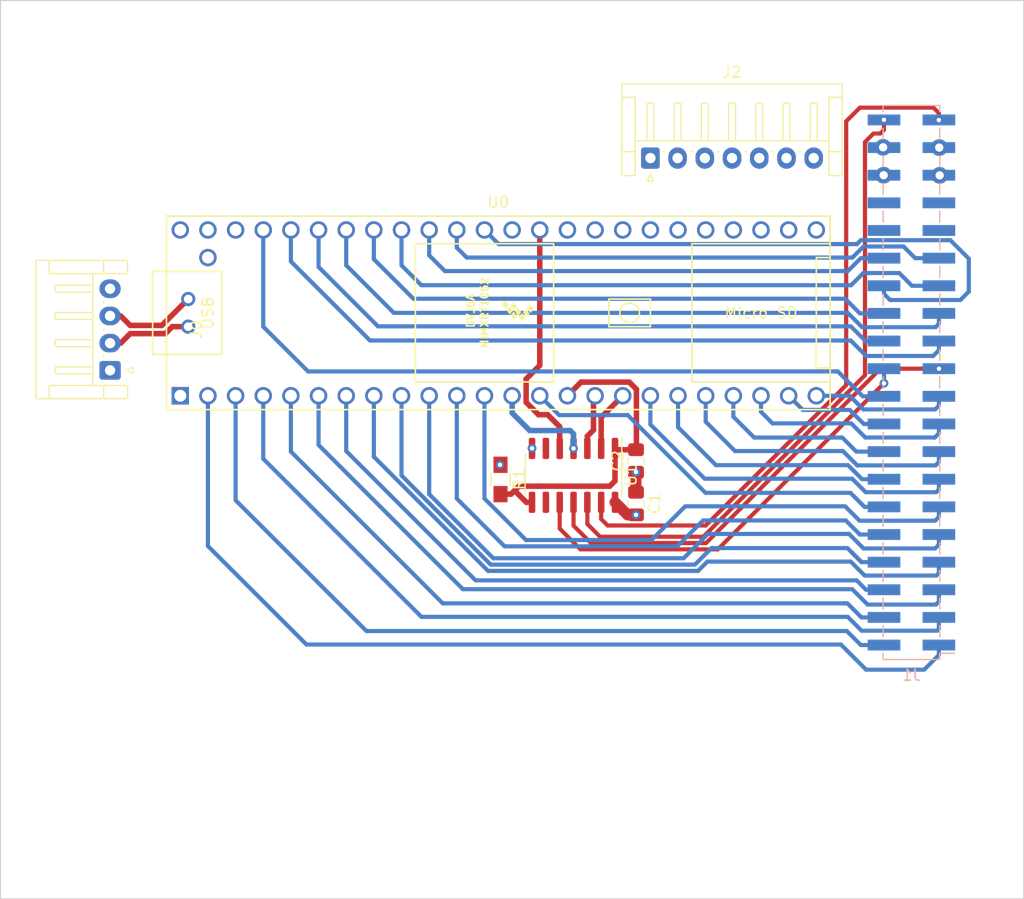
<source format=kicad_pcb>
(kicad_pcb (version 20171130) (host pcbnew "(5.1.10)-1")

  (general
    (thickness 1.6)
    (drawings 4)
    (tracks 286)
    (zones 0)
    (modules 8)
    (nets 67)
  )

  (page A4)
  (layers
    (0 F.Cu signal)
    (1 PWR power)
    (2 GND power)
    (31 B.Cu signal)
    (32 B.Adhes user)
    (33 F.Adhes user)
    (34 B.Paste user)
    (35 F.Paste user)
    (36 B.SilkS user)
    (37 F.SilkS user)
    (38 B.Mask user)
    (39 F.Mask user)
    (40 Dwgs.User user)
    (41 Cmts.User user)
    (42 Eco1.User user)
    (43 Eco2.User user)
    (44 Edge.Cuts user)
    (45 Margin user)
    (46 B.CrtYd user)
    (47 F.CrtYd user)
    (48 B.Fab user)
    (49 F.Fab user)
  )

  (setup
    (last_trace_width 0.381)
    (user_trace_width 0.381)
    (user_trace_width 0.508)
    (user_trace_width 1.016)
    (user_trace_width 1.524)
    (user_trace_width 3.048)
    (trace_clearance 0.2)
    (zone_clearance 0.508)
    (zone_45_only no)
    (trace_min 0.2)
    (via_size 0.8)
    (via_drill 0.4)
    (via_min_size 0.4)
    (via_min_drill 0.3)
    (user_via 1.524 0.762)
    (uvia_size 0.3)
    (uvia_drill 0.1)
    (uvias_allowed no)
    (uvia_min_size 0.2)
    (uvia_min_drill 0.1)
    (edge_width 0.05)
    (segment_width 0.2)
    (pcb_text_width 0.3)
    (pcb_text_size 1.5 1.5)
    (mod_edge_width 0.12)
    (mod_text_size 1 1)
    (mod_text_width 0.15)
    (pad_size 1.524 1.524)
    (pad_drill 0.762)
    (pad_to_mask_clearance 0)
    (aux_axis_origin 0 0)
    (visible_elements 7FFFFFFF)
    (pcbplotparams
      (layerselection 0x3d0fc_ffffffff)
      (usegerberextensions false)
      (usegerberattributes true)
      (usegerberadvancedattributes true)
      (creategerberjobfile true)
      (excludeedgelayer true)
      (linewidth 0.100000)
      (plotframeref false)
      (viasonmask false)
      (mode 1)
      (useauxorigin false)
      (hpglpennumber 1)
      (hpglpenspeed 20)
      (hpglpendiameter 15.000000)
      (psnegative false)
      (psa4output false)
      (plotreference true)
      (plotvalue true)
      (plotinvisibletext false)
      (padsonsilk false)
      (subtractmaskfromsilk false)
      (outputformat 1)
      (mirror false)
      (drillshape 0)
      (scaleselection 1)
      (outputdirectory "Gerber/"))
  )

  (net 0 "")
  (net 1 KEY_ROW6)
  (net 2 GNDPWR)
  (net 3 KEY_COL6)
  (net 4 KEY_COL5)
  (net 5 KEY_COL4)
  (net 6 KEY_COL3)
  (net 7 KEY_COL2)
  (net 8 KEY_COL1)
  (net 9 KEY_COL0)
  (net 10 KEY_COL7)
  (net 11 KEY_COL8)
  (net 12 KEY_COL9)
  (net 13 KEY_COL10)
  (net 14 KEY_COL11)
  (net 15 KEY_COL12)
  (net 16 KEY_COL13)
  (net 17 KEY_COL19)
  (net 18 KEY_COL18)
  (net 19 KEY_COL17)
  (net 20 KEY_COL16)
  (net 21 KEY_COL15)
  (net 22 KEY_COL14)
  (net 23 LED_SCL_ROW0)
  (net 24 LED_SDA_ROW0)
  (net 25 MAIN_VBUS)
  (net 26 USB_DP)
  (net 27 USB_DN)
  (net 28 KEY_ROW5)
  (net 29 KEY_ROW4)
  (net 30 KEY_ROW3)
  (net 31 KEY_ROW2)
  (net 32 KEY_ROW1)
  (net 33 KEY_ROW0)
  (net 34 KEY_COL20)
  (net 35 "Net-(J2-Pad3)")
  (net 36 "Net-(J2-Pad4)")
  (net 37 "Net-(J2-Pad7)")
  (net 38 "Net-(J2-Pad6)")
  (net 39 "Net-(J2-Pad5)")
  (net 40 LED_SCL_STATUS0)
  (net 41 LED_SDA_STATUS0)
  (net 42 33_REF)
  (net 43 LED_SDA_STATUS0_MCU)
  (net 44 LED_SCL_STATUS0_MCU)
  (net 45 LED_SDA_ROW0_MCU)
  (net 46 LED_SCL_ROW0_MCU)
  (net 47 "Net-(U0-Pad48)")
  (net 48 "Net-(U0-Pad46)")
  (net 49 "Net-(U0-Pad36)")
  (net 50 "Net-(U0-Pad1)")
  (net 51 "Net-(U0-Pad34)")
  (net 52 "Net-(U0-Pad33)")
  (net 53 "Net-(U0-Pad32)")
  (net 54 "Net-(U0-Pad31)")
  (net 55 "Net-(U0-Pad30)")
  (net 56 "Net-(U1-Pad9)")
  (net 57 "Net-(U1-Pad6)")
  (net 58 "Net-(U0-Pad29)")
  (net 59 "Net-(U0-Pad28)")
  (net 60 "Net-(U0-Pad27)")
  (net 61 "Net-(U0-Pad26)")
  (net 62 "Net-(U0-Pad25)")
  (net 63 "Net-(J1-Pad31)")
  (net 64 "Net-(J1-Pad32)")
  (net 65 "Net-(J1-Pad33)")
  (net 66 "Net-(J1-Pad34)")

  (net_class Default "This is the default net class."
    (clearance 0.2)
    (trace_width 0.25)
    (via_dia 0.8)
    (via_drill 0.4)
    (uvia_dia 0.3)
    (uvia_drill 0.1)
    (add_net 33_REF)
    (add_net GNDPWR)
    (add_net KEY_COL0)
    (add_net KEY_COL1)
    (add_net KEY_COL10)
    (add_net KEY_COL11)
    (add_net KEY_COL12)
    (add_net KEY_COL13)
    (add_net KEY_COL14)
    (add_net KEY_COL15)
    (add_net KEY_COL16)
    (add_net KEY_COL17)
    (add_net KEY_COL18)
    (add_net KEY_COL19)
    (add_net KEY_COL2)
    (add_net KEY_COL20)
    (add_net KEY_COL3)
    (add_net KEY_COL4)
    (add_net KEY_COL5)
    (add_net KEY_COL6)
    (add_net KEY_COL7)
    (add_net KEY_COL8)
    (add_net KEY_COL9)
    (add_net KEY_ROW0)
    (add_net KEY_ROW1)
    (add_net KEY_ROW2)
    (add_net KEY_ROW3)
    (add_net KEY_ROW4)
    (add_net KEY_ROW5)
    (add_net KEY_ROW6)
    (add_net LED_SCL_ROW0)
    (add_net LED_SCL_ROW0_MCU)
    (add_net LED_SCL_STATUS0)
    (add_net LED_SCL_STATUS0_MCU)
    (add_net LED_SDA_ROW0)
    (add_net LED_SDA_ROW0_MCU)
    (add_net LED_SDA_STATUS0)
    (add_net LED_SDA_STATUS0_MCU)
    (add_net MAIN_VBUS)
    (add_net "Net-(J1-Pad31)")
    (add_net "Net-(J1-Pad32)")
    (add_net "Net-(J1-Pad33)")
    (add_net "Net-(J1-Pad34)")
    (add_net "Net-(J2-Pad3)")
    (add_net "Net-(J2-Pad4)")
    (add_net "Net-(J2-Pad5)")
    (add_net "Net-(J2-Pad6)")
    (add_net "Net-(J2-Pad7)")
    (add_net "Net-(U0-Pad1)")
    (add_net "Net-(U0-Pad25)")
    (add_net "Net-(U0-Pad26)")
    (add_net "Net-(U0-Pad27)")
    (add_net "Net-(U0-Pad28)")
    (add_net "Net-(U0-Pad29)")
    (add_net "Net-(U0-Pad30)")
    (add_net "Net-(U0-Pad31)")
    (add_net "Net-(U0-Pad32)")
    (add_net "Net-(U0-Pad33)")
    (add_net "Net-(U0-Pad34)")
    (add_net "Net-(U0-Pad36)")
    (add_net "Net-(U0-Pad46)")
    (add_net "Net-(U0-Pad48)")
    (add_net "Net-(U1-Pad6)")
    (add_net "Net-(U1-Pad9)")
  )

  (net_class USB ""
    (clearance 0.2)
    (trace_width 0.4)
    (via_dia 0.8)
    (via_drill 0.4)
    (uvia_dia 0.3)
    (uvia_drill 0.1)
    (diff_pair_width 0.508)
    (diff_pair_gap 0.25)
    (add_net USB_DN)
    (add_net USB_DP)
  )

  (module Connector_PinSocket_2.54mm:PinSocket_2x20_P2.54mm_Vertical_SMD (layer B.Cu) (tedit 5A19A428) (tstamp 60D22CC9)
    (at 101.4476 51.6128)
    (descr "surface-mounted straight socket strip, 2x20, 2.54mm pitch, double cols (from Kicad 4.0.7), script generated")
    (tags "Surface mounted socket strip SMD 2x20 2.54mm double row")
    (path /609288FA)
    (attr smd)
    (fp_text reference J1 (at 0 26.9) (layer B.SilkS)
      (effects (font (size 1 1) (thickness 0.15)) (justify mirror))
    )
    (fp_text value Conn_02x20_Top_Bottom (at 0 -26.9) (layer B.Fab)
      (effects (font (size 1 1) (thickness 0.15)) (justify mirror))
    )
    (fp_text user %R (at 0 0 -90) (layer B.Fab)
      (effects (font (size 1 1) (thickness 0.15)) (justify mirror))
    )
    (fp_line (start -2.6 25.46) (end 2.6 25.46) (layer B.SilkS) (width 0.12))
    (fp_line (start 2.6 25.46) (end 2.6 24.89) (layer B.SilkS) (width 0.12))
    (fp_line (start 2.6 23.37) (end 2.6 22.35) (layer B.SilkS) (width 0.12))
    (fp_line (start 2.6 20.83) (end 2.6 19.81) (layer B.SilkS) (width 0.12))
    (fp_line (start 2.6 18.29) (end 2.6 17.27) (layer B.SilkS) (width 0.12))
    (fp_line (start 2.6 15.75) (end 2.6 14.73) (layer B.SilkS) (width 0.12))
    (fp_line (start 2.6 13.21) (end 2.6 12.19) (layer B.SilkS) (width 0.12))
    (fp_line (start 2.6 10.67) (end 2.6 9.65) (layer B.SilkS) (width 0.12))
    (fp_line (start 2.6 8.13) (end 2.6 7.11) (layer B.SilkS) (width 0.12))
    (fp_line (start 2.6 5.59) (end 2.6 4.57) (layer B.SilkS) (width 0.12))
    (fp_line (start 2.6 3.05) (end 2.6 2.03) (layer B.SilkS) (width 0.12))
    (fp_line (start 2.6 0.51) (end 2.6 -0.51) (layer B.SilkS) (width 0.12))
    (fp_line (start 2.6 -2.03) (end 2.6 -3.05) (layer B.SilkS) (width 0.12))
    (fp_line (start 2.6 -4.57) (end 2.6 -5.59) (layer B.SilkS) (width 0.12))
    (fp_line (start 2.6 -7.11) (end 2.6 -8.13) (layer B.SilkS) (width 0.12))
    (fp_line (start 2.6 -9.65) (end 2.6 -10.67) (layer B.SilkS) (width 0.12))
    (fp_line (start 2.6 -12.19) (end 2.6 -13.21) (layer B.SilkS) (width 0.12))
    (fp_line (start 2.6 -14.73) (end 2.6 -15.75) (layer B.SilkS) (width 0.12))
    (fp_line (start 2.6 -17.27) (end 2.6 -18.29) (layer B.SilkS) (width 0.12))
    (fp_line (start 2.6 -19.81) (end 2.6 -20.83) (layer B.SilkS) (width 0.12))
    (fp_line (start 2.6 -22.35) (end 2.6 -23.37) (layer B.SilkS) (width 0.12))
    (fp_line (start 2.6 -24.89) (end 2.6 -25.46) (layer B.SilkS) (width 0.12))
    (fp_line (start -2.6 -25.46) (end 2.6 -25.46) (layer B.SilkS) (width 0.12))
    (fp_line (start -2.6 25.46) (end -2.6 24.89) (layer B.SilkS) (width 0.12))
    (fp_line (start -2.6 23.37) (end -2.6 22.35) (layer B.SilkS) (width 0.12))
    (fp_line (start -2.6 20.83) (end -2.6 19.81) (layer B.SilkS) (width 0.12))
    (fp_line (start -2.6 18.29) (end -2.6 17.27) (layer B.SilkS) (width 0.12))
    (fp_line (start -2.6 15.75) (end -2.6 14.73) (layer B.SilkS) (width 0.12))
    (fp_line (start -2.6 13.21) (end -2.6 12.19) (layer B.SilkS) (width 0.12))
    (fp_line (start -2.6 10.67) (end -2.6 9.65) (layer B.SilkS) (width 0.12))
    (fp_line (start -2.6 8.13) (end -2.6 7.11) (layer B.SilkS) (width 0.12))
    (fp_line (start -2.6 5.59) (end -2.6 4.57) (layer B.SilkS) (width 0.12))
    (fp_line (start -2.6 3.05) (end -2.6 2.03) (layer B.SilkS) (width 0.12))
    (fp_line (start -2.6 0.51) (end -2.6 -0.51) (layer B.SilkS) (width 0.12))
    (fp_line (start -2.6 -2.03) (end -2.6 -3.05) (layer B.SilkS) (width 0.12))
    (fp_line (start -2.6 -4.57) (end -2.6 -5.59) (layer B.SilkS) (width 0.12))
    (fp_line (start -2.6 -7.11) (end -2.6 -8.13) (layer B.SilkS) (width 0.12))
    (fp_line (start -2.6 -9.65) (end -2.6 -10.67) (layer B.SilkS) (width 0.12))
    (fp_line (start -2.6 -12.19) (end -2.6 -13.21) (layer B.SilkS) (width 0.12))
    (fp_line (start -2.6 -14.73) (end -2.6 -15.75) (layer B.SilkS) (width 0.12))
    (fp_line (start -2.6 -17.27) (end -2.6 -18.29) (layer B.SilkS) (width 0.12))
    (fp_line (start -2.6 -19.81) (end -2.6 -20.83) (layer B.SilkS) (width 0.12))
    (fp_line (start -2.6 -22.35) (end -2.6 -23.37) (layer B.SilkS) (width 0.12))
    (fp_line (start -2.6 -24.89) (end -2.6 -25.46) (layer B.SilkS) (width 0.12))
    (fp_line (start 2.6 24.89) (end 3.96 24.89) (layer B.SilkS) (width 0.12))
    (fp_line (start -2.54 25.4) (end 1.54 25.4) (layer B.Fab) (width 0.1))
    (fp_line (start 1.54 25.4) (end 2.54 24.4) (layer B.Fab) (width 0.1))
    (fp_line (start 2.54 24.4) (end 2.54 -25.4) (layer B.Fab) (width 0.1))
    (fp_line (start 2.54 -25.4) (end -2.54 -25.4) (layer B.Fab) (width 0.1))
    (fp_line (start -2.54 -25.4) (end -2.54 25.4) (layer B.Fab) (width 0.1))
    (fp_line (start -3.92 24.45) (end -2.54 24.45) (layer B.Fab) (width 0.1))
    (fp_line (start -2.54 23.81) (end -3.92 23.81) (layer B.Fab) (width 0.1))
    (fp_line (start -3.92 23.81) (end -3.92 24.45) (layer B.Fab) (width 0.1))
    (fp_line (start 2.54 24.45) (end 3.92 24.45) (layer B.Fab) (width 0.1))
    (fp_line (start 3.92 24.45) (end 3.92 23.81) (layer B.Fab) (width 0.1))
    (fp_line (start 3.92 23.81) (end 2.54 23.81) (layer B.Fab) (width 0.1))
    (fp_line (start -3.92 21.91) (end -2.54 21.91) (layer B.Fab) (width 0.1))
    (fp_line (start -2.54 21.27) (end -3.92 21.27) (layer B.Fab) (width 0.1))
    (fp_line (start -3.92 21.27) (end -3.92 21.91) (layer B.Fab) (width 0.1))
    (fp_line (start 2.54 21.91) (end 3.92 21.91) (layer B.Fab) (width 0.1))
    (fp_line (start 3.92 21.91) (end 3.92 21.27) (layer B.Fab) (width 0.1))
    (fp_line (start 3.92 21.27) (end 2.54 21.27) (layer B.Fab) (width 0.1))
    (fp_line (start -3.92 19.37) (end -2.54 19.37) (layer B.Fab) (width 0.1))
    (fp_line (start -2.54 18.73) (end -3.92 18.73) (layer B.Fab) (width 0.1))
    (fp_line (start -3.92 18.73) (end -3.92 19.37) (layer B.Fab) (width 0.1))
    (fp_line (start 2.54 19.37) (end 3.92 19.37) (layer B.Fab) (width 0.1))
    (fp_line (start 3.92 19.37) (end 3.92 18.73) (layer B.Fab) (width 0.1))
    (fp_line (start 3.92 18.73) (end 2.54 18.73) (layer B.Fab) (width 0.1))
    (fp_line (start -3.92 16.83) (end -2.54 16.83) (layer B.Fab) (width 0.1))
    (fp_line (start -2.54 16.19) (end -3.92 16.19) (layer B.Fab) (width 0.1))
    (fp_line (start -3.92 16.19) (end -3.92 16.83) (layer B.Fab) (width 0.1))
    (fp_line (start 2.54 16.83) (end 3.92 16.83) (layer B.Fab) (width 0.1))
    (fp_line (start 3.92 16.83) (end 3.92 16.19) (layer B.Fab) (width 0.1))
    (fp_line (start 3.92 16.19) (end 2.54 16.19) (layer B.Fab) (width 0.1))
    (fp_line (start -3.92 14.29) (end -2.54 14.29) (layer B.Fab) (width 0.1))
    (fp_line (start -2.54 13.65) (end -3.92 13.65) (layer B.Fab) (width 0.1))
    (fp_line (start -3.92 13.65) (end -3.92 14.29) (layer B.Fab) (width 0.1))
    (fp_line (start 2.54 14.29) (end 3.92 14.29) (layer B.Fab) (width 0.1))
    (fp_line (start 3.92 14.29) (end 3.92 13.65) (layer B.Fab) (width 0.1))
    (fp_line (start 3.92 13.65) (end 2.54 13.65) (layer B.Fab) (width 0.1))
    (fp_line (start -3.92 11.75) (end -2.54 11.75) (layer B.Fab) (width 0.1))
    (fp_line (start -2.54 11.11) (end -3.92 11.11) (layer B.Fab) (width 0.1))
    (fp_line (start -3.92 11.11) (end -3.92 11.75) (layer B.Fab) (width 0.1))
    (fp_line (start 2.54 11.75) (end 3.92 11.75) (layer B.Fab) (width 0.1))
    (fp_line (start 3.92 11.75) (end 3.92 11.11) (layer B.Fab) (width 0.1))
    (fp_line (start 3.92 11.11) (end 2.54 11.11) (layer B.Fab) (width 0.1))
    (fp_line (start -3.92 9.21) (end -2.54 9.21) (layer B.Fab) (width 0.1))
    (fp_line (start -2.54 8.57) (end -3.92 8.57) (layer B.Fab) (width 0.1))
    (fp_line (start -3.92 8.57) (end -3.92 9.21) (layer B.Fab) (width 0.1))
    (fp_line (start 2.54 9.21) (end 3.92 9.21) (layer B.Fab) (width 0.1))
    (fp_line (start 3.92 9.21) (end 3.92 8.57) (layer B.Fab) (width 0.1))
    (fp_line (start 3.92 8.57) (end 2.54 8.57) (layer B.Fab) (width 0.1))
    (fp_line (start -3.92 6.67) (end -2.54 6.67) (layer B.Fab) (width 0.1))
    (fp_line (start -2.54 6.03) (end -3.92 6.03) (layer B.Fab) (width 0.1))
    (fp_line (start -3.92 6.03) (end -3.92 6.67) (layer B.Fab) (width 0.1))
    (fp_line (start 2.54 6.67) (end 3.92 6.67) (layer B.Fab) (width 0.1))
    (fp_line (start 3.92 6.67) (end 3.92 6.03) (layer B.Fab) (width 0.1))
    (fp_line (start 3.92 6.03) (end 2.54 6.03) (layer B.Fab) (width 0.1))
    (fp_line (start -3.92 4.13) (end -2.54 4.13) (layer B.Fab) (width 0.1))
    (fp_line (start -2.54 3.49) (end -3.92 3.49) (layer B.Fab) (width 0.1))
    (fp_line (start -3.92 3.49) (end -3.92 4.13) (layer B.Fab) (width 0.1))
    (fp_line (start 2.54 4.13) (end 3.92 4.13) (layer B.Fab) (width 0.1))
    (fp_line (start 3.92 4.13) (end 3.92 3.49) (layer B.Fab) (width 0.1))
    (fp_line (start 3.92 3.49) (end 2.54 3.49) (layer B.Fab) (width 0.1))
    (fp_line (start -3.92 1.59) (end -2.54 1.59) (layer B.Fab) (width 0.1))
    (fp_line (start -2.54 0.95) (end -3.92 0.95) (layer B.Fab) (width 0.1))
    (fp_line (start -3.92 0.95) (end -3.92 1.59) (layer B.Fab) (width 0.1))
    (fp_line (start 2.54 1.59) (end 3.92 1.59) (layer B.Fab) (width 0.1))
    (fp_line (start 3.92 1.59) (end 3.92 0.95) (layer B.Fab) (width 0.1))
    (fp_line (start 3.92 0.95) (end 2.54 0.95) (layer B.Fab) (width 0.1))
    (fp_line (start -3.92 -0.95) (end -2.54 -0.95) (layer B.Fab) (width 0.1))
    (fp_line (start -2.54 -1.59) (end -3.92 -1.59) (layer B.Fab) (width 0.1))
    (fp_line (start -3.92 -1.59) (end -3.92 -0.95) (layer B.Fab) (width 0.1))
    (fp_line (start 2.54 -0.95) (end 3.92 -0.95) (layer B.Fab) (width 0.1))
    (fp_line (start 3.92 -0.95) (end 3.92 -1.59) (layer B.Fab) (width 0.1))
    (fp_line (start 3.92 -1.59) (end 2.54 -1.59) (layer B.Fab) (width 0.1))
    (fp_line (start -3.92 -3.49) (end -2.54 -3.49) (layer B.Fab) (width 0.1))
    (fp_line (start -2.54 -4.13) (end -3.92 -4.13) (layer B.Fab) (width 0.1))
    (fp_line (start -3.92 -4.13) (end -3.92 -3.49) (layer B.Fab) (width 0.1))
    (fp_line (start 2.54 -3.49) (end 3.92 -3.49) (layer B.Fab) (width 0.1))
    (fp_line (start 3.92 -3.49) (end 3.92 -4.13) (layer B.Fab) (width 0.1))
    (fp_line (start 3.92 -4.13) (end 2.54 -4.13) (layer B.Fab) (width 0.1))
    (fp_line (start -3.92 -6.03) (end -2.54 -6.03) (layer B.Fab) (width 0.1))
    (fp_line (start -2.54 -6.67) (end -3.92 -6.67) (layer B.Fab) (width 0.1))
    (fp_line (start -3.92 -6.67) (end -3.92 -6.03) (layer B.Fab) (width 0.1))
    (fp_line (start 2.54 -6.03) (end 3.92 -6.03) (layer B.Fab) (width 0.1))
    (fp_line (start 3.92 -6.03) (end 3.92 -6.67) (layer B.Fab) (width 0.1))
    (fp_line (start 3.92 -6.67) (end 2.54 -6.67) (layer B.Fab) (width 0.1))
    (fp_line (start -3.92 -8.57) (end -2.54 -8.57) (layer B.Fab) (width 0.1))
    (fp_line (start -2.54 -9.21) (end -3.92 -9.21) (layer B.Fab) (width 0.1))
    (fp_line (start -3.92 -9.21) (end -3.92 -8.57) (layer B.Fab) (width 0.1))
    (fp_line (start 2.54 -8.57) (end 3.92 -8.57) (layer B.Fab) (width 0.1))
    (fp_line (start 3.92 -8.57) (end 3.92 -9.21) (layer B.Fab) (width 0.1))
    (fp_line (start 3.92 -9.21) (end 2.54 -9.21) (layer B.Fab) (width 0.1))
    (fp_line (start -3.92 -11.11) (end -2.54 -11.11) (layer B.Fab) (width 0.1))
    (fp_line (start -2.54 -11.75) (end -3.92 -11.75) (layer B.Fab) (width 0.1))
    (fp_line (start -3.92 -11.75) (end -3.92 -11.11) (layer B.Fab) (width 0.1))
    (fp_line (start 2.54 -11.11) (end 3.92 -11.11) (layer B.Fab) (width 0.1))
    (fp_line (start 3.92 -11.11) (end 3.92 -11.75) (layer B.Fab) (width 0.1))
    (fp_line (start 3.92 -11.75) (end 2.54 -11.75) (layer B.Fab) (width 0.1))
    (fp_line (start -3.92 -13.65) (end -2.54 -13.65) (layer B.Fab) (width 0.1))
    (fp_line (start -2.54 -14.29) (end -3.92 -14.29) (layer B.Fab) (width 0.1))
    (fp_line (start -3.92 -14.29) (end -3.92 -13.65) (layer B.Fab) (width 0.1))
    (fp_line (start 2.54 -13.65) (end 3.92 -13.65) (layer B.Fab) (width 0.1))
    (fp_line (start 3.92 -13.65) (end 3.92 -14.29) (layer B.Fab) (width 0.1))
    (fp_line (start 3.92 -14.29) (end 2.54 -14.29) (layer B.Fab) (width 0.1))
    (fp_line (start -3.92 -16.19) (end -2.54 -16.19) (layer B.Fab) (width 0.1))
    (fp_line (start -2.54 -16.83) (end -3.92 -16.83) (layer B.Fab) (width 0.1))
    (fp_line (start -3.92 -16.83) (end -3.92 -16.19) (layer B.Fab) (width 0.1))
    (fp_line (start 2.54 -16.19) (end 3.92 -16.19) (layer B.Fab) (width 0.1))
    (fp_line (start 3.92 -16.19) (end 3.92 -16.83) (layer B.Fab) (width 0.1))
    (fp_line (start 3.92 -16.83) (end 2.54 -16.83) (layer B.Fab) (width 0.1))
    (fp_line (start -3.92 -18.73) (end -2.54 -18.73) (layer B.Fab) (width 0.1))
    (fp_line (start -2.54 -19.37) (end -3.92 -19.37) (layer B.Fab) (width 0.1))
    (fp_line (start -3.92 -19.37) (end -3.92 -18.73) (layer B.Fab) (width 0.1))
    (fp_line (start 2.54 -18.73) (end 3.92 -18.73) (layer B.Fab) (width 0.1))
    (fp_line (start 3.92 -18.73) (end 3.92 -19.37) (layer B.Fab) (width 0.1))
    (fp_line (start 3.92 -19.37) (end 2.54 -19.37) (layer B.Fab) (width 0.1))
    (fp_line (start -3.92 -21.27) (end -2.54 -21.27) (layer B.Fab) (width 0.1))
    (fp_line (start -2.54 -21.91) (end -3.92 -21.91) (layer B.Fab) (width 0.1))
    (fp_line (start -3.92 -21.91) (end -3.92 -21.27) (layer B.Fab) (width 0.1))
    (fp_line (start 2.54 -21.27) (end 3.92 -21.27) (layer B.Fab) (width 0.1))
    (fp_line (start 3.92 -21.27) (end 3.92 -21.91) (layer B.Fab) (width 0.1))
    (fp_line (start 3.92 -21.91) (end 2.54 -21.91) (layer B.Fab) (width 0.1))
    (fp_line (start -3.92 -23.81) (end -2.54 -23.81) (layer B.Fab) (width 0.1))
    (fp_line (start -2.54 -24.45) (end -3.92 -24.45) (layer B.Fab) (width 0.1))
    (fp_line (start -3.92 -24.45) (end -3.92 -23.81) (layer B.Fab) (width 0.1))
    (fp_line (start 2.54 -23.81) (end 3.92 -23.81) (layer B.Fab) (width 0.1))
    (fp_line (start 3.92 -23.81) (end 3.92 -24.45) (layer B.Fab) (width 0.1))
    (fp_line (start 3.92 -24.45) (end 2.54 -24.45) (layer B.Fab) (width 0.1))
    (fp_line (start -4.55 25.9) (end 4.5 25.9) (layer B.CrtYd) (width 0.05))
    (fp_line (start 4.5 25.9) (end 4.5 -25.9) (layer B.CrtYd) (width 0.05))
    (fp_line (start 4.5 -25.9) (end -4.55 -25.9) (layer B.CrtYd) (width 0.05))
    (fp_line (start -4.55 -25.9) (end -4.55 25.9) (layer B.CrtYd) (width 0.05))
    (pad 40 smd rect (at -2.52 -24.13) (size 3 1) (layers B.Cu B.Paste B.Mask)
      (net 40 LED_SCL_STATUS0))
    (pad 39 smd rect (at 2.52 -24.13) (size 3 1) (layers B.Cu B.Paste B.Mask)
      (net 41 LED_SDA_STATUS0))
    (pad 38 smd rect (at -2.52 -21.59) (size 3 1) (layers B.Cu B.Paste B.Mask)
      (net 25 MAIN_VBUS))
    (pad 37 smd rect (at 2.52 -21.59) (size 3 1) (layers B.Cu B.Paste B.Mask)
      (net 25 MAIN_VBUS))
    (pad 36 smd rect (at -2.52 -19.05) (size 3 1) (layers B.Cu B.Paste B.Mask)
      (net 2 GNDPWR))
    (pad 35 smd rect (at 2.52 -19.05) (size 3 1) (layers B.Cu B.Paste B.Mask)
      (net 2 GNDPWR))
    (pad 34 smd rect (at -2.52 -16.51) (size 3 1) (layers B.Cu B.Paste B.Mask)
      (net 66 "Net-(J1-Pad34)"))
    (pad 33 smd rect (at 2.52 -16.51) (size 3 1) (layers B.Cu B.Paste B.Mask)
      (net 65 "Net-(J1-Pad33)"))
    (pad 32 smd rect (at -2.52 -13.97) (size 3 1) (layers B.Cu B.Paste B.Mask)
      (net 64 "Net-(J1-Pad32)"))
    (pad 31 smd rect (at 2.52 -13.97) (size 3 1) (layers B.Cu B.Paste B.Mask)
      (net 63 "Net-(J1-Pad31)"))
    (pad 30 smd rect (at -2.52 -11.43) (size 3 1) (layers B.Cu B.Paste B.Mask)
      (net 34 KEY_COL20))
    (pad 29 smd rect (at 2.52 -11.43) (size 3 1) (layers B.Cu B.Paste B.Mask)
      (net 17 KEY_COL19))
    (pad 28 smd rect (at -2.52 -8.89) (size 3 1) (layers B.Cu B.Paste B.Mask)
      (net 18 KEY_COL18))
    (pad 27 smd rect (at 2.52 -8.89) (size 3 1) (layers B.Cu B.Paste B.Mask)
      (net 19 KEY_COL17))
    (pad 26 smd rect (at -2.52 -6.35) (size 3 1) (layers B.Cu B.Paste B.Mask)
      (net 20 KEY_COL16))
    (pad 25 smd rect (at 2.52 -6.35) (size 3 1) (layers B.Cu B.Paste B.Mask)
      (net 21 KEY_COL15))
    (pad 24 smd rect (at -2.52 -3.81) (size 3 1) (layers B.Cu B.Paste B.Mask)
      (net 22 KEY_COL14))
    (pad 23 smd rect (at 2.52 -3.81) (size 3 1) (layers B.Cu B.Paste B.Mask)
      (net 16 KEY_COL13))
    (pad 22 smd rect (at -2.52 -1.27) (size 3 1) (layers B.Cu B.Paste B.Mask)
      (net 23 LED_SCL_ROW0))
    (pad 21 smd rect (at 2.52 -1.27) (size 3 1) (layers B.Cu B.Paste B.Mask)
      (net 24 LED_SDA_ROW0))
    (pad 20 smd rect (at -2.52 1.27) (size 3 1) (layers B.Cu B.Paste B.Mask)
      (net 15 KEY_COL12))
    (pad 19 smd rect (at 2.52 1.27) (size 3 1) (layers B.Cu B.Paste B.Mask)
      (net 14 KEY_COL11))
    (pad 18 smd rect (at -2.52 3.81) (size 3 1) (layers B.Cu B.Paste B.Mask)
      (net 13 KEY_COL10))
    (pad 17 smd rect (at 2.52 3.81) (size 3 1) (layers B.Cu B.Paste B.Mask)
      (net 12 KEY_COL9))
    (pad 16 smd rect (at -2.52 6.35) (size 3 1) (layers B.Cu B.Paste B.Mask)
      (net 11 KEY_COL8))
    (pad 15 smd rect (at 2.52 6.35) (size 3 1) (layers B.Cu B.Paste B.Mask)
      (net 10 KEY_COL7))
    (pad 14 smd rect (at -2.52 8.89) (size 3 1) (layers B.Cu B.Paste B.Mask)
      (net 3 KEY_COL6))
    (pad 13 smd rect (at 2.52 8.89) (size 3 1) (layers B.Cu B.Paste B.Mask)
      (net 4 KEY_COL5))
    (pad 12 smd rect (at -2.52 11.43) (size 3 1) (layers B.Cu B.Paste B.Mask)
      (net 5 KEY_COL4))
    (pad 11 smd rect (at 2.52 11.43) (size 3 1) (layers B.Cu B.Paste B.Mask)
      (net 6 KEY_COL3))
    (pad 10 smd rect (at -2.52 13.97) (size 3 1) (layers B.Cu B.Paste B.Mask)
      (net 7 KEY_COL2))
    (pad 9 smd rect (at 2.52 13.97) (size 3 1) (layers B.Cu B.Paste B.Mask)
      (net 8 KEY_COL1))
    (pad 8 smd rect (at -2.52 16.51) (size 3 1) (layers B.Cu B.Paste B.Mask)
      (net 9 KEY_COL0))
    (pad 7 smd rect (at 2.52 16.51) (size 3 1) (layers B.Cu B.Paste B.Mask)
      (net 1 KEY_ROW6))
    (pad 6 smd rect (at -2.52 19.05) (size 3 1) (layers B.Cu B.Paste B.Mask)
      (net 28 KEY_ROW5))
    (pad 5 smd rect (at 2.52 19.05) (size 3 1) (layers B.Cu B.Paste B.Mask)
      (net 29 KEY_ROW4))
    (pad 4 smd rect (at -2.52 21.59) (size 3 1) (layers B.Cu B.Paste B.Mask)
      (net 30 KEY_ROW3))
    (pad 3 smd rect (at 2.52 21.59) (size 3 1) (layers B.Cu B.Paste B.Mask)
      (net 31 KEY_ROW2))
    (pad 2 smd rect (at -2.52 24.13) (size 3 1) (layers B.Cu B.Paste B.Mask)
      (net 32 KEY_ROW1))
    (pad 1 smd rect (at 2.52 24.13) (size 3 1) (layers B.Cu B.Paste B.Mask)
      (net 33 KEY_ROW0))
    (model ${KISYS3DMOD}/Connector_PinSocket_2.54mm.3dshapes/PinSocket_2x20_P2.54mm_Vertical_SMD.wrl
      (at (xyz 0 0 0))
      (scale (xyz 1 1 1))
      (rotate (xyz 0 0 0))
    )
  )

  (module Resistors_SMD:R_0805_HandSoldering (layer F.Cu) (tedit 58E0A804) (tstamp 60EF02E8)
    (at 63.7032 60.5244 270)
    (descr "Resistor SMD 0805, hand soldering")
    (tags "resistor 0805")
    (path /60EF0352)
    (attr smd)
    (fp_text reference R1 (at 0 -1.7 90) (layer F.SilkS)
      (effects (font (size 1 1) (thickness 0.15)))
    )
    (fp_text value ERJ-6RED2003V (at 0 1.75 90) (layer F.Fab)
      (effects (font (size 1 1) (thickness 0.15)))
    )
    (fp_line (start 2.35 0.9) (end -2.35 0.9) (layer F.CrtYd) (width 0.05))
    (fp_line (start 2.35 0.9) (end 2.35 -0.9) (layer F.CrtYd) (width 0.05))
    (fp_line (start -2.35 -0.9) (end -2.35 0.9) (layer F.CrtYd) (width 0.05))
    (fp_line (start -2.35 -0.9) (end 2.35 -0.9) (layer F.CrtYd) (width 0.05))
    (fp_line (start -0.6 -0.88) (end 0.6 -0.88) (layer F.SilkS) (width 0.12))
    (fp_line (start 0.6 0.88) (end -0.6 0.88) (layer F.SilkS) (width 0.12))
    (fp_line (start -1 -0.62) (end 1 -0.62) (layer F.Fab) (width 0.1))
    (fp_line (start 1 -0.62) (end 1 0.62) (layer F.Fab) (width 0.1))
    (fp_line (start 1 0.62) (end -1 0.62) (layer F.Fab) (width 0.1))
    (fp_line (start -1 0.62) (end -1 -0.62) (layer F.Fab) (width 0.1))
    (fp_text user %R (at 0 0 90) (layer F.Fab)
      (effects (font (size 0.5 0.5) (thickness 0.075)))
    )
    (pad 2 smd rect (at 1.35 0 270) (size 1.5 1.3) (layers F.Cu F.Paste F.Mask)
      (net 42 33_REF))
    (pad 1 smd rect (at -1.35 0 270) (size 1.5 1.3) (layers F.Cu F.Paste F.Mask)
      (net 2 GNDPWR))
    (model ${KISYS3DMOD}/Resistors_SMD.3dshapes/R_0805.wrl
      (at (xyz 0 0 0))
      (scale (xyz 1 1 1))
      (rotate (xyz 0 0 0))
    )
  )

  (module Package_SO:SOIC-14_3.9x8.7mm_P1.27mm (layer F.Cu) (tedit 5D9F72B1) (tstamp 605FE3A1)
    (at 70.4088 60.1472 270)
    (descr "SOIC, 14 Pin (JEDEC MS-012AB, https://www.analog.com/media/en/package-pcb-resources/package/pkg_pdf/soic_narrow-r/r_14.pdf), generated with kicad-footprint-generator ipc_gullwing_generator.py")
    (tags "SOIC SO")
    (path /608D4B94)
    (attr smd)
    (fp_text reference U1 (at 0 -5.28 270) (layer F.SilkS)
      (effects (font (size 1 1) (thickness 0.15)))
    )
    (fp_text value TXS0104ED (at 0 5.28 270) (layer F.Fab)
      (effects (font (size 1 1) (thickness 0.15)))
    )
    (fp_line (start 0 4.435) (end 1.95 4.435) (layer F.SilkS) (width 0.12))
    (fp_line (start 0 4.435) (end -1.95 4.435) (layer F.SilkS) (width 0.12))
    (fp_line (start 0 -4.435) (end 1.95 -4.435) (layer F.SilkS) (width 0.12))
    (fp_line (start 0 -4.435) (end -3.45 -4.435) (layer F.SilkS) (width 0.12))
    (fp_line (start -0.975 -4.325) (end 1.95 -4.325) (layer F.Fab) (width 0.1))
    (fp_line (start 1.95 -4.325) (end 1.95 4.325) (layer F.Fab) (width 0.1))
    (fp_line (start 1.95 4.325) (end -1.95 4.325) (layer F.Fab) (width 0.1))
    (fp_line (start -1.95 4.325) (end -1.95 -3.35) (layer F.Fab) (width 0.1))
    (fp_line (start -1.95 -3.35) (end -0.975 -4.325) (layer F.Fab) (width 0.1))
    (fp_line (start -3.7 -4.58) (end -3.7 4.58) (layer F.CrtYd) (width 0.05))
    (fp_line (start -3.7 4.58) (end 3.7 4.58) (layer F.CrtYd) (width 0.05))
    (fp_line (start 3.7 4.58) (end 3.7 -4.58) (layer F.CrtYd) (width 0.05))
    (fp_line (start 3.7 -4.58) (end -3.7 -4.58) (layer F.CrtYd) (width 0.05))
    (fp_text user %R (at 0 0 270) (layer F.Fab)
      (effects (font (size 0.98 0.98) (thickness 0.15)))
    )
    (pad 14 smd roundrect (at 2.475 -3.81 270) (size 1.95 0.6) (layers F.Cu F.Paste F.Mask) (roundrect_rratio 0.25)
      (net 25 MAIN_VBUS))
    (pad 13 smd roundrect (at 2.475 -2.54 270) (size 1.95 0.6) (layers F.Cu F.Paste F.Mask) (roundrect_rratio 0.25)
      (net 41 LED_SDA_STATUS0))
    (pad 12 smd roundrect (at 2.475 -1.27 270) (size 1.95 0.6) (layers F.Cu F.Paste F.Mask) (roundrect_rratio 0.25)
      (net 40 LED_SCL_STATUS0))
    (pad 11 smd roundrect (at 2.475 0 270) (size 1.95 0.6) (layers F.Cu F.Paste F.Mask) (roundrect_rratio 0.25)
      (net 24 LED_SDA_ROW0))
    (pad 10 smd roundrect (at 2.475 1.27 270) (size 1.95 0.6) (layers F.Cu F.Paste F.Mask) (roundrect_rratio 0.25)
      (net 23 LED_SCL_ROW0))
    (pad 9 smd roundrect (at 2.475 2.54 270) (size 1.95 0.6) (layers F.Cu F.Paste F.Mask) (roundrect_rratio 0.25)
      (net 56 "Net-(U1-Pad9)"))
    (pad 8 smd roundrect (at 2.475 3.81 270) (size 1.95 0.6) (layers F.Cu F.Paste F.Mask) (roundrect_rratio 0.25)
      (net 42 33_REF))
    (pad 7 smd roundrect (at -2.475 3.81 270) (size 1.95 0.6) (layers F.Cu F.Paste F.Mask) (roundrect_rratio 0.25)
      (net 2 GNDPWR))
    (pad 6 smd roundrect (at -2.475 2.54 270) (size 1.95 0.6) (layers F.Cu F.Paste F.Mask) (roundrect_rratio 0.25)
      (net 57 "Net-(U1-Pad6)"))
    (pad 5 smd roundrect (at -2.475 1.27 270) (size 1.95 0.6) (layers F.Cu F.Paste F.Mask) (roundrect_rratio 0.25)
      (net 46 LED_SCL_ROW0_MCU))
    (pad 4 smd roundrect (at -2.475 0 270) (size 1.95 0.6) (layers F.Cu F.Paste F.Mask) (roundrect_rratio 0.25)
      (net 45 LED_SDA_ROW0_MCU))
    (pad 3 smd roundrect (at -2.475 -1.27 270) (size 1.95 0.6) (layers F.Cu F.Paste F.Mask) (roundrect_rratio 0.25)
      (net 44 LED_SCL_STATUS0_MCU))
    (pad 2 smd roundrect (at -2.475 -2.54 270) (size 1.95 0.6) (layers F.Cu F.Paste F.Mask) (roundrect_rratio 0.25)
      (net 43 LED_SDA_STATUS0_MCU))
    (pad 1 smd roundrect (at -2.475 -3.81 270) (size 1.95 0.6) (layers F.Cu F.Paste F.Mask) (roundrect_rratio 0.25)
      (net 42 33_REF))
    (model ${KISYS3DMOD}/Package_SO.3dshapes/SOIC-14_3.9x8.7mm_P1.27mm.wrl
      (at (xyz 0 0 0))
      (scale (xyz 1 1 1))
      (rotate (xyz 0 0 0))
    )
  )

  (module Connector_JST:JST_EH_S7B-EH_1x07_P2.50mm_Horizontal (layer F.Cu) (tedit 5C281425) (tstamp 6067FA1E)
    (at 77.47 30.988)
    (descr "JST EH series connector, S7B-EH (http://www.jst-mfg.com/product/pdf/eng/eEH.pdf), generated with kicad-footprint-generator")
    (tags "connector JST EH horizontal")
    (path /60E13064)
    (fp_text reference J2 (at 7.5 -7.9) (layer F.SilkS)
      (effects (font (size 1 1) (thickness 0.15)))
    )
    (fp_text value Conn_01x04 (at 7.5 2.7) (layer F.Fab)
      (effects (font (size 1 1) (thickness 0.15)))
    )
    (fp_line (start 0 -1.407107) (end 0.5 -0.7) (layer F.Fab) (width 0.1))
    (fp_line (start -0.5 -0.7) (end 0 -1.407107) (layer F.Fab) (width 0.1))
    (fp_line (start 0.3 2.1) (end 0 1.5) (layer F.SilkS) (width 0.12))
    (fp_line (start -0.3 2.1) (end 0.3 2.1) (layer F.SilkS) (width 0.12))
    (fp_line (start 0 1.5) (end -0.3 2.1) (layer F.SilkS) (width 0.12))
    (fp_line (start 15.32 -1.59) (end 15 -1.59) (layer F.SilkS) (width 0.12))
    (fp_line (start 15.32 -5.01) (end 15.32 -1.59) (layer F.SilkS) (width 0.12))
    (fp_line (start 15 -5.09) (end 15.32 -5.01) (layer F.SilkS) (width 0.12))
    (fp_line (start 14.68 -5.01) (end 15 -5.09) (layer F.SilkS) (width 0.12))
    (fp_line (start 14.68 -1.59) (end 14.68 -5.01) (layer F.SilkS) (width 0.12))
    (fp_line (start 15 -1.59) (end 14.68 -1.59) (layer F.SilkS) (width 0.12))
    (fp_line (start 13.67 -0.59) (end 13.83 -0.59) (layer F.SilkS) (width 0.12))
    (fp_line (start 12.82 -1.59) (end 12.5 -1.59) (layer F.SilkS) (width 0.12))
    (fp_line (start 12.82 -5.01) (end 12.82 -1.59) (layer F.SilkS) (width 0.12))
    (fp_line (start 12.5 -5.09) (end 12.82 -5.01) (layer F.SilkS) (width 0.12))
    (fp_line (start 12.18 -5.01) (end 12.5 -5.09) (layer F.SilkS) (width 0.12))
    (fp_line (start 12.18 -1.59) (end 12.18 -5.01) (layer F.SilkS) (width 0.12))
    (fp_line (start 12.5 -1.59) (end 12.18 -1.59) (layer F.SilkS) (width 0.12))
    (fp_line (start 11.17 -0.59) (end 11.33 -0.59) (layer F.SilkS) (width 0.12))
    (fp_line (start 10.32 -1.59) (end 10 -1.59) (layer F.SilkS) (width 0.12))
    (fp_line (start 10.32 -5.01) (end 10.32 -1.59) (layer F.SilkS) (width 0.12))
    (fp_line (start 10 -5.09) (end 10.32 -5.01) (layer F.SilkS) (width 0.12))
    (fp_line (start 9.68 -5.01) (end 10 -5.09) (layer F.SilkS) (width 0.12))
    (fp_line (start 9.68 -1.59) (end 9.68 -5.01) (layer F.SilkS) (width 0.12))
    (fp_line (start 10 -1.59) (end 9.68 -1.59) (layer F.SilkS) (width 0.12))
    (fp_line (start 8.67 -0.59) (end 8.83 -0.59) (layer F.SilkS) (width 0.12))
    (fp_line (start 7.82 -1.59) (end 7.5 -1.59) (layer F.SilkS) (width 0.12))
    (fp_line (start 7.82 -5.01) (end 7.82 -1.59) (layer F.SilkS) (width 0.12))
    (fp_line (start 7.5 -5.09) (end 7.82 -5.01) (layer F.SilkS) (width 0.12))
    (fp_line (start 7.18 -5.01) (end 7.5 -5.09) (layer F.SilkS) (width 0.12))
    (fp_line (start 7.18 -1.59) (end 7.18 -5.01) (layer F.SilkS) (width 0.12))
    (fp_line (start 7.5 -1.59) (end 7.18 -1.59) (layer F.SilkS) (width 0.12))
    (fp_line (start 6.17 -0.59) (end 6.33 -0.59) (layer F.SilkS) (width 0.12))
    (fp_line (start 5.32 -1.59) (end 5 -1.59) (layer F.SilkS) (width 0.12))
    (fp_line (start 5.32 -5.01) (end 5.32 -1.59) (layer F.SilkS) (width 0.12))
    (fp_line (start 5 -5.09) (end 5.32 -5.01) (layer F.SilkS) (width 0.12))
    (fp_line (start 4.68 -5.01) (end 5 -5.09) (layer F.SilkS) (width 0.12))
    (fp_line (start 4.68 -1.59) (end 4.68 -5.01) (layer F.SilkS) (width 0.12))
    (fp_line (start 5 -1.59) (end 4.68 -1.59) (layer F.SilkS) (width 0.12))
    (fp_line (start 3.67 -0.59) (end 3.83 -0.59) (layer F.SilkS) (width 0.12))
    (fp_line (start 2.82 -1.59) (end 2.5 -1.59) (layer F.SilkS) (width 0.12))
    (fp_line (start 2.82 -5.01) (end 2.82 -1.59) (layer F.SilkS) (width 0.12))
    (fp_line (start 2.5 -5.09) (end 2.82 -5.01) (layer F.SilkS) (width 0.12))
    (fp_line (start 2.18 -5.01) (end 2.5 -5.09) (layer F.SilkS) (width 0.12))
    (fp_line (start 2.18 -1.59) (end 2.18 -5.01) (layer F.SilkS) (width 0.12))
    (fp_line (start 2.5 -1.59) (end 2.18 -1.59) (layer F.SilkS) (width 0.12))
    (fp_line (start 1.17 -0.59) (end 1.33 -0.59) (layer F.SilkS) (width 0.12))
    (fp_line (start 0.32 -1.59) (end 0 -1.59) (layer F.SilkS) (width 0.12))
    (fp_line (start 0.32 -5.01) (end 0.32 -1.59) (layer F.SilkS) (width 0.12))
    (fp_line (start 0 -5.09) (end 0.32 -5.01) (layer F.SilkS) (width 0.12))
    (fp_line (start -0.32 -5.01) (end 0 -5.09) (layer F.SilkS) (width 0.12))
    (fp_line (start -0.32 -1.59) (end -0.32 -5.01) (layer F.SilkS) (width 0.12))
    (fp_line (start 0 -1.59) (end -0.32 -1.59) (layer F.SilkS) (width 0.12))
    (fp_line (start -1.39 -1.59) (end 16.39 -1.59) (layer F.SilkS) (width 0.12))
    (fp_line (start 16.39 -0.59) (end 17.61 -0.59) (layer F.SilkS) (width 0.12))
    (fp_line (start 16.39 -5.59) (end 16.39 -0.59) (layer F.SilkS) (width 0.12))
    (fp_line (start 17.61 -5.59) (end 16.39 -5.59) (layer F.SilkS) (width 0.12))
    (fp_line (start -1.39 -0.59) (end -2.61 -0.59) (layer F.SilkS) (width 0.12))
    (fp_line (start -1.39 -5.59) (end -1.39 -0.59) (layer F.SilkS) (width 0.12))
    (fp_line (start -2.61 -5.59) (end -1.39 -5.59) (layer F.SilkS) (width 0.12))
    (fp_line (start 16.39 1.61) (end 16.39 -0.59) (layer F.SilkS) (width 0.12))
    (fp_line (start 17.61 1.61) (end 16.39 1.61) (layer F.SilkS) (width 0.12))
    (fp_line (start 17.61 -6.81) (end 17.61 1.61) (layer F.SilkS) (width 0.12))
    (fp_line (start -2.61 -6.81) (end 17.61 -6.81) (layer F.SilkS) (width 0.12))
    (fp_line (start -2.61 1.61) (end -2.61 -6.81) (layer F.SilkS) (width 0.12))
    (fp_line (start -1.39 1.61) (end -2.61 1.61) (layer F.SilkS) (width 0.12))
    (fp_line (start -1.39 -0.59) (end -1.39 1.61) (layer F.SilkS) (width 0.12))
    (fp_line (start 18 -7.2) (end -3 -7.2) (layer F.CrtYd) (width 0.05))
    (fp_line (start 18 2) (end 18 -7.2) (layer F.CrtYd) (width 0.05))
    (fp_line (start -3 2) (end 18 2) (layer F.CrtYd) (width 0.05))
    (fp_line (start -3 -7.2) (end -3 2) (layer F.CrtYd) (width 0.05))
    (fp_line (start 16.5 -0.7) (end -1.5 -0.7) (layer F.Fab) (width 0.1))
    (fp_line (start 16.5 1.5) (end 16.5 -0.7) (layer F.Fab) (width 0.1))
    (fp_line (start 17.5 1.5) (end 16.5 1.5) (layer F.Fab) (width 0.1))
    (fp_line (start 17.5 -6.7) (end 17.5 1.5) (layer F.Fab) (width 0.1))
    (fp_line (start -2.5 -6.7) (end 17.5 -6.7) (layer F.Fab) (width 0.1))
    (fp_line (start -2.5 1.5) (end -2.5 -6.7) (layer F.Fab) (width 0.1))
    (fp_line (start -1.5 1.5) (end -2.5 1.5) (layer F.Fab) (width 0.1))
    (fp_line (start -1.5 -0.7) (end -1.5 1.5) (layer F.Fab) (width 0.1))
    (fp_text user %R (at 7.5 -2.6) (layer F.Fab)
      (effects (font (size 1 1) (thickness 0.15)))
    )
    (pad 7 thru_hole oval (at 15 0) (size 1.7 1.95) (drill 0.95) (layers *.Cu *.Mask)
      (net 37 "Net-(J2-Pad7)"))
    (pad 6 thru_hole oval (at 12.5 0) (size 1.7 1.95) (drill 0.95) (layers *.Cu *.Mask)
      (net 38 "Net-(J2-Pad6)"))
    (pad 5 thru_hole oval (at 10 0) (size 1.7 1.95) (drill 0.95) (layers *.Cu *.Mask)
      (net 39 "Net-(J2-Pad5)"))
    (pad 4 thru_hole oval (at 7.5 0) (size 1.7 1.95) (drill 0.95) (layers *.Cu *.Mask)
      (net 36 "Net-(J2-Pad4)"))
    (pad 3 thru_hole oval (at 5 0) (size 1.7 1.95) (drill 0.95) (layers *.Cu *.Mask)
      (net 35 "Net-(J2-Pad3)"))
    (pad 2 thru_hole oval (at 2.5 0) (size 1.7 1.95) (drill 0.95) (layers *.Cu *.Mask)
      (net 2 GNDPWR))
    (pad 1 thru_hole roundrect (at 0 0) (size 1.7 1.95) (drill 0.95) (layers *.Cu *.Mask) (roundrect_rratio 0.1470588235294118)
      (net 25 MAIN_VBUS))
    (model ${KISYS3DMOD}/Connector_JST.3dshapes/JST_EH_S7B-EH_1x07_P2.50mm_Horizontal.wrl
      (at (xyz 0 0 0))
      (scale (xyz 1 1 1))
      (rotate (xyz 0 0 0))
    )
  )

  (module Connector_JST:JST_EH_S4B-EH_1x04_P2.50mm_Horizontal (layer F.Cu) (tedit 5C281425) (tstamp 604FA090)
    (at 27.8384 50.4952 90)
    (descr "JST EH series connector, S4B-EH (http://www.jst-mfg.com/product/pdf/eng/eEH.pdf), generated with kicad-footprint-generator")
    (tags "connector JST EH horizontal")
    (path /64341469)
    (fp_text reference J0 (at 3.75 7.9 270) (layer F.SilkS)
      (effects (font (size 1 1) (thickness 0.15)))
    )
    (fp_text value Conn_01x04 (at 3.75 -2.7 270) (layer F.Fab)
      (effects (font (size 1 1) (thickness 0.15)))
    )
    (fp_line (start 0 -1.407107) (end 0.5 -0.7) (layer F.Fab) (width 0.1))
    (fp_line (start -0.5 -0.7) (end 0 -1.407107) (layer F.Fab) (width 0.1))
    (fp_line (start 0.3 2.1) (end 0 1.5) (layer F.SilkS) (width 0.12))
    (fp_line (start -0.3 2.1) (end 0.3 2.1) (layer F.SilkS) (width 0.12))
    (fp_line (start 0 1.5) (end -0.3 2.1) (layer F.SilkS) (width 0.12))
    (fp_line (start 7.82 -1.59) (end 7.5 -1.59) (layer F.SilkS) (width 0.12))
    (fp_line (start 7.82 -5.01) (end 7.82 -1.59) (layer F.SilkS) (width 0.12))
    (fp_line (start 7.5 -5.09) (end 7.82 -5.01) (layer F.SilkS) (width 0.12))
    (fp_line (start 7.18 -5.01) (end 7.5 -5.09) (layer F.SilkS) (width 0.12))
    (fp_line (start 7.18 -1.59) (end 7.18 -5.01) (layer F.SilkS) (width 0.12))
    (fp_line (start 7.5 -1.59) (end 7.18 -1.59) (layer F.SilkS) (width 0.12))
    (fp_line (start 6.17 -0.59) (end 6.33 -0.59) (layer F.SilkS) (width 0.12))
    (fp_line (start 5.32 -1.59) (end 5 -1.59) (layer F.SilkS) (width 0.12))
    (fp_line (start 5.32 -5.01) (end 5.32 -1.59) (layer F.SilkS) (width 0.12))
    (fp_line (start 5 -5.09) (end 5.32 -5.01) (layer F.SilkS) (width 0.12))
    (fp_line (start 4.68 -5.01) (end 5 -5.09) (layer F.SilkS) (width 0.12))
    (fp_line (start 4.68 -1.59) (end 4.68 -5.01) (layer F.SilkS) (width 0.12))
    (fp_line (start 5 -1.59) (end 4.68 -1.59) (layer F.SilkS) (width 0.12))
    (fp_line (start 3.67 -0.59) (end 3.83 -0.59) (layer F.SilkS) (width 0.12))
    (fp_line (start 2.82 -1.59) (end 2.5 -1.59) (layer F.SilkS) (width 0.12))
    (fp_line (start 2.82 -5.01) (end 2.82 -1.59) (layer F.SilkS) (width 0.12))
    (fp_line (start 2.5 -5.09) (end 2.82 -5.01) (layer F.SilkS) (width 0.12))
    (fp_line (start 2.18 -5.01) (end 2.5 -5.09) (layer F.SilkS) (width 0.12))
    (fp_line (start 2.18 -1.59) (end 2.18 -5.01) (layer F.SilkS) (width 0.12))
    (fp_line (start 2.5 -1.59) (end 2.18 -1.59) (layer F.SilkS) (width 0.12))
    (fp_line (start 1.17 -0.59) (end 1.33 -0.59) (layer F.SilkS) (width 0.12))
    (fp_line (start 0.32 -1.59) (end 0 -1.59) (layer F.SilkS) (width 0.12))
    (fp_line (start 0.32 -5.01) (end 0.32 -1.59) (layer F.SilkS) (width 0.12))
    (fp_line (start 0 -5.09) (end 0.32 -5.01) (layer F.SilkS) (width 0.12))
    (fp_line (start -0.32 -5.01) (end 0 -5.09) (layer F.SilkS) (width 0.12))
    (fp_line (start -0.32 -1.59) (end -0.32 -5.01) (layer F.SilkS) (width 0.12))
    (fp_line (start 0 -1.59) (end -0.32 -1.59) (layer F.SilkS) (width 0.12))
    (fp_line (start -1.39 -1.59) (end 8.89 -1.59) (layer F.SilkS) (width 0.12))
    (fp_line (start 8.89 -0.59) (end 10.11 -0.59) (layer F.SilkS) (width 0.12))
    (fp_line (start 8.89 -5.59) (end 8.89 -0.59) (layer F.SilkS) (width 0.12))
    (fp_line (start 10.11 -5.59) (end 8.89 -5.59) (layer F.SilkS) (width 0.12))
    (fp_line (start -1.39 -0.59) (end -2.61 -0.59) (layer F.SilkS) (width 0.12))
    (fp_line (start -1.39 -5.59) (end -1.39 -0.59) (layer F.SilkS) (width 0.12))
    (fp_line (start -2.61 -5.59) (end -1.39 -5.59) (layer F.SilkS) (width 0.12))
    (fp_line (start 8.89 1.61) (end 8.89 -0.59) (layer F.SilkS) (width 0.12))
    (fp_line (start 10.11 1.61) (end 8.89 1.61) (layer F.SilkS) (width 0.12))
    (fp_line (start 10.11 -6.81) (end 10.11 1.61) (layer F.SilkS) (width 0.12))
    (fp_line (start -2.61 -6.81) (end 10.11 -6.81) (layer F.SilkS) (width 0.12))
    (fp_line (start -2.61 1.61) (end -2.61 -6.81) (layer F.SilkS) (width 0.12))
    (fp_line (start -1.39 1.61) (end -2.61 1.61) (layer F.SilkS) (width 0.12))
    (fp_line (start -1.39 -0.59) (end -1.39 1.61) (layer F.SilkS) (width 0.12))
    (fp_line (start 10.5 -7.2) (end -3 -7.2) (layer F.CrtYd) (width 0.05))
    (fp_line (start 10.5 2) (end 10.5 -7.2) (layer F.CrtYd) (width 0.05))
    (fp_line (start -3 2) (end 10.5 2) (layer F.CrtYd) (width 0.05))
    (fp_line (start -3 -7.2) (end -3 2) (layer F.CrtYd) (width 0.05))
    (fp_line (start 9 -0.7) (end -1.5 -0.7) (layer F.Fab) (width 0.1))
    (fp_line (start 9 1.5) (end 9 -0.7) (layer F.Fab) (width 0.1))
    (fp_line (start 10 1.5) (end 9 1.5) (layer F.Fab) (width 0.1))
    (fp_line (start 10 -6.7) (end 10 1.5) (layer F.Fab) (width 0.1))
    (fp_line (start -2.5 -6.7) (end 10 -6.7) (layer F.Fab) (width 0.1))
    (fp_line (start -2.5 1.5) (end -2.5 -6.7) (layer F.Fab) (width 0.1))
    (fp_line (start -1.5 1.5) (end -2.5 1.5) (layer F.Fab) (width 0.1))
    (fp_line (start -1.5 -0.7) (end -1.5 1.5) (layer F.Fab) (width 0.1))
    (fp_text user %R (at 3.75 2.6 270) (layer F.Fab)
      (effects (font (size 1 1) (thickness 0.15)))
    )
    (pad 4 thru_hole oval (at 7.5 0 90) (size 1.7 1.95) (drill 0.95) (layers *.Cu *.Mask)
      (net 2 GNDPWR))
    (pad 3 thru_hole oval (at 5 0 90) (size 1.7 1.95) (drill 0.95) (layers *.Cu *.Mask)
      (net 27 USB_DN))
    (pad 2 thru_hole oval (at 2.5 0 90) (size 1.7 1.95) (drill 0.95) (layers *.Cu *.Mask)
      (net 26 USB_DP))
    (pad 1 thru_hole roundrect (at 0 0 90) (size 1.7 1.95) (drill 0.95) (layers *.Cu *.Mask) (roundrect_rratio 0.1470588235294118)
      (net 25 MAIN_VBUS))
    (model ${KISYS3DMOD}/Connector_JST.3dshapes/JST_EH_S4B-EH_1x04_P2.50mm_Horizontal.wrl
      (at (xyz 0 0 0))
      (scale (xyz 1 1 1))
      (rotate (xyz 0 0 0))
    )
  )

  (module Capacitor_SMD:C_0805_2012Metric_Pad1.18x1.45mm_HandSolder (layer F.Cu) (tedit 5F68FEEF) (tstamp 608C33B3)
    (at 76.1492 62.738 270)
    (descr "Capacitor SMD 0805 (2012 Metric), square (rectangular) end terminal, IPC_7351 nominal with elongated pad for handsoldering. (Body size source: IPC-SM-782 page 76, https://www.pcb-3d.com/wordpress/wp-content/uploads/ipc-sm-782a_amendment_1_and_2.pdf, https://docs.google.com/spreadsheets/d/1BsfQQcO9C6DZCsRaXUlFlo91Tg2WpOkGARC1WS5S8t0/edit?usp=sharing), generated with kicad-footprint-generator")
    (tags "capacitor handsolder")
    (path /608D4BBE)
    (attr smd)
    (fp_text reference C1 (at 0 -1.68 270) (layer F.SilkS)
      (effects (font (size 1 1) (thickness 0.15)))
    )
    (fp_text value 0805B101K100CT (at 0 1.68 270) (layer F.Fab)
      (effects (font (size 1 1) (thickness 0.15)))
    )
    (fp_line (start -1 0.625) (end -1 -0.625) (layer F.Fab) (width 0.1))
    (fp_line (start -1 -0.625) (end 1 -0.625) (layer F.Fab) (width 0.1))
    (fp_line (start 1 -0.625) (end 1 0.625) (layer F.Fab) (width 0.1))
    (fp_line (start 1 0.625) (end -1 0.625) (layer F.Fab) (width 0.1))
    (fp_line (start -0.261252 -0.735) (end 0.261252 -0.735) (layer F.SilkS) (width 0.12))
    (fp_line (start -0.261252 0.735) (end 0.261252 0.735) (layer F.SilkS) (width 0.12))
    (fp_line (start -1.88 0.98) (end -1.88 -0.98) (layer F.CrtYd) (width 0.05))
    (fp_line (start -1.88 -0.98) (end 1.88 -0.98) (layer F.CrtYd) (width 0.05))
    (fp_line (start 1.88 -0.98) (end 1.88 0.98) (layer F.CrtYd) (width 0.05))
    (fp_line (start 1.88 0.98) (end -1.88 0.98) (layer F.CrtYd) (width 0.05))
    (fp_text user %R (at 0 0 270) (layer F.Fab)
      (effects (font (size 0.5 0.5) (thickness 0.08)))
    )
    (pad 1 smd roundrect (at -1.0375 0 270) (size 1.175 1.45) (layers F.Cu F.Paste F.Mask) (roundrect_rratio 0.2127659574468085)
      (net 2 GNDPWR))
    (pad 2 smd roundrect (at 1.0375 0 270) (size 1.175 1.45) (layers F.Cu F.Paste F.Mask) (roundrect_rratio 0.2127659574468085)
      (net 25 MAIN_VBUS))
    (model ${KISYS3DMOD}/Capacitor_SMD.3dshapes/C_0805_2012Metric.wrl
      (at (xyz 0 0 0))
      (scale (xyz 1 1 1))
      (rotate (xyz 0 0 0))
    )
  )

  (module Capacitor_SMD:C_0805_2012Metric_Pad1.18x1.45mm_HandSolder (layer F.Cu) (tedit 5F68FEEF) (tstamp 608C33C4)
    (at 76.1492 58.8264 90)
    (descr "Capacitor SMD 0805 (2012 Metric), square (rectangular) end terminal, IPC_7351 nominal with elongated pad for handsoldering. (Body size source: IPC-SM-782 page 76, https://www.pcb-3d.com/wordpress/wp-content/uploads/ipc-sm-782a_amendment_1_and_2.pdf, https://docs.google.com/spreadsheets/d/1BsfQQcO9C6DZCsRaXUlFlo91Tg2WpOkGARC1WS5S8t0/edit?usp=sharing), generated with kicad-footprint-generator")
    (tags "capacitor handsolder")
    (path /608D4BAB)
    (attr smd)
    (fp_text reference C2 (at 0 -1.68 270) (layer F.SilkS)
      (effects (font (size 1 1) (thickness 0.15)))
    )
    (fp_text value 0805B101K100CT (at 0 1.68 270) (layer F.Fab)
      (effects (font (size 1 1) (thickness 0.15)))
    )
    (fp_line (start 1.88 0.98) (end -1.88 0.98) (layer F.CrtYd) (width 0.05))
    (fp_line (start 1.88 -0.98) (end 1.88 0.98) (layer F.CrtYd) (width 0.05))
    (fp_line (start -1.88 -0.98) (end 1.88 -0.98) (layer F.CrtYd) (width 0.05))
    (fp_line (start -1.88 0.98) (end -1.88 -0.98) (layer F.CrtYd) (width 0.05))
    (fp_line (start -0.261252 0.735) (end 0.261252 0.735) (layer F.SilkS) (width 0.12))
    (fp_line (start -0.261252 -0.735) (end 0.261252 -0.735) (layer F.SilkS) (width 0.12))
    (fp_line (start 1 0.625) (end -1 0.625) (layer F.Fab) (width 0.1))
    (fp_line (start 1 -0.625) (end 1 0.625) (layer F.Fab) (width 0.1))
    (fp_line (start -1 -0.625) (end 1 -0.625) (layer F.Fab) (width 0.1))
    (fp_line (start -1 0.625) (end -1 -0.625) (layer F.Fab) (width 0.1))
    (fp_text user %R (at 0 0 270) (layer F.Fab)
      (effects (font (size 0.5 0.5) (thickness 0.08)))
    )
    (pad 2 smd roundrect (at 1.0375 0 90) (size 1.175 1.45) (layers F.Cu F.Paste F.Mask) (roundrect_rratio 0.2127659574468085)
      (net 42 33_REF))
    (pad 1 smd roundrect (at -1.0375 0 90) (size 1.175 1.45) (layers F.Cu F.Paste F.Mask) (roundrect_rratio 0.2127659574468085)
      (net 2 GNDPWR))
    (model ${KISYS3DMOD}/Capacitor_SMD.3dshapes/C_0805_2012Metric.wrl
      (at (xyz 0 0 0))
      (scale (xyz 1 1 1))
      (rotate (xyz 0 0 0))
    )
  )

  (module Custom_pico:Teensy41 (layer F.Cu) (tedit 609E9684) (tstamp 609F5360)
    (at 63.5 45.212)
    (path /609A8ABE)
    (fp_text reference U0 (at 0 -10.16 180) (layer F.SilkS)
      (effects (font (size 1 1) (thickness 0.15)))
    )
    (fp_text value Teensy4.1 (at 0 10.16 180) (layer F.Fab)
      (effects (font (size 1 1) (thickness 0.15)))
    )
    (fp_poly (pts (xy 3.197 -0.307) (xy 2.943 -0.053) (xy 2.689 -0.434) (xy 2.943 -0.688)) (layer F.SilkS) (width 0.1))
    (fp_poly (pts (xy 2.816 0.074) (xy 2.562 0.328) (xy 2.308 -0.053) (xy 2.562 -0.307)) (layer F.SilkS) (width 0.1))
    (fp_poly (pts (xy 0.911 -0.688) (xy 0.657 -0.434) (xy 0.403 -0.815) (xy 0.657 -1.069)) (layer F.SilkS) (width 0.1))
    (fp_poly (pts (xy 1.292 -0.18) (xy 1.038 0.074) (xy 0.784 -0.307) (xy 1.038 -0.561)) (layer F.SilkS) (width 0.1))
    (fp_poly (pts (xy 1.673 0.328) (xy 1.419 0.582) (xy 1.165 0.201) (xy 1.419 -0.053)) (layer F.SilkS) (width 0.1))
    (fp_poly (pts (xy 1.673 -0.561) (xy 1.419 -0.307) (xy 1.165 -0.688) (xy 1.419 -0.942)) (layer F.SilkS) (width 0.1))
    (fp_poly (pts (xy 2.054 -0.053) (xy 1.8 0.201) (xy 1.546 -0.18) (xy 1.8 -0.434)) (layer F.SilkS) (width 0.1))
    (fp_poly (pts (xy 2.435 0.455) (xy 2.181 0.709) (xy 1.927 0.328) (xy 2.181 0.074)) (layer F.SilkS) (width 0.1))
    (fp_line (start -30.48 8.89) (end -30.48 -8.89) (layer F.SilkS) (width 0.15))
    (fp_line (start 30.48 8.89) (end -30.48 8.89) (layer F.SilkS) (width 0.15))
    (fp_line (start 30.48 -8.89) (end 30.48 8.89) (layer F.SilkS) (width 0.15))
    (fp_line (start -30.48 -8.89) (end 30.48 -8.89) (layer F.SilkS) (width 0.15))
    (fp_line (start -25.4 3.81) (end -30.48 3.81) (layer F.SilkS) (width 0.15))
    (fp_line (start -25.4 -3.81) (end -30.48 -3.81) (layer F.SilkS) (width 0.15))
    (fp_line (start -25.4 3.81) (end -25.4 -3.81) (layer F.SilkS) (width 0.15))
    (fp_line (start -31.75 -3.81) (end -30.48 -3.81) (layer F.SilkS) (width 0.15))
    (fp_line (start -31.75 3.81) (end -31.75 -3.81) (layer F.SilkS) (width 0.15))
    (fp_line (start -30.48 3.81) (end -31.75 3.81) (layer F.SilkS) (width 0.15))
    (fp_line (start 30.48 -6.35) (end 17.78 -6.35) (layer F.SilkS) (width 0.15))
    (fp_line (start 17.78 -6.35) (end 17.78 6.35) (layer F.SilkS) (width 0.15))
    (fp_line (start 17.78 6.35) (end 30.48 6.35) (layer F.SilkS) (width 0.15))
    (fp_line (start 30.48 -5.08) (end 29.21 -5.08) (layer F.SilkS) (width 0.15))
    (fp_line (start 29.21 -5.08) (end 29.21 5.08) (layer F.SilkS) (width 0.15))
    (fp_line (start 29.21 5.08) (end 30.48 5.08) (layer F.SilkS) (width 0.15))
    (fp_line (start 13.97 -1.27) (end 13.97 1.27) (layer F.SilkS) (width 0.15))
    (fp_line (start 13.97 1.27) (end 10.16 1.27) (layer F.SilkS) (width 0.15))
    (fp_line (start 10.16 1.27) (end 10.16 -1.27) (layer F.SilkS) (width 0.15))
    (fp_line (start 10.16 -1.27) (end 13.97 -1.27) (layer F.SilkS) (width 0.15))
    (fp_line (start -7.62 6.35) (end 5.08 6.35) (layer F.SilkS) (width 0.15))
    (fp_line (start 5.08 6.35) (end 5.08 -6.35) (layer F.SilkS) (width 0.15))
    (fp_line (start 5.08 -6.35) (end -7.62 -6.35) (layer F.SilkS) (width 0.15))
    (fp_line (start -7.62 -6.35) (end -7.62 6.35) (layer F.SilkS) (width 0.15))
    (fp_circle (center 12.065 0) (end 12.7 -0.635) (layer F.SilkS) (width 0.15))
    (fp_text user DVJ6A (at -2.54 -0.18 -90) (layer F.SilkS)
      (effects (font (size 0.7 0.7) (thickness 0.15)))
    )
    (fp_text user MIMXRT1062 (at -1.27 0 -90) (layer F.SilkS)
      (effects (font (size 0.7 0.7) (thickness 0.15)))
    )
    (fp_text user "Micro SD" (at 24.13 0) (layer F.SilkS)
      (effects (font (size 1 1) (thickness 0.15)))
    )
    (fp_text user USB (at -26.67 0 270) (layer F.SilkS)
      (effects (font (size 1 1) (thickness 0.15)))
    )
    (pad 49 thru_hole circle (at -26.67 -5.08) (size 1.6 1.6) (drill 1.1) (layers *.Cu *.Mask)
      (net 25 MAIN_VBUS))
    (pad 48 thru_hole circle (at -29.21 -7.62) (size 1.6 1.6) (drill 1.1) (layers *.Cu *.Mask)
      (net 47 "Net-(U0-Pad48)"))
    (pad 47 thru_hole circle (at -26.67 -7.62) (size 1.6 1.6) (drill 1.1) (layers *.Cu *.Mask)
      (net 2 GNDPWR))
    (pad 46 thru_hole circle (at -24.13 -7.62) (size 1.6 1.6) (drill 1.1) (layers *.Cu *.Mask)
      (net 48 "Net-(U0-Pad46)"))
    (pad 45 thru_hole circle (at -21.59 -7.62) (size 1.6 1.6) (drill 1.1) (layers *.Cu *.Mask)
      (net 15 KEY_COL12))
    (pad 44 thru_hole circle (at -19.05 -7.62) (size 1.6 1.6) (drill 1.1) (layers *.Cu *.Mask)
      (net 16 KEY_COL13))
    (pad 43 thru_hole circle (at -16.51 -7.62) (size 1.6 1.6) (drill 1.1) (layers *.Cu *.Mask)
      (net 22 KEY_COL14))
    (pad 42 thru_hole circle (at -13.97 -7.62) (size 1.6 1.6) (drill 1.1) (layers *.Cu *.Mask)
      (net 21 KEY_COL15))
    (pad 41 thru_hole circle (at -11.43 -7.62) (size 1.6 1.6) (drill 1.1) (layers *.Cu *.Mask)
      (net 20 KEY_COL16))
    (pad 40 thru_hole circle (at -8.89 -7.62) (size 1.6 1.6) (drill 1.1) (layers *.Cu *.Mask)
      (net 19 KEY_COL17))
    (pad 39 thru_hole circle (at -6.35 -7.62) (size 1.6 1.6) (drill 1.1) (layers *.Cu *.Mask)
      (net 34 KEY_COL20))
    (pad 38 thru_hole circle (at -3.81 -7.62) (size 1.6 1.6) (drill 1.1) (layers *.Cu *.Mask)
      (net 17 KEY_COL19))
    (pad 37 thru_hole circle (at -1.27 -7.62) (size 1.6 1.6) (drill 1.1) (layers *.Cu *.Mask)
      (net 18 KEY_COL18))
    (pad 36 thru_hole circle (at 1.27 -7.62) (size 1.6 1.6) (drill 1.1) (layers *.Cu *.Mask)
      (net 49 "Net-(U0-Pad36)"))
    (pad 35 thru_hole circle (at 3.81 -7.62) (size 1.6 1.6) (drill 1.1) (layers *.Cu *.Mask)
      (net 46 LED_SCL_ROW0_MCU))
    (pad 1 thru_hole rect (at -29.21 7.62) (size 1.6 1.6) (drill 1.1) (layers *.Cu *.Mask)
      (net 50 "Net-(U0-Pad1)"))
    (pad 2 thru_hole circle (at -26.67 7.62) (size 1.6 1.6) (drill 1.1) (layers *.Cu *.Mask)
      (net 33 KEY_ROW0))
    (pad 3 thru_hole circle (at -24.13 7.62) (size 1.6 1.6) (drill 1.1) (layers *.Cu *.Mask)
      (net 32 KEY_ROW1))
    (pad 4 thru_hole circle (at -21.59 7.62) (size 1.6 1.6) (drill 1.1) (layers *.Cu *.Mask)
      (net 31 KEY_ROW2))
    (pad 5 thru_hole circle (at -19.05 7.62) (size 1.6 1.6) (drill 1.1) (layers *.Cu *.Mask)
      (net 30 KEY_ROW3))
    (pad 6 thru_hole circle (at -16.51 7.62) (size 1.6 1.6) (drill 1.1) (layers *.Cu *.Mask)
      (net 29 KEY_ROW4))
    (pad 7 thru_hole circle (at -13.97 7.62) (size 1.6 1.6) (drill 1.1) (layers *.Cu *.Mask)
      (net 28 KEY_ROW5))
    (pad 8 thru_hole circle (at -11.43 7.62) (size 1.6 1.6) (drill 1.1) (layers *.Cu *.Mask)
      (net 1 KEY_ROW6))
    (pad 9 thru_hole circle (at -8.89 7.62) (size 1.6 1.6) (drill 1.1) (layers *.Cu *.Mask)
      (net 9 KEY_COL0))
    (pad 10 thru_hole circle (at -6.35 7.62) (size 1.6 1.6) (drill 1.1) (layers *.Cu *.Mask)
      (net 8 KEY_COL1))
    (pad 11 thru_hole circle (at -3.81 7.62) (size 1.6 1.6) (drill 1.1) (layers *.Cu *.Mask)
      (net 7 KEY_COL2))
    (pad 12 thru_hole circle (at -1.27 7.62) (size 1.6 1.6) (drill 1.1) (layers *.Cu *.Mask)
      (net 6 KEY_COL3))
    (pad 13 thru_hole circle (at 1.27 7.62) (size 1.6 1.6) (drill 1.1) (layers *.Cu *.Mask)
      (net 45 LED_SDA_ROW0_MCU))
    (pad 34 thru_hole circle (at 6.35 -7.62) (size 1.6 1.6) (drill 1.1) (layers *.Cu *.Mask)
      (net 51 "Net-(U0-Pad34)"))
    (pad 33 thru_hole circle (at 8.89 -7.62) (size 1.6 1.6) (drill 1.1) (layers *.Cu *.Mask)
      (net 52 "Net-(U0-Pad33)"))
    (pad 32 thru_hole circle (at 11.43 -7.62) (size 1.6 1.6) (drill 1.1) (layers *.Cu *.Mask)
      (net 53 "Net-(U0-Pad32)"))
    (pad 31 thru_hole circle (at 13.97 -7.62) (size 1.6 1.6) (drill 1.1) (layers *.Cu *.Mask)
      (net 54 "Net-(U0-Pad31)"))
    (pad 30 thru_hole circle (at 16.51 -7.62) (size 1.6 1.6) (drill 1.1) (layers *.Cu *.Mask)
      (net 55 "Net-(U0-Pad30)"))
    (pad 29 thru_hole circle (at 19.05 -7.62) (size 1.6 1.6) (drill 1.1) (layers *.Cu *.Mask)
      (net 58 "Net-(U0-Pad29)"))
    (pad 28 thru_hole circle (at 21.59 -7.62) (size 1.6 1.6) (drill 1.1) (layers *.Cu *.Mask)
      (net 59 "Net-(U0-Pad28)"))
    (pad 27 thru_hole circle (at 24.13 -7.62) (size 1.6 1.6) (drill 1.1) (layers *.Cu *.Mask)
      (net 60 "Net-(U0-Pad27)"))
    (pad 26 thru_hole circle (at 26.67 -7.62) (size 1.6 1.6) (drill 1.1) (layers *.Cu *.Mask)
      (net 61 "Net-(U0-Pad26)"))
    (pad 25 thru_hole circle (at 29.21 -7.62) (size 1.6 1.6) (drill 1.1) (layers *.Cu *.Mask)
      (net 62 "Net-(U0-Pad25)"))
    (pad 24 thru_hole circle (at 29.21 7.62) (size 1.6 1.6) (drill 1.1) (layers *.Cu *.Mask)
      (net 14 KEY_COL11))
    (pad 23 thru_hole circle (at 26.67 7.62) (size 1.6 1.6) (drill 1.1) (layers *.Cu *.Mask)
      (net 13 KEY_COL10))
    (pad 22 thru_hole circle (at 24.13 7.62) (size 1.6 1.6) (drill 1.1) (layers *.Cu *.Mask)
      (net 12 KEY_COL9))
    (pad 21 thru_hole circle (at 21.59 7.62) (size 1.6 1.6) (drill 1.1) (layers *.Cu *.Mask)
      (net 11 KEY_COL8))
    (pad 14 thru_hole circle (at 3.81 7.62) (size 1.6 1.6) (drill 1.1) (layers *.Cu *.Mask)
      (net 5 KEY_COL4))
    (pad 15 thru_hole circle (at 6.35 7.62) (size 1.6 1.6) (drill 1.1) (layers *.Cu *.Mask)
      (net 42 33_REF))
    (pad 16 thru_hole circle (at 8.89 7.62) (size 1.6 1.6) (drill 1.1) (layers *.Cu *.Mask)
      (net 44 LED_SCL_STATUS0_MCU))
    (pad 20 thru_hole circle (at 19.05 7.62) (size 1.6 1.6) (drill 1.1) (layers *.Cu *.Mask)
      (net 10 KEY_COL7))
    (pad 19 thru_hole circle (at 16.51 7.62) (size 1.6 1.6) (drill 1.1) (layers *.Cu *.Mask)
      (net 3 KEY_COL6))
    (pad 18 thru_hole circle (at 13.97 7.62) (size 1.6 1.6) (drill 1.1) (layers *.Cu *.Mask)
      (net 4 KEY_COL5))
    (pad 17 thru_hole circle (at 11.43 7.62) (size 1.6 1.6) (drill 1.1) (layers *.Cu *.Mask)
      (net 43 LED_SDA_STATUS0_MCU))
    (pad 67 thru_hole circle (at -28.48 1.27) (size 1.3 1.3) (drill 0.8) (layers *.Cu *.Mask)
      (net 26 USB_DP))
    (pad 66 thru_hole circle (at -28.48 -1.27) (size 1.3 1.3) (drill 0.8) (layers *.Cu *.Mask)
      (net 27 USB_DN))
    (model ${KICAD_USER_DIR}/teensy.pretty/Teensy_4.1_Assembly.STEP
      (offset (xyz 0 0 0.762))
      (scale (xyz 1 1 1))
      (rotate (xyz 0 0 0))
    )
  )

  (gr_line (start 111.76 16.51) (end 111.76 99.06) (layer Edge.Cuts) (width 0.1))
  (gr_line (start 17.78 16.51) (end 111.76 16.51) (layer Edge.Cuts) (width 0.1))
  (gr_line (start 17.78 99.06) (end 17.78 16.51) (layer Edge.Cuts) (width 0.1))
  (gr_line (start 111.76 99.06) (end 17.78 99.06) (layer Edge.Cuts) (width 0.1))

  (via (at 103.9749 50.3428) (size 0.8) (drill 0.4) (layers F.Cu B.Cu) (net 24))
  (via (at 104.0384 32.5755) (size 1.524) (drill 0.762) (layers F.Cu B.Cu) (net 2))
  (via (at 98.8949 32.5628) (size 1.524) (drill 0.762) (layers F.Cu B.Cu) (net 2))
  (via (at 104.0003 30.0228) (size 1.524) (drill 0.762) (layers F.Cu B.Cu) (net 25))
  (via (at 98.8441 29.9974) (size 1.524) (drill 0.762) (layers F.Cu B.Cu) (net 25))
  (segment (start 52.07 58.437744) (end 52.07 52.832) (width 0.381) (layer B.Cu) (net 1))
  (segment (start 81.845182 68.929218) (end 62.561474 68.929218) (width 0.381) (layer B.Cu) (net 1))
  (segment (start 62.561474 68.929218) (end 52.07 58.437744) (width 0.381) (layer B.Cu) (net 1))
  (segment (start 82.7024 68.072) (end 81.845182 68.929218) (width 0.381) (layer B.Cu) (net 1))
  (segment (start 103.9676 68.1228) (end 103.9676 69.1207) (width 0.381) (layer B.Cu) (net 1))
  (segment (start 103.9676 69.1207) (end 103.7336 69.3547) (width 0.381) (layer B.Cu) (net 1))
  (segment (start 97.155 69.3547) (end 95.8723 68.072) (width 0.381) (layer B.Cu) (net 1))
  (segment (start 103.7336 69.3547) (end 97.155 69.3547) (width 0.381) (layer B.Cu) (net 1))
  (segment (start 95.8723 68.072) (end 82.7024 68.072) (width 0.381) (layer B.Cu) (net 1))
  (via (at 63.6524 59.182) (size 0.8) (drill 0.4) (layers F.Cu B.Cu) (net 2))
  (via (at 76.1492 59.8424) (size 0.8) (drill 0.4) (layers F.Cu B.Cu) (net 2) (status 30))
  (segment (start 76.1492 59.8424) (end 76.1492 61.7005) (width 1.016) (layer F.Cu) (net 2) (status 30))
  (via (at 66.5988 57.658) (size 0.8) (drill 0.4) (layers F.Cu B.Cu) (net 2) (status 30))
  (segment (start 80.01 55.7276) (end 83.493899 59.211499) (width 0.381) (layer B.Cu) (net 3))
  (segment (start 80.01 52.832) (end 80.01 55.7276) (width 0.381) (layer B.Cu) (net 3))
  (segment (start 98.9276 60.5028) (end 96.9137 60.5028) (width 0.381) (layer B.Cu) (net 3))
  (segment (start 96.9137 60.5028) (end 95.622399 59.211499) (width 0.381) (layer B.Cu) (net 3))
  (segment (start 95.622399 59.211499) (end 95.322101 59.211499) (width 0.381) (layer B.Cu) (net 3))
  (segment (start 83.493899 59.211499) (end 95.322101 59.211499) (width 0.381) (layer B.Cu) (net 3))
  (segment (start 77.47 52.832) (end 77.47 55.4736) (width 0.381) (layer B.Cu) (net 4))
  (segment (start 82.4484 60.452) (end 84.074 60.452) (width 0.381) (layer B.Cu) (net 4))
  (segment (start 77.47 55.4736) (end 82.4484 60.452) (width 0.381) (layer B.Cu) (net 4))
  (segment (start 103.9676 60.5028) (end 103.9676 61.4499) (width 0.381) (layer B.Cu) (net 4))
  (segment (start 103.9676 61.4499) (end 103.7209 61.6966) (width 0.381) (layer B.Cu) (net 4))
  (segment (start 97.2439 61.6966) (end 95.9993 60.452) (width 0.381) (layer B.Cu) (net 4))
  (segment (start 103.7209 61.6966) (end 97.2439 61.6966) (width 0.381) (layer B.Cu) (net 4))
  (segment (start 95.9993 60.452) (end 84.074 60.452) (width 0.381) (layer B.Cu) (net 4))
  (segment (start 82.528699 61.751499) (end 75.3872 54.61) (width 0.381) (layer B.Cu) (net 5))
  (segment (start 69.088 54.61) (end 67.31 52.832) (width 0.381) (layer B.Cu) (net 5))
  (segment (start 75.3872 54.61) (end 69.088 54.61) (width 0.381) (layer B.Cu) (net 5))
  (segment (start 97.134102 63.0428) (end 95.842801 61.751499) (width 0.381) (layer B.Cu) (net 5))
  (segment (start 98.9276 63.0428) (end 97.134102 63.0428) (width 0.381) (layer B.Cu) (net 5))
  (segment (start 95.842801 61.751499) (end 82.528699 61.751499) (width 0.381) (layer B.Cu) (net 5))
  (segment (start 62.23 62.2808) (end 62.23 52.832) (width 0.381) (layer B.Cu) (net 6))
  (segment (start 66.04 66.0908) (end 62.23 62.2808) (width 0.381) (layer B.Cu) (net 6))
  (segment (start 77.5716 66.0908) (end 66.04 66.0908) (width 0.381) (layer B.Cu) (net 6))
  (segment (start 80.6704 62.992) (end 77.5716 66.0908) (width 0.381) (layer B.Cu) (net 6))
  (segment (start 103.9676 63.0428) (end 103.9676 63.9645) (width 0.381) (layer B.Cu) (net 6))
  (segment (start 103.9676 63.9645) (end 103.6193 64.3128) (width 0.381) (layer B.Cu) (net 6))
  (segment (start 103.6193 64.3128) (end 96.6724 64.3128) (width 0.381) (layer B.Cu) (net 6))
  (segment (start 95.3516 62.992) (end 80.6704 62.992) (width 0.381) (layer B.Cu) (net 6))
  (segment (start 96.6724 64.3128) (end 95.3516 62.992) (width 0.381) (layer B.Cu) (net 6))
  (segment (start 59.69 62.2808) (end 59.69 52.832) (width 0.381) (layer B.Cu) (net 7))
  (segment (start 64.08101 66.67181) (end 59.69 62.2808) (width 0.381) (layer B.Cu) (net 7))
  (segment (start 79.93061 66.67181) (end 64.08101 66.67181) (width 0.381) (layer B.Cu) (net 7))
  (segment (start 82.310921 64.291499) (end 79.93061 66.67181) (width 0.381) (layer B.Cu) (net 7))
  (segment (start 96.7105 65.5828) (end 95.419199 64.291499) (width 0.381) (layer B.Cu) (net 7))
  (segment (start 98.9276 65.5828) (end 96.7105 65.5828) (width 0.381) (layer B.Cu) (net 7))
  (segment (start 95.419199 64.291499) (end 82.310921 64.291499) (width 0.381) (layer B.Cu) (net 7))
  (segment (start 57.15 52.832) (end 57.15 61.8744) (width 0.381) (layer B.Cu) (net 8))
  (segment (start 57.15 61.8744) (end 63.0428 67.7672) (width 0.381) (layer B.Cu) (net 8))
  (segment (start 80.518 67.7672) (end 63.0428 67.7672) (width 0.381) (layer B.Cu) (net 8))
  (segment (start 82.7532 65.532) (end 80.518 67.7672) (width 0.381) (layer B.Cu) (net 8))
  (segment (start 103.9676 65.5828) (end 103.9676 66.5172) (width 0.381) (layer B.Cu) (net 8))
  (segment (start 103.9676 66.5172) (end 103.6193 66.8655) (width 0.381) (layer B.Cu) (net 8))
  (segment (start 103.6193 66.8655) (end 97.0534 66.8655) (width 0.381) (layer B.Cu) (net 8))
  (segment (start 95.7199 65.532) (end 82.7532 65.532) (width 0.381) (layer B.Cu) (net 8))
  (segment (start 97.0534 66.8655) (end 95.7199 65.532) (width 0.381) (layer B.Cu) (net 8))
  (segment (start 62.802137 68.348209) (end 54.61 60.156072) (width 0.381) (layer B.Cu) (net 9))
  (segment (start 54.61 60.156072) (end 54.61 52.832) (width 0.381) (layer B.Cu) (net 9))
  (segment (start 81.56259 68.34821) (end 62.802137 68.348209) (width 0.381) (layer B.Cu) (net 9))
  (segment (start 83.079301 66.831499) (end 81.56259 68.34821) (width 0.381) (layer B.Cu) (net 9))
  (segment (start 98.9276 68.1228) (end 96.8629 68.1228) (width 0.381) (layer B.Cu) (net 9))
  (segment (start 96.8629 68.1228) (end 95.977999 67.237899) (width 0.381) (layer B.Cu) (net 9))
  (segment (start 95.571599 66.831499) (end 95.296701 66.831499) (width 0.381) (layer B.Cu) (net 9))
  (segment (start 96.8629 68.1228) (end 95.571599 66.831499) (width 0.381) (layer B.Cu) (net 9))
  (segment (start 95.296701 66.831499) (end 83.079301 66.831499) (width 0.381) (layer B.Cu) (net 9))
  (segment (start 82.55 55.2196) (end 85.2424 57.912) (width 0.381) (layer B.Cu) (net 10))
  (segment (start 82.55 52.832) (end 82.55 55.2196) (width 0.381) (layer B.Cu) (net 10))
  (segment (start 103.9676 57.9628) (end 103.9676 58.9226) (width 0.381) (layer B.Cu) (net 10))
  (segment (start 103.9676 58.9226) (end 103.6574 59.2328) (width 0.381) (layer B.Cu) (net 10))
  (segment (start 96.465372 59.2328) (end 95.144572 57.912) (width 0.381) (layer B.Cu) (net 10))
  (segment (start 103.6574 59.2328) (end 96.465372 59.2328) (width 0.381) (layer B.Cu) (net 10))
  (segment (start 95.144572 57.912) (end 93.9419 57.912) (width 0.381) (layer B.Cu) (net 10))
  (segment (start 93.9419 57.912) (end 85.2424 57.912) (width 0.381) (layer B.Cu) (net 10))
  (segment (start 85.09 54.7624) (end 86.999099 56.671499) (width 0.381) (layer B.Cu) (net 11))
  (segment (start 85.09 52.832) (end 85.09 54.7624) (width 0.381) (layer B.Cu) (net 11))
  (segment (start 96.3803 57.9628) (end 95.088999 56.671499) (width 0.381) (layer B.Cu) (net 11))
  (segment (start 98.9276 57.9628) (end 96.3803 57.9628) (width 0.381) (layer B.Cu) (net 11))
  (segment (start 95.088999 56.671499) (end 86.999099 56.671499) (width 0.381) (layer B.Cu) (net 11))
  (segment (start 87.63 54.3052) (end 87.63 52.832) (width 0.381) (layer B.Cu) (net 12))
  (segment (start 88.6968 55.372) (end 87.63 54.3052) (width 0.381) (layer B.Cu) (net 12))
  (segment (start 103.9676 55.4228) (end 103.9676 56.2937) (width 0.381) (layer B.Cu) (net 12))
  (segment (start 103.9676 56.2937) (end 103.5939 56.6674) (width 0.381) (layer B.Cu) (net 12))
  (segment (start 103.5939 56.6674) (end 97.2058 56.6674) (width 0.381) (layer B.Cu) (net 12))
  (segment (start 97.2058 56.6674) (end 95.9104 55.372) (width 0.381) (layer B.Cu) (net 12))
  (segment (start 95.9104 55.372) (end 88.6968 55.372) (width 0.381) (layer B.Cu) (net 12))
  (segment (start 91.469499 54.131499) (end 90.17 52.832) (width 0.381) (layer B.Cu) (net 13))
  (segment (start 98.9276 55.4228) (end 97.0661 55.4228) (width 0.381) (layer B.Cu) (net 13))
  (segment (start 95.774799 54.131499) (end 94.725201 54.131499) (width 0.381) (layer B.Cu) (net 13))
  (segment (start 97.0661 55.4228) (end 95.774799 54.131499) (width 0.381) (layer B.Cu) (net 13))
  (segment (start 94.725201 54.131499) (end 91.469499 54.131499) (width 0.381) (layer B.Cu) (net 13))
  (segment (start 103.9676 52.8828) (end 103.9676 53.741) (width 0.381) (layer B.Cu) (net 14))
  (segment (start 103.9676 53.741) (end 103.6193 54.0893) (width 0.381) (layer B.Cu) (net 14))
  (segment (start 97.028 54.0893) (end 95.7707 52.832) (width 0.381) (layer B.Cu) (net 14))
  (segment (start 103.6193 54.0893) (end 97.028 54.0893) (width 0.381) (layer B.Cu) (net 14))
  (segment (start 92.71 52.832) (end 95.7707 52.832) (width 0.381) (layer B.Cu) (net 14))
  (segment (start 41.91 37.592) (end 41.91 46.482) (width 0.381) (layer B.Cu) (net 15))
  (segment (start 41.91 46.482) (end 46.0248 50.5968) (width 0.381) (layer B.Cu) (net 15))
  (segment (start 98.9276 52.8828) (end 96.9772 52.8828) (width 0.381) (layer B.Cu) (net 15))
  (segment (start 94.6912 50.5968) (end 93.8149 50.5968) (width 0.381) (layer B.Cu) (net 15))
  (segment (start 96.9772 52.8828) (end 94.6912 50.5968) (width 0.381) (layer B.Cu) (net 15))
  (segment (start 46.0248 50.5968) (end 93.8149 50.5968) (width 0.381) (layer B.Cu) (net 15))
  (segment (start 44.45 40.4876) (end 44.45 37.592) (width 0.381) (layer B.Cu) (net 16))
  (segment (start 51.7144 47.752) (end 44.45 40.4876) (width 0.381) (layer B.Cu) (net 16))
  (segment (start 103.9676 47.8028) (end 103.9676 48.6483) (width 0.381) (layer B.Cu) (net 16))
  (segment (start 103.9676 48.6483) (end 103.4415 49.1744) (width 0.381) (layer B.Cu) (net 16))
  (segment (start 97.2947 49.1744) (end 95.8723 47.752) (width 0.381) (layer B.Cu) (net 16))
  (segment (start 103.4415 49.1744) (end 97.2947 49.1744) (width 0.381) (layer B.Cu) (net 16))
  (segment (start 95.8723 47.752) (end 51.7144 47.752) (width 0.381) (layer B.Cu) (net 16))
  (segment (start 59.69 39.2176) (end 59.69 37.592) (width 0.381) (layer B.Cu) (net 17))
  (segment (start 60.6044 40.132) (end 59.69 39.2176) (width 0.381) (layer B.Cu) (net 17))
  (segment (start 96.0247 40.132) (end 97.042389 39.114311) (width 0.381) (layer B.Cu) (net 17))
  (segment (start 96.012 40.132) (end 96.0247 40.132) (width 0.381) (layer B.Cu) (net 17))
  (segment (start 96.012 40.132) (end 60.6044 40.132) (width 0.381) (layer B.Cu) (net 17))
  (segment (start 97.042389 39.114311) (end 100.722011 39.114311) (width 0.381) (layer B.Cu) (net 17))
  (segment (start 101.7905 40.1828) (end 103.9676 40.1828) (width 0.381) (layer B.Cu) (net 17))
  (segment (start 100.722011 39.114311) (end 101.7905 40.1828) (width 0.381) (layer B.Cu) (net 17))
  (segment (start 63.529499 38.891499) (end 62.23 37.592) (width 0.381) (layer B.Cu) (net 18))
  (segment (start 96.443529 38.891499) (end 63.529499 38.891499) (width 0.381) (layer B.Cu) (net 18))
  (segment (start 105.021003 38.533301) (end 96.801726 38.533302) (width 0.381) (layer B.Cu) (net 18))
  (segment (start 96.801726 38.533302) (end 96.443529 38.891499) (width 0.381) (layer B.Cu) (net 18))
  (segment (start 106.7181 40.230398) (end 105.021003 38.533301) (width 0.381) (layer B.Cu) (net 18))
  (segment (start 106.7181 43.2562) (end 106.7181 40.230398) (width 0.381) (layer B.Cu) (net 18))
  (segment (start 105.9434 44.0309) (end 106.7181 43.2562) (width 0.381) (layer B.Cu) (net 18))
  (segment (start 105.9434 44.0309) (end 99.4918 44.0309) (width 0.381) (layer B.Cu) (net 18))
  (segment (start 98.9276 43.4667) (end 98.9276 42.7228) (width 0.381) (layer B.Cu) (net 18))
  (segment (start 99.4918 44.0309) (end 98.9276 43.4667) (width 0.381) (layer B.Cu) (net 18))
  (segment (start 54.61 40.8432) (end 54.61 37.592) (width 0.381) (layer B.Cu) (net 19))
  (segment (start 56.4388 42.672) (end 54.61 40.8432) (width 0.381) (layer B.Cu) (net 19))
  (segment (start 95.8596 42.672) (end 95.9104 42.672) (width 0.381) (layer B.Cu) (net 19))
  (segment (start 95.8596 42.672) (end 56.4388 42.672) (width 0.381) (layer B.Cu) (net 19))
  (segment (start 95.9104 42.672) (end 97.028 41.5544) (width 0.381) (layer B.Cu) (net 19))
  (segment (start 97.028 41.5544) (end 100.33 41.5544) (width 0.381) (layer B.Cu) (net 19))
  (segment (start 101.4984 42.7228) (end 103.9676 42.7228) (width 0.381) (layer B.Cu) (net 19))
  (segment (start 100.33 41.5544) (end 101.4984 42.7228) (width 0.381) (layer B.Cu) (net 19))
  (segment (start 52.07 37.592) (end 52.07 40.2844) (width 0.381) (layer B.Cu) (net 20))
  (segment (start 52.07 40.2844) (end 55.698101 43.912501) (width 0.381) (layer B.Cu) (net 20))
  (segment (start 96.7105 45.2628) (end 95.360201 43.912501) (width 0.381) (layer B.Cu) (net 20))
  (segment (start 98.9276 45.2628) (end 96.7105 45.2628) (width 0.381) (layer B.Cu) (net 20))
  (segment (start 55.698101 43.912501) (end 95.360201 43.912501) (width 0.381) (layer B.Cu) (net 20))
  (segment (start 49.53 37.592) (end 49.53 40.8432) (width 0.381) (layer B.Cu) (net 21))
  (segment (start 53.8988 45.212) (end 58.3692 45.212) (width 0.381) (layer B.Cu) (net 21))
  (segment (start 49.53 40.8432) (end 53.8988 45.212) (width 0.381) (layer B.Cu) (net 21))
  (segment (start 103.9676 45.2628) (end 103.9676 46.2226) (width 0.381) (layer B.Cu) (net 21))
  (segment (start 103.9676 46.2226) (end 103.6574 46.5328) (width 0.381) (layer B.Cu) (net 21))
  (segment (start 96.9137 46.5328) (end 95.5929 45.212) (width 0.381) (layer B.Cu) (net 21))
  (segment (start 103.6574 46.5328) (end 96.9137 46.5328) (width 0.381) (layer B.Cu) (net 21))
  (segment (start 95.5929 45.212) (end 58.3692 45.212) (width 0.381) (layer B.Cu) (net 21))
  (segment (start 46.99 40.9956) (end 52.446901 46.452501) (width 0.381) (layer B.Cu) (net 22))
  (segment (start 46.99 37.592) (end 46.99 40.9956) (width 0.381) (layer B.Cu) (net 22))
  (segment (start 97.2312 47.8028) (end 95.880901 46.452501) (width 0.381) (layer B.Cu) (net 22))
  (segment (start 98.9276 47.8028) (end 97.2312 47.8028) (width 0.381) (layer B.Cu) (net 22))
  (segment (start 52.446901 46.452501) (end 95.880901 46.452501) (width 0.381) (layer B.Cu) (net 22))
  (segment (start 69.1388 65.03664) (end 69.1388 62.6222) (width 0.381) (layer F.Cu) (net 23))
  (segment (start 71.05018 66.94802) (end 69.1388 65.03664) (width 0.381) (layer F.Cu) (net 23))
  (segment (start 83.632052 66.94802) (end 71.05018 66.94802) (width 0.381) (layer F.Cu) (net 23))
  (segment (start 98.9276 50.3428) (end 98.9276 51.6836) (width 0.381) (layer B.Cu) (net 23))
  (via (at 98.9276 51.6836) (size 0.8) (drill 0.4) (layers F.Cu B.Cu) (net 23))
  (segment (start 83.66318 66.94802) (end 83.632052 66.94802) (width 0.381) (layer F.Cu) (net 23))
  (segment (start 98.9276 51.6836) (end 83.66318 66.94802) (width 0.381) (layer F.Cu) (net 23))
  (segment (start 70.4088 64.77) (end 70.4088 62.6222) (width 0.381) (layer F.Cu) (net 24))
  (segment (start 72.00581 66.36701) (end 70.4088 64.77) (width 0.381) (layer F.Cu) (net 24))
  (segment (start 82.580276 66.36701) (end 72.00581 66.36701) (width 0.381) (layer F.Cu) (net 24))
  (segment (start 98.604486 50.3428) (end 82.580276 66.36701) (width 0.381) (layer F.Cu) (net 24))
  (segment (start 103.9749 50.3428) (end 98.604486 50.3428) (width 0.381) (layer F.Cu) (net 24))
  (segment (start 75.3721 63.7755) (end 76.1492 63.7755) (width 1.016) (layer F.Cu) (net 25) (status 20))
  (segment (start 74.2188 62.6222) (end 75.3721 63.7755) (width 1.016) (layer F.Cu) (net 25) (status 10))
  (via (at 76.1492 63.7755) (size 0.8) (drill 0.4) (layers F.Cu B.Cu) (net 25) (status 30))
  (segment (start 32.909774 47.1242) (end 33.551974 46.482) (width 0.508) (layer F.Cu) (net 26))
  (segment (start 29.6844 47.1242) (end 32.909774 47.1242) (width 0.508) (layer F.Cu) (net 26))
  (segment (start 33.551974 46.482) (end 35.02 46.482) (width 0.508) (layer F.Cu) (net 26) (status 20))
  (segment (start 28.8134 47.9952) (end 29.6844 47.1242) (width 0.508) (layer F.Cu) (net 26) (status 10))
  (segment (start 27.8384 47.9952) (end 28.8134 47.9952) (width 0.508) (layer F.Cu) (net 26) (status 30))
  (segment (start 32.5958 46.3662) (end 35.02 43.942) (width 0.508) (layer F.Cu) (net 27) (status 20))
  (segment (start 28.8134 45.4952) (end 29.6844 46.3662) (width 0.508) (layer F.Cu) (net 27) (status 10))
  (segment (start 27.8384 45.4952) (end 28.8134 45.4952) (width 0.508) (layer F.Cu) (net 27) (status 30))
  (segment (start 29.6844 46.3662) (end 32.5958 46.3662) (width 0.508) (layer F.Cu) (net 27))
  (segment (start 49.53 57.912) (end 49.53 52.832) (width 0.381) (layer B.Cu) (net 28))
  (segment (start 61.4172 69.7992) (end 49.53 57.912) (width 0.381) (layer B.Cu) (net 28))
  (segment (start 97.282 70.6628) (end 96.4184 69.7992) (width 0.381) (layer B.Cu) (net 28))
  (segment (start 98.9276 70.6628) (end 97.282 70.6628) (width 0.381) (layer B.Cu) (net 28))
  (segment (start 96.4184 69.7992) (end 61.4172 69.7992) (width 0.381) (layer B.Cu) (net 28))
  (segment (start 46.99 57.3532) (end 46.99 52.832) (width 0.381) (layer B.Cu) (net 29))
  (segment (start 60.2488 70.612) (end 46.99 57.3532) (width 0.381) (layer B.Cu) (net 29))
  (segment (start 103.9676 70.6628) (end 103.9676 71.7496) (width 0.381) (layer B.Cu) (net 29))
  (segment (start 103.9676 71.7496) (end 103.6955 72.0217) (width 0.381) (layer B.Cu) (net 29))
  (segment (start 103.6955 72.0217) (end 97.4217 72.0217) (width 0.381) (layer B.Cu) (net 29))
  (segment (start 96.012 70.612) (end 60.2488 70.612) (width 0.381) (layer B.Cu) (net 29))
  (segment (start 97.4217 72.0217) (end 96.012 70.612) (width 0.381) (layer B.Cu) (net 29))
  (segment (start 44.45 57.9628) (end 44.45 52.832) (width 0.381) (layer B.Cu) (net 30))
  (segment (start 58.398699 71.911499) (end 44.45 57.9628) (width 0.381) (layer B.Cu) (net 30))
  (segment (start 95.296701 71.911499) (end 95.431899 71.911499) (width 0.381) (layer B.Cu) (net 30))
  (segment (start 95.296701 71.911499) (end 58.398699 71.911499) (width 0.381) (layer B.Cu) (net 30))
  (segment (start 96.8629 73.2028) (end 98.9276 73.2028) (width 0.381) (layer B.Cu) (net 30))
  (segment (start 95.571599 71.911499) (end 96.8629 73.2028) (width 0.381) (layer B.Cu) (net 30))
  (segment (start 95.296701 71.911499) (end 95.571599 71.911499) (width 0.381) (layer B.Cu) (net 30))
  (segment (start 41.91 58.6232) (end 41.91 52.832) (width 0.381) (layer B.Cu) (net 31))
  (segment (start 56.4388 73.152) (end 41.91 58.6232) (width 0.381) (layer B.Cu) (net 31))
  (segment (start 103.9676 73.2028) (end 103.9676 74.2642) (width 0.381) (layer B.Cu) (net 31))
  (segment (start 103.9676 74.2642) (end 103.8098 74.422) (width 0.381) (layer B.Cu) (net 31))
  (segment (start 96.8629 74.422) (end 95.5929 73.152) (width 0.381) (layer B.Cu) (net 31))
  (segment (start 103.8098 74.422) (end 96.8629 74.422) (width 0.381) (layer B.Cu) (net 31))
  (segment (start 95.5929 73.152) (end 56.4388 73.152) (width 0.381) (layer B.Cu) (net 31))
  (segment (start 39.37 62.4332) (end 39.37 52.832) (width 0.381) (layer B.Cu) (net 32))
  (segment (start 51.388299 74.451499) (end 39.37 62.4332) (width 0.381) (layer B.Cu) (net 32))
  (segment (start 96.7994 75.7428) (end 95.508099 74.451499) (width 0.381) (layer B.Cu) (net 32))
  (segment (start 98.9276 75.7428) (end 96.7994 75.7428) (width 0.381) (layer B.Cu) (net 32))
  (segment (start 95.508099 74.451499) (end 51.388299 74.451499) (width 0.381) (layer B.Cu) (net 32))
  (segment (start 36.83 66.6496) (end 36.83 52.832) (width 0.381) (layer B.Cu) (net 33))
  (segment (start 45.8724 75.692) (end 36.83 66.6496) (width 0.381) (layer B.Cu) (net 33))
  (segment (start 103.9676 75.7428) (end 103.9676 76.6518) (width 0.381) (layer B.Cu) (net 33))
  (segment (start 103.9676 76.6518) (end 102.616 78.0034) (width 0.381) (layer B.Cu) (net 33))
  (segment (start 97.282 78.0034) (end 94.9706 75.692) (width 0.381) (layer B.Cu) (net 33))
  (segment (start 102.616 78.0034) (end 97.282 78.0034) (width 0.381) (layer B.Cu) (net 33))
  (segment (start 94.9706 75.692) (end 45.8724 75.692) (width 0.381) (layer B.Cu) (net 33))
  (segment (start 57.15 37.592) (end 57.15 39.9288) (width 0.381) (layer B.Cu) (net 34))
  (segment (start 57.15 39.9288) (end 58.593701 41.372501) (width 0.381) (layer B.Cu) (net 34))
  (segment (start 96.795572 40.1828) (end 95.605871 41.372501) (width 0.381) (layer B.Cu) (net 34))
  (segment (start 98.9276 40.1828) (end 96.795572 40.1828) (width 0.381) (layer B.Cu) (net 34))
  (segment (start 95.605871 41.372501) (end 95.165199 41.372501) (width 0.381) (layer B.Cu) (net 34))
  (segment (start 58.593701 41.372501) (end 95.165199 41.372501) (width 0.381) (layer B.Cu) (net 34))
  (segment (start 97.1804 50.945214) (end 97.1804 29.5148) (width 0.381) (layer F.Cu) (net 40))
  (segment (start 72.8472 65.786) (end 82.339614 65.786) (width 0.381) (layer F.Cu) (net 40))
  (segment (start 97.1804 29.5148) (end 97.963701 28.731499) (width 0.381) (layer F.Cu) (net 40))
  (segment (start 82.339614 65.786) (end 97.1804 50.945214) (width 0.381) (layer F.Cu) (net 40))
  (segment (start 71.6788 64.6176) (end 72.8472 65.786) (width 0.381) (layer F.Cu) (net 40))
  (segment (start 71.6788 62.6222) (end 71.6788 64.6176) (width 0.381) (layer F.Cu) (net 40))
  (segment (start 97.963701 28.731499) (end 98.586001 28.731499) (width 0.381) (layer F.Cu) (net 40))
  (segment (start 98.586001 28.731499) (end 98.9203 28.3972) (width 0.381) (layer F.Cu) (net 40))
  (segment (start 98.9203 28.3972) (end 98.9203 27.4701) (width 0.381) (layer F.Cu) (net 40))
  (segment (start 98.9203 27.4701) (end 98.9203 27.4701) (width 0.381) (layer F.Cu) (net 40) (tstamp 614E1B81))
  (via (at 98.9203 27.4701) (size 0.8) (drill 0.4) (layers F.Cu B.Cu) (net 40))
  (segment (start 95.4532 51.850742) (end 95.4532 29.4132) (width 0.381) (layer F.Cu) (net 41))
  (segment (start 73.54191 64.75351) (end 82.550432 64.75351) (width 0.381) (layer F.Cu) (net 41))
  (segment (start 82.550432 64.75351) (end 95.4532 51.850742) (width 0.381) (layer F.Cu) (net 41))
  (segment (start 72.9488 64.1604) (end 73.54191 64.75351) (width 0.381) (layer F.Cu) (net 41))
  (segment (start 72.9488 62.6222) (end 72.9488 64.1604) (width 0.381) (layer F.Cu) (net 41))
  (segment (start 95.4532 29.4132) (end 95.4532 27.6098) (width 0.381) (layer F.Cu) (net 41))
  (segment (start 95.4532 27.6098) (end 96.7105 26.3525) (width 0.381) (layer F.Cu) (net 41))
  (segment (start 96.7105 26.3525) (end 103.4669 26.3525) (width 0.381) (layer F.Cu) (net 41))
  (segment (start 103.4669 26.3525) (end 103.9622 26.8478) (width 0.381) (layer F.Cu) (net 41))
  (segment (start 103.9622 26.8478) (end 103.9622 27.4955) (width 0.381) (layer F.Cu) (net 41))
  (segment (start 103.9622 27.4955) (end 103.9622 27.4955) (width 0.381) (layer F.Cu) (net 41) (tstamp 614E1B83))
  (via (at 103.9622 27.4955) (size 0.8) (drill 0.4) (layers F.Cu B.Cu) (net 41))
  (segment (start 76.184001 52.230079) (end 76.184001 57.754099) (width 0.508) (layer F.Cu) (net 42) (status 20))
  (segment (start 75.531921 51.577999) (end 76.184001 52.230079) (width 0.508) (layer F.Cu) (net 42))
  (segment (start 71.104001 51.577999) (end 75.531921 51.577999) (width 0.508) (layer F.Cu) (net 42))
  (segment (start 76.184001 57.754099) (end 76.1492 57.7889) (width 0.508) (layer F.Cu) (net 42) (status 30))
  (segment (start 69.85 52.832) (end 71.104001 51.577999) (width 0.508) (layer F.Cu) (net 42) (status 10))
  (segment (start 74.3355 57.7889) (end 74.2188 57.6722) (width 0.508) (layer F.Cu) (net 42) (status 30))
  (segment (start 76.1492 57.7889) (end 74.3355 57.7889) (width 0.508) (layer F.Cu) (net 42) (status 30))
  (segment (start 73.73161 61.14239) (end 74.2188 60.6552) (width 0.508) (layer F.Cu) (net 42))
  (segment (start 67.10361 61.14239) (end 73.73161 61.14239) (width 0.508) (layer F.Cu) (net 42))
  (segment (start 74.2188 60.6552) (end 74.2188 57.6722) (width 0.508) (layer F.Cu) (net 42) (status 20))
  (segment (start 67.10361 61.14239) (end 65.40041 61.14239) (width 0.508) (layer F.Cu) (net 42))
  (segment (start 64.6684 61.8744) (end 63.7032 61.8744) (width 0.508) (layer F.Cu) (net 42))
  (segment (start 65.024 61.5696) (end 66.0766 62.6222) (width 0.508) (layer F.Cu) (net 42))
  (segment (start 65.024 61.5188) (end 65.024 61.5696) (width 0.508) (layer F.Cu) (net 42))
  (segment (start 66.5988 62.6222) (end 66.0766 62.6222) (width 0.508) (layer F.Cu) (net 42))
  (segment (start 65.40041 61.14239) (end 65.024 61.5188) (width 0.508) (layer F.Cu) (net 42))
  (segment (start 65.024 61.5188) (end 64.6684 61.8744) (width 0.508) (layer F.Cu) (net 42))
  (segment (start 72.9488 54.8132) (end 74.93 52.832) (width 0.508) (layer F.Cu) (net 43) (status 20))
  (segment (start 72.9488 57.6722) (end 72.9488 54.8132) (width 0.508) (layer F.Cu) (net 43) (status 10))
  (segment (start 71.6788 57.6722) (end 71.6788 56.54359) (width 0.508) (layer F.Cu) (net 44) (status 10))
  (segment (start 72.24079 52.98121) (end 72.39 52.832) (width 0.508) (layer F.Cu) (net 44) (status 30))
  (segment (start 72.24079 55.9816) (end 72.24079 52.98121) (width 0.508) (layer F.Cu) (net 44) (status 20))
  (segment (start 71.6788 56.54359) (end 72.24079 55.9816) (width 0.508) (layer F.Cu) (net 44))
  (via (at 70.4088 57.6722) (size 0.8) (drill 0.4) (layers F.Cu B.Cu) (net 45) (status 30))
  (segment (start 70.4088 56.3372) (end 70.4088 57.6722) (width 0.508) (layer B.Cu) (net 45))
  (segment (start 66.39241 56.02921) (end 70.10081 56.02921) (width 0.508) (layer B.Cu) (net 45))
  (segment (start 70.10081 56.02921) (end 70.4088 56.3372) (width 0.508) (layer B.Cu) (net 45))
  (segment (start 64.77 54.4068) (end 66.39241 56.02921) (width 0.508) (layer B.Cu) (net 45))
  (segment (start 64.77 52.832) (end 64.77 54.4068) (width 0.508) (layer B.Cu) (net 45) (status 10))
  (segment (start 67.31 50.038) (end 67.31 37.592) (width 0.508) (layer F.Cu) (net 46) (status 20))
  (segment (start 66.055999 53.433921) (end 66.055999 51.292001) (width 0.508) (layer F.Cu) (net 46))
  (segment (start 66.055999 51.292001) (end 67.31 50.038) (width 0.508) (layer F.Cu) (net 46))
  (segment (start 69.1388 57.6722) (end 69.1388 55.6768) (width 0.508) (layer F.Cu) (net 46) (status 10))
  (segment (start 68.034761 54.572761) (end 67.194839 54.572761) (width 0.508) (layer F.Cu) (net 46))
  (segment (start 67.194839 54.572761) (end 66.055999 53.433921) (width 0.508) (layer F.Cu) (net 46))
  (segment (start 69.1388 55.6768) (end 68.034761 54.572761) (width 0.508) (layer F.Cu) (net 46))

  (zone (net 2) (net_name GNDPWR) (layer GND) (tstamp 60A645DE) (hatch edge 0.508)
    (connect_pads yes (clearance 0.508))
    (min_thickness 0.254)
    (fill yes (arc_segments 32) (thermal_gap 0.508) (thermal_bridge_width 0.508))
    (polygon
      (pts
        (xy 110.744 97.028) (xy 19.304 97.028) (xy 19.304 17.526) (xy 110.744 17.526)
      )
    )
    (filled_polygon
      (pts
        (xy 110.617 96.901) (xy 19.431 96.901) (xy 19.431 63.673561) (xy 75.1142 63.673561) (xy 75.1142 63.877439)
        (xy 75.153974 64.077398) (xy 75.231995 64.265756) (xy 75.345263 64.435274) (xy 75.489426 64.579437) (xy 75.658944 64.692705)
        (xy 75.847302 64.770726) (xy 76.047261 64.8105) (xy 76.251139 64.8105) (xy 76.451098 64.770726) (xy 76.639456 64.692705)
        (xy 76.808974 64.579437) (xy 76.953137 64.435274) (xy 77.066405 64.265756) (xy 77.144426 64.077398) (xy 77.1842 63.877439)
        (xy 77.1842 63.673561) (xy 77.144426 63.473602) (xy 77.066405 63.285244) (xy 76.953137 63.115726) (xy 76.808974 62.971563)
        (xy 76.639456 62.858295) (xy 76.451098 62.780274) (xy 76.251139 62.7405) (xy 76.047261 62.7405) (xy 75.847302 62.780274)
        (xy 75.658944 62.858295) (xy 75.489426 62.971563) (xy 75.345263 63.115726) (xy 75.231995 63.285244) (xy 75.153974 63.473602)
        (xy 75.1142 63.673561) (xy 19.431 63.673561) (xy 19.431 57.570261) (xy 69.3738 57.570261) (xy 69.3738 57.774139)
        (xy 69.413574 57.974098) (xy 69.491595 58.162456) (xy 69.604863 58.331974) (xy 69.749026 58.476137) (xy 69.918544 58.589405)
        (xy 70.106902 58.667426) (xy 70.306861 58.7072) (xy 70.510739 58.7072) (xy 70.710698 58.667426) (xy 70.899056 58.589405)
        (xy 71.068574 58.476137) (xy 71.212737 58.331974) (xy 71.326005 58.162456) (xy 71.404026 57.974098) (xy 71.4438 57.774139)
        (xy 71.4438 57.570261) (xy 71.404026 57.370302) (xy 71.326005 57.181944) (xy 71.212737 57.012426) (xy 71.068574 56.868263)
        (xy 70.899056 56.754995) (xy 70.710698 56.676974) (xy 70.510739 56.6372) (xy 70.306861 56.6372) (xy 70.106902 56.676974)
        (xy 69.918544 56.754995) (xy 69.749026 56.868263) (xy 69.604863 57.012426) (xy 69.491595 57.181944) (xy 69.413574 57.370302)
        (xy 69.3738 57.570261) (xy 19.431 57.570261) (xy 19.431 52.032) (xy 32.851928 52.032) (xy 32.851928 53.632)
        (xy 32.864188 53.756482) (xy 32.900498 53.87618) (xy 32.959463 53.986494) (xy 33.038815 54.083185) (xy 33.135506 54.162537)
        (xy 33.24582 54.221502) (xy 33.365518 54.257812) (xy 33.49 54.270072) (xy 35.09 54.270072) (xy 35.214482 54.257812)
        (xy 35.33418 54.221502) (xy 35.444494 54.162537) (xy 35.541185 54.083185) (xy 35.620537 53.986494) (xy 35.679502 53.87618)
        (xy 35.715812 53.756482) (xy 35.716643 53.748039) (xy 35.915241 53.946637) (xy 36.150273 54.10368) (xy 36.411426 54.211853)
        (xy 36.688665 54.267) (xy 36.971335 54.267) (xy 37.248574 54.211853) (xy 37.509727 54.10368) (xy 37.744759 53.946637)
        (xy 37.944637 53.746759) (xy 38.1 53.514241) (xy 38.255363 53.746759) (xy 38.455241 53.946637) (xy 38.690273 54.10368)
        (xy 38.951426 54.211853) (xy 39.228665 54.267) (xy 39.511335 54.267) (xy 39.788574 54.211853) (xy 40.049727 54.10368)
        (xy 40.284759 53.946637) (xy 40.484637 53.746759) (xy 40.64 53.514241) (xy 40.795363 53.746759) (xy 40.995241 53.946637)
        (xy 41.230273 54.10368) (xy 41.491426 54.211853) (xy 41.768665 54.267) (xy 42.051335 54.267) (xy 42.328574 54.211853)
        (xy 42.589727 54.10368) (xy 42.824759 53.946637) (xy 43.024637 53.746759) (xy 43.18 53.514241) (xy 43.335363 53.746759)
        (xy 43.535241 53.946637) (xy 43.770273 54.10368) (xy 44.031426 54.211853) (xy 44.308665 54.267) (xy 44.591335 54.267)
        (xy 44.868574 54.211853) (xy 45.129727 54.10368) (xy 45.364759 53.946637) (xy 45.564637 53.746759) (xy 45.72 53.514241)
        (xy 45.875363 53.746759) (xy 46.075241 53.946637) (xy 46.310273 54.10368) (xy 46.571426 54.211853) (xy 46.848665 54.267)
        (xy 47.131335 54.267) (xy 47.408574 54.211853) (xy 47.669727 54.10368) (xy 47.904759 53.946637) (xy 48.104637 53.746759)
        (xy 48.26 53.514241) (xy 48.415363 53.746759) (xy 48.615241 53.946637) (xy 48.850273 54.10368) (xy 49.111426 54.211853)
        (xy 49.388665 54.267) (xy 49.671335 54.267) (xy 49.948574 54.211853) (xy 50.209727 54.10368) (xy 50.444759 53.946637)
        (xy 50.644637 53.746759) (xy 50.8 53.514241) (xy 50.955363 53.746759) (xy 51.155241 53.946637) (xy 51.390273 54.10368)
        (xy 51.651426 54.211853) (xy 51.928665 54.267) (xy 52.211335 54.267) (xy 52.488574 54.211853) (xy 52.749727 54.10368)
        (xy 52.984759 53.946637) (xy 53.184637 53.746759) (xy 53.34 53.514241) (xy 53.495363 53.746759) (xy 53.695241 53.946637)
        (xy 53.930273 54.10368) (xy 54.191426 54.211853) (xy 54.468665 54.267) (xy 54.751335 54.267) (xy 55.028574 54.211853)
        (xy 55.289727 54.10368) (xy 55.524759 53.946637) (xy 55.724637 53.746759) (xy 55.88 53.514241) (xy 56.035363 53.746759)
        (xy 56.235241 53.946637) (xy 56.470273 54.10368) (xy 56.731426 54.211853) (xy 57.008665 54.267) (xy 57.291335 54.267)
        (xy 57.568574 54.211853) (xy 57.829727 54.10368) (xy 58.064759 53.946637) (xy 58.264637 53.746759) (xy 58.42 53.514241)
        (xy 58.575363 53.746759) (xy 58.775241 53.946637) (xy 59.010273 54.10368) (xy 59.271426 54.211853) (xy 59.548665 54.267)
        (xy 59.831335 54.267) (xy 60.108574 54.211853) (xy 60.369727 54.10368) (xy 60.604759 53.946637) (xy 60.804637 53.746759)
        (xy 60.96 53.514241) (xy 61.115363 53.746759) (xy 61.315241 53.946637) (xy 61.550273 54.10368) (xy 61.811426 54.211853)
        (xy 62.088665 54.267) (xy 62.371335 54.267) (xy 62.648574 54.211853) (xy 62.909727 54.10368) (xy 63.144759 53.946637)
        (xy 63.344637 53.746759) (xy 63.5 53.514241) (xy 63.655363 53.746759) (xy 63.855241 53.946637) (xy 64.090273 54.10368)
        (xy 64.351426 54.211853) (xy 64.628665 54.267) (xy 64.911335 54.267) (xy 65.188574 54.211853) (xy 65.449727 54.10368)
        (xy 65.684759 53.946637) (xy 65.884637 53.746759) (xy 66.04 53.514241) (xy 66.195363 53.746759) (xy 66.395241 53.946637)
        (xy 66.630273 54.10368) (xy 66.891426 54.211853) (xy 67.168665 54.267) (xy 67.451335 54.267) (xy 67.728574 54.211853)
        (xy 67.989727 54.10368) (xy 68.224759 53.946637) (xy 68.424637 53.746759) (xy 68.58 53.514241) (xy 68.735363 53.746759)
        (xy 68.935241 53.946637) (xy 69.170273 54.10368) (xy 69.431426 54.211853) (xy 69.708665 54.267) (xy 69.991335 54.267)
        (xy 70.268574 54.211853) (xy 70.529727 54.10368) (xy 70.764759 53.946637) (xy 70.964637 53.746759) (xy 71.12 53.514241)
        (xy 71.275363 53.746759) (xy 71.475241 53.946637) (xy 71.710273 54.10368) (xy 71.971426 54.211853) (xy 72.248665 54.267)
        (xy 72.531335 54.267) (xy 72.808574 54.211853) (xy 73.069727 54.10368) (xy 73.304759 53.946637) (xy 73.504637 53.746759)
        (xy 73.66 53.514241) (xy 73.815363 53.746759) (xy 74.015241 53.946637) (xy 74.250273 54.10368) (xy 74.511426 54.211853)
        (xy 74.788665 54.267) (xy 75.071335 54.267) (xy 75.348574 54.211853) (xy 75.609727 54.10368) (xy 75.844759 53.946637)
        (xy 76.044637 53.746759) (xy 76.2 53.514241) (xy 76.355363 53.746759) (xy 76.555241 53.946637) (xy 76.790273 54.10368)
        (xy 77.051426 54.211853) (xy 77.328665 54.267) (xy 77.611335 54.267) (xy 77.888574 54.211853) (xy 78.149727 54.10368)
        (xy 78.384759 53.946637) (xy 78.584637 53.746759) (xy 78.74 53.514241) (xy 78.895363 53.746759) (xy 79.095241 53.946637)
        (xy 79.330273 54.10368) (xy 79.591426 54.211853) (xy 79.868665 54.267) (xy 80.151335 54.267) (xy 80.428574 54.211853)
        (xy 80.689727 54.10368) (xy 80.924759 53.946637) (xy 81.124637 53.746759) (xy 81.28 53.514241) (xy 81.435363 53.746759)
        (xy 81.635241 53.946637) (xy 81.870273 54.10368) (xy 82.131426 54.211853) (xy 82.408665 54.267) (xy 82.691335 54.267)
        (xy 82.968574 54.211853) (xy 83.229727 54.10368) (xy 83.464759 53.946637) (xy 83.664637 53.746759) (xy 83.82 53.514241)
        (xy 83.975363 53.746759) (xy 84.175241 53.946637) (xy 84.410273 54.10368) (xy 84.671426 54.211853) (xy 84.948665 54.267)
        (xy 85.231335 54.267) (xy 85.508574 54.211853) (xy 85.769727 54.10368) (xy 86.004759 53.946637) (xy 86.204637 53.746759)
        (xy 86.36 53.514241) (xy 86.515363 53.746759) (xy 86.715241 53.946637) (xy 86.950273 54.10368) (xy 87.211426 54.211853)
        (xy 87.488665 54.267) (xy 87.771335 54.267) (xy 88.048574 54.211853) (xy 88.309727 54.10368) (xy 88.544759 53.946637)
        (xy 88.744637 53.746759) (xy 88.9 53.514241) (xy 89.055363 53.746759) (xy 89.255241 53.946637) (xy 89.490273 54.10368)
        (xy 89.751426 54.211853) (xy 90.028665 54.267) (xy 90.311335 54.267) (xy 90.588574 54.211853) (xy 90.849727 54.10368)
        (xy 91.084759 53.946637) (xy 91.284637 53.746759) (xy 91.44 53.514241) (xy 91.595363 53.746759) (xy 91.795241 53.946637)
        (xy 92.030273 54.10368) (xy 92.291426 54.211853) (xy 92.568665 54.267) (xy 92.851335 54.267) (xy 93.128574 54.211853)
        (xy 93.389727 54.10368) (xy 93.624759 53.946637) (xy 93.824637 53.746759) (xy 93.98168 53.511727) (xy 94.089853 53.250574)
        (xy 94.145 52.973335) (xy 94.145 52.690665) (xy 94.089853 52.413426) (xy 93.98168 52.152273) (xy 93.824637 51.917241)
        (xy 93.624759 51.717363) (xy 93.421667 51.581661) (xy 97.8926 51.581661) (xy 97.8926 51.785539) (xy 97.932374 51.985498)
        (xy 98.010395 52.173856) (xy 98.123663 52.343374) (xy 98.267826 52.487537) (xy 98.437344 52.600805) (xy 98.625702 52.678826)
        (xy 98.825661 52.7186) (xy 99.029539 52.7186) (xy 99.229498 52.678826) (xy 99.417856 52.600805) (xy 99.587374 52.487537)
        (xy 99.731537 52.343374) (xy 99.844805 52.173856) (xy 99.922826 51.985498) (xy 99.9626 51.785539) (xy 99.9626 51.581661)
        (xy 99.922826 51.381702) (xy 99.844805 51.193344) (xy 99.731537 51.023826) (xy 99.587374 50.879663) (xy 99.417856 50.766395)
        (xy 99.229498 50.688374) (xy 99.029539 50.6486) (xy 98.825661 50.6486) (xy 98.625702 50.688374) (xy 98.437344 50.766395)
        (xy 98.267826 50.879663) (xy 98.123663 51.023826) (xy 98.010395 51.193344) (xy 97.932374 51.381702) (xy 97.8926 51.581661)
        (xy 93.421667 51.581661) (xy 93.389727 51.56032) (xy 93.128574 51.452147) (xy 92.851335 51.397) (xy 92.568665 51.397)
        (xy 92.291426 51.452147) (xy 92.030273 51.56032) (xy 91.795241 51.717363) (xy 91.595363 51.917241) (xy 91.44 52.149759)
        (xy 91.284637 51.917241) (xy 91.084759 51.717363) (xy 90.849727 51.56032) (xy 90.588574 51.452147) (xy 90.311335 51.397)
        (xy 90.028665 51.397) (xy 89.751426 51.452147) (xy 89.490273 51.56032) (xy 89.255241 51.717363) (xy 89.055363 51.917241)
        (xy 88.9 52.149759) (xy 88.744637 51.917241) (xy 88.544759 51.717363) (xy 88.309727 51.56032) (xy 88.048574 51.452147)
        (xy 87.771335 51.397) (xy 87.488665 51.397) (xy 87.211426 51.452147) (xy 86.950273 51.56032) (xy 86.715241 51.717363)
        (xy 86.515363 51.917241) (xy 86.36 52.149759) (xy 86.204637 51.917241) (xy 86.004759 51.717363) (xy 85.769727 51.56032)
        (xy 85.508574 51.452147) (xy 85.231335 51.397) (xy 84.948665 51.397) (xy 84.671426 51.452147) (xy 84.410273 51.56032)
        (xy 84.175241 51.717363) (xy 83.975363 51.917241) (xy 83.82 52.149759) (xy 83.664637 51.917241) (xy 83.464759 51.717363)
        (xy 83.229727 51.56032) (xy 82.968574 51.452147) (xy 82.691335 51.397) (xy 82.408665 51.397) (xy 82.131426 51.452147)
        (xy 81.870273 51.56032) (xy 81.635241 51.717363) (xy 81.435363 51.917241) (xy 81.28 52.149759) (xy 81.124637 51.917241)
        (xy 80.924759 51.717363) (xy 80.689727 51.56032) (xy 80.428574 51.452147) (xy 80.151335 51.397) (xy 79.868665 51.397)
        (xy 79.591426 51.452147) (xy 79.330273 51.56032) (xy 79.095241 51.717363) (xy 78.895363 51.917241) (xy 78.74 52.149759)
        (xy 78.584637 51.917241) (xy 78.384759 51.717363) (xy 78.149727 51.56032) (xy 77.888574 51.452147) (xy 77.611335 51.397)
        (xy 77.328665 51.397) (xy 77.051426 51.452147) (xy 76.790273 51.56032) (xy 76.555241 51.717363) (xy 76.355363 51.917241)
        (xy 76.2 52.149759) (xy 76.044637 51.917241) (xy 75.844759 51.717363) (xy 75.609727 51.56032) (xy 75.348574 51.452147)
        (xy 75.071335 51.397) (xy 74.788665 51.397) (xy 74.511426 51.452147) (xy 74.250273 51.56032) (xy 74.015241 51.717363)
        (xy 73.815363 51.917241) (xy 73.66 52.149759) (xy 73.504637 51.917241) (xy 73.304759 51.717363) (xy 73.069727 51.56032)
        (xy 72.808574 51.452147) (xy 72.531335 51.397) (xy 72.248665 51.397) (xy 71.971426 51.452147) (xy 71.710273 51.56032)
        (xy 71.475241 51.717363) (xy 71.275363 51.917241) (xy 71.12 52.149759) (xy 70.964637 51.917241) (xy 70.764759 51.717363)
        (xy 70.529727 51.56032) (xy 70.268574 51.452147) (xy 69.991335 51.397) (xy 69.708665 51.397) (xy 69.431426 51.452147)
        (xy 69.170273 51.56032) (xy 68.935241 51.717363) (xy 68.735363 51.917241) (xy 68.58 52.149759) (xy 68.424637 51.917241)
        (xy 68.224759 51.717363) (xy 67.989727 51.56032) (xy 67.728574 51.452147) (xy 67.451335 51.397) (xy 67.168665 51.397)
        (xy 66.891426 51.452147) (xy 66.630273 51.56032) (xy 66.395241 51.717363) (xy 66.195363 51.917241) (xy 66.04 52.149759)
        (xy 65.884637 51.917241) (xy 65.684759 51.717363) (xy 65.449727 51.56032) (xy 65.188574 51.452147) (xy 64.911335 51.397)
        (xy 64.628665 51.397) (xy 64.351426 51.452147) (xy 64.090273 51.56032) (xy 63.855241 51.717363) (xy 63.655363 51.917241)
        (xy 63.5 52.149759) (xy 63.344637 51.917241) (xy 63.144759 51.717363) (xy 62.909727 51.56032) (xy 62.648574 51.452147)
        (xy 62.371335 51.397) (xy 62.088665 51.397) (xy 61.811426 51.452147) (xy 61.550273 51.56032) (xy 61.315241 51.717363)
        (xy 61.115363 51.917241) (xy 60.96 52.149759) (xy 60.804637 51.917241) (xy 60.604759 51.717363) (xy 60.369727 51.56032)
        (xy 60.108574 51.452147) (xy 59.831335 51.397) (xy 59.548665 51.397) (xy 59.271426 51.452147) (xy 59.010273 51.56032)
        (xy 58.775241 51.717363) (xy 58.575363 51.917241) (xy 58.42 52.149759) (xy 58.264637 51.917241) (xy 58.064759 51.717363)
        (xy 57.829727 51.56032) (xy 57.568574 51.452147) (xy 57.291335 51.397) (xy 57.008665 51.397) (xy 56.731426 51.452147)
        (xy 56.470273 51.56032) (xy 56.235241 51.717363) (xy 56.035363 51.917241) (xy 55.88 52.149759) (xy 55.724637 51.917241)
        (xy 55.524759 51.717363) (xy 55.289727 51.56032) (xy 55.028574 51.452147) (xy 54.751335 51.397) (xy 54.468665 51.397)
        (xy 54.191426 51.452147) (xy 53.930273 51.56032) (xy 53.695241 51.717363) (xy 53.495363 51.917241) (xy 53.34 52.149759)
        (xy 53.184637 51.917241) (xy 52.984759 51.717363) (xy 52.749727 51.56032) (xy 52.488574 51.452147) (xy 52.211335 51.397)
        (xy 51.928665 51.397) (xy 51.651426 51.452147) (xy 51.390273 51.56032) (xy 51.155241 51.717363) (xy 50.955363 51.917241)
        (xy 50.8 52.149759) (xy 50.644637 51.917241) (xy 50.444759 51.717363) (xy 50.209727 51.56032) (xy 49.948574 51.452147)
        (xy 49.671335 51.397) (xy 49.388665 51.397) (xy 49.111426 51.452147) (xy 48.850273 51.56032) (xy 48.615241 51.717363)
        (xy 48.415363 51.917241) (xy 48.26 52.149759) (xy 48.104637 51.917241) (xy 47.904759 51.717363) (xy 47.669727 51.56032)
        (xy 47.408574 51.452147) (xy 47.131335 51.397) (xy 46.848665 51.397) (xy 46.571426 51.452147) (xy 46.310273 51.56032)
        (xy 46.075241 51.717363) (xy 45.875363 51.917241) (xy 45.72 52.149759) (xy 45.564637 51.917241) (xy 45.364759 51.717363)
        (xy 45.129727 51.56032) (xy 44.868574 51.452147) (xy 44.591335 51.397) (xy 44.308665 51.397) (xy 44.031426 51.452147)
        (xy 43.770273 51.56032) (xy 43.535241 51.717363) (xy 43.335363 51.917241) (xy 43.18 52.149759) (xy 43.024637 51.917241)
        (xy 42.824759 51.717363) (xy 42.589727 51.56032) (xy 42.328574 51.452147) (xy 42.051335 51.397) (xy 41.768665 51.397)
        (xy 41.491426 51.452147) (xy 41.230273 51.56032) (xy 40.995241 51.717363) (xy 40.795363 51.917241) (xy 40.64 52.149759)
        (xy 40.484637 51.917241) (xy 40.284759 51.717363) (xy 40.049727 51.56032) (xy 39.788574 51.452147) (xy 39.511335 51.397)
        (xy 39.228665 51.397) (xy 38.951426 51.452147) (xy 38.690273 51.56032) (xy 38.455241 51.717363) (xy 38.255363 51.917241)
        (xy 38.1 52.149759) (xy 37.944637 51.917241) (xy 37.744759 51.717363) (xy 37.509727 51.56032) (xy 37.248574 51.452147)
        (xy 36.971335 51.397) (xy 36.688665 51.397) (xy 36.411426 51.452147) (xy 36.150273 51.56032) (xy 35.915241 51.717363)
        (xy 35.716643 51.915961) (xy 35.715812 51.907518) (xy 35.679502 51.78782) (xy 35.620537 51.677506) (xy 35.541185 51.580815)
        (xy 35.444494 51.501463) (xy 35.33418 51.442498) (xy 35.214482 51.406188) (xy 35.09 51.393928) (xy 33.49 51.393928)
        (xy 33.365518 51.406188) (xy 33.24582 51.442498) (xy 33.135506 51.501463) (xy 33.038815 51.580815) (xy 32.959463 51.677506)
        (xy 32.900498 51.78782) (xy 32.864188 51.907518) (xy 32.851928 52.032) (xy 19.431 52.032) (xy 19.431 45.4952)
        (xy 26.221215 45.4952) (xy 26.249887 45.786311) (xy 26.334801 46.066234) (xy 26.472694 46.324214) (xy 26.658266 46.550334)
        (xy 26.884386 46.735906) (xy 26.901774 46.7452) (xy 26.884386 46.754494) (xy 26.658266 46.940066) (xy 26.472694 47.166186)
        (xy 26.334801 47.424166) (xy 26.249887 47.704089) (xy 26.221215 47.9952) (xy 26.249887 48.286311) (xy 26.334801 48.566234)
        (xy 26.472694 48.824214) (xy 26.658266 49.050334) (xy 26.721737 49.102423) (xy 26.620014 49.156795) (xy 26.485438 49.267238)
        (xy 26.374995 49.401814) (xy 26.292928 49.55535) (xy 26.242392 49.721946) (xy 26.225328 49.8952) (xy 26.225328 51.0952)
        (xy 26.242392 51.268454) (xy 26.292928 51.43505) (xy 26.374995 51.588586) (xy 26.485438 51.723162) (xy 26.620014 51.833605)
        (xy 26.77355 51.915672) (xy 26.940146 51.966208) (xy 27.1134 51.983272) (xy 28.5634 51.983272) (xy 28.736654 51.966208)
        (xy 28.90325 51.915672) (xy 29.056786 51.833605) (xy 29.191362 51.723162) (xy 29.301805 51.588586) (xy 29.383872 51.43505)
        (xy 29.434408 51.268454) (xy 29.451472 51.0952) (xy 29.451472 50.240861) (xy 102.9399 50.240861) (xy 102.9399 50.444739)
        (xy 102.979674 50.644698) (xy 103.057695 50.833056) (xy 103.170963 51.002574) (xy 103.315126 51.146737) (xy 103.484644 51.260005)
        (xy 103.673002 51.338026) (xy 103.872961 51.3778) (xy 104.076839 51.3778) (xy 104.276798 51.338026) (xy 104.465156 51.260005)
        (xy 104.634674 51.146737) (xy 104.778837 51.002574) (xy 104.892105 50.833056) (xy 104.970126 50.644698) (xy 105.0099 50.444739)
        (xy 105.0099 50.240861) (xy 104.970126 50.040902) (xy 104.892105 49.852544) (xy 104.778837 49.683026) (xy 104.634674 49.538863)
        (xy 104.465156 49.425595) (xy 104.276798 49.347574) (xy 104.076839 49.3078) (xy 103.872961 49.3078) (xy 103.673002 49.347574)
        (xy 103.484644 49.425595) (xy 103.315126 49.538863) (xy 103.170963 49.683026) (xy 103.057695 49.852544) (xy 102.979674 50.040902)
        (xy 102.9399 50.240861) (xy 29.451472 50.240861) (xy 29.451472 49.8952) (xy 29.434408 49.721946) (xy 29.383872 49.55535)
        (xy 29.301805 49.401814) (xy 29.191362 49.267238) (xy 29.056786 49.156795) (xy 28.955063 49.102423) (xy 29.018534 49.050334)
        (xy 29.204106 48.824214) (xy 29.341999 48.566234) (xy 29.426913 48.286311) (xy 29.455585 47.9952) (xy 29.426913 47.704089)
        (xy 29.341999 47.424166) (xy 29.204106 47.166186) (xy 29.018534 46.940066) (xy 28.792414 46.754494) (xy 28.775026 46.7452)
        (xy 28.792414 46.735906) (xy 29.018534 46.550334) (xy 29.204106 46.324214) (xy 29.341999 46.066234) (xy 29.426913 45.786311)
        (xy 29.455585 45.4952) (xy 29.426913 45.204089) (xy 29.341999 44.924166) (xy 29.204106 44.666186) (xy 29.018534 44.440066)
        (xy 28.792414 44.254494) (xy 28.534434 44.116601) (xy 28.254511 44.031687) (xy 28.03635 44.0102) (xy 27.64045 44.0102)
        (xy 27.422289 44.031687) (xy 27.142366 44.116601) (xy 26.884386 44.254494) (xy 26.658266 44.440066) (xy 26.472694 44.666186)
        (xy 26.334801 44.924166) (xy 26.249887 45.204089) (xy 26.221215 45.4952) (xy 19.431 45.4952) (xy 19.431 43.815439)
        (xy 33.735 43.815439) (xy 33.735 44.068561) (xy 33.784381 44.316821) (xy 33.881247 44.550676) (xy 34.021875 44.76114)
        (xy 34.20086 44.940125) (xy 34.411324 45.080753) (xy 34.645179 45.177619) (xy 34.818027 45.212) (xy 34.645179 45.246381)
        (xy 34.411324 45.343247) (xy 34.20086 45.483875) (xy 34.021875 45.66286) (xy 33.881247 45.873324) (xy 33.784381 46.107179)
        (xy 33.735 46.355439) (xy 33.735 46.608561) (xy 33.784381 46.856821) (xy 33.881247 47.090676) (xy 34.021875 47.30114)
        (xy 34.20086 47.480125) (xy 34.411324 47.620753) (xy 34.645179 47.717619) (xy 34.893439 47.767) (xy 35.146561 47.767)
        (xy 35.394821 47.717619) (xy 35.628676 47.620753) (xy 35.83914 47.480125) (xy 36.018125 47.30114) (xy 36.158753 47.090676)
        (xy 36.255619 46.856821) (xy 36.305 46.608561) (xy 36.305 46.355439) (xy 36.255619 46.107179) (xy 36.158753 45.873324)
        (xy 36.018125 45.66286) (xy 35.83914 45.483875) (xy 35.628676 45.343247) (xy 35.394821 45.246381) (xy 35.221973 45.212)
        (xy 35.394821 45.177619) (xy 35.628676 45.080753) (xy 35.83914 44.940125) (xy 36.018125 44.76114) (xy 36.158753 44.550676)
        (xy 36.255619 44.316821) (xy 36.305 44.068561) (xy 36.305 43.815439) (xy 36.255619 43.567179) (xy 36.158753 43.333324)
        (xy 36.018125 43.12286) (xy 35.83914 42.943875) (xy 35.628676 42.803247) (xy 35.394821 42.706381) (xy 35.146561 42.657)
        (xy 34.893439 42.657) (xy 34.645179 42.706381) (xy 34.411324 42.803247) (xy 34.20086 42.943875) (xy 34.021875 43.12286)
        (xy 33.881247 43.333324) (xy 33.784381 43.567179) (xy 33.735 43.815439) (xy 19.431 43.815439) (xy 19.431 39.990665)
        (xy 35.395 39.990665) (xy 35.395 40.273335) (xy 35.450147 40.550574) (xy 35.55832 40.811727) (xy 35.715363 41.046759)
        (xy 35.915241 41.246637) (xy 36.150273 41.40368) (xy 36.411426 41.511853) (xy 36.688665 41.567) (xy 36.971335 41.567)
        (xy 37.248574 41.511853) (xy 37.509727 41.40368) (xy 37.744759 41.246637) (xy 37.944637 41.046759) (xy 38.10168 40.811727)
        (xy 38.209853 40.550574) (xy 38.265 40.273335) (xy 38.265 39.990665) (xy 38.209853 39.713426) (xy 38.10168 39.452273)
        (xy 37.944637 39.217241) (xy 37.744759 39.017363) (xy 37.509727 38.86032) (xy 37.248574 38.752147) (xy 36.971335 38.697)
        (xy 36.688665 38.697) (xy 36.411426 38.752147) (xy 36.150273 38.86032) (xy 35.915241 39.017363) (xy 35.715363 39.217241)
        (xy 35.55832 39.452273) (xy 35.450147 39.713426) (xy 35.395 39.990665) (xy 19.431 39.990665) (xy 19.431 37.450665)
        (xy 32.855 37.450665) (xy 32.855 37.733335) (xy 32.910147 38.010574) (xy 33.01832 38.271727) (xy 33.175363 38.506759)
        (xy 33.375241 38.706637) (xy 33.610273 38.86368) (xy 33.871426 38.971853) (xy 34.148665 39.027) (xy 34.431335 39.027)
        (xy 34.708574 38.971853) (xy 34.969727 38.86368) (xy 35.204759 38.706637) (xy 35.404637 38.506759) (xy 35.56168 38.271727)
        (xy 35.669853 38.010574) (xy 35.725 37.733335) (xy 35.725 37.450665) (xy 37.935 37.450665) (xy 37.935 37.733335)
        (xy 37.990147 38.010574) (xy 38.09832 38.271727) (xy 38.255363 38.506759) (xy 38.455241 38.706637) (xy 38.690273 38.86368)
        (xy 38.951426 38.971853) (xy 39.228665 39.027) (xy 39.511335 39.027) (xy 39.788574 38.971853) (xy 40.049727 38.86368)
        (xy 40.284759 38.706637) (xy 40.484637 38.506759) (xy 40.64 38.274241) (xy 40.795363 38.506759) (xy 40.995241 38.706637)
        (xy 41.230273 38.86368) (xy 41.491426 38.971853) (xy 41.768665 39.027) (xy 42.051335 39.027) (xy 42.328574 38.971853)
        (xy 42.589727 38.86368) (xy 42.824759 38.706637) (xy 43.024637 38.506759) (xy 43.18 38.274241) (xy 43.335363 38.506759)
        (xy 43.535241 38.706637) (xy 43.770273 38.86368) (xy 44.031426 38.971853) (xy 44.308665 39.027) (xy 44.591335 39.027)
        (xy 44.868574 38.971853) (xy 45.129727 38.86368) (xy 45.364759 38.706637) (xy 45.564637 38.506759) (xy 45.72 38.274241)
        (xy 45.875363 38.506759) (xy 46.075241 38.706637) (xy 46.310273 38.86368) (xy 46.571426 38.971853) (xy 46.848665 39.027)
        (xy 47.131335 39.027) (xy 47.408574 38.971853) (xy 47.669727 38.86368) (xy 47.904759 38.706637) (xy 48.104637 38.506759)
        (xy 48.26 38.274241) (xy 48.415363 38.506759) (xy 48.615241 38.706637) (xy 48.850273 38.86368) (xy 49.111426 38.971853)
        (xy 49.388665 39.027) (xy 49.671335 39.027) (xy 49.948574 38.971853) (xy 50.209727 38.86368) (xy 50.444759 38.706637)
        (xy 50.644637 38.506759) (xy 50.8 38.274241) (xy 50.955363 38.506759) (xy 51.155241 38.706637) (xy 51.390273 38.86368)
        (xy 51.651426 38.971853) (xy 51.928665 39.027) (xy 52.211335 39.027) (xy 52.488574 38.971853) (xy 52.749727 38.86368)
        (xy 52.984759 38.706637) (xy 53.184637 38.506759) (xy 53.34 38.274241) (xy 53.495363 38.506759) (xy 53.695241 38.706637)
        (xy 53.930273 38.86368) (xy 54.191426 38.971853) (xy 54.468665 39.027) (xy 54.751335 39.027) (xy 55.028574 38.971853)
        (xy 55.289727 38.86368) (xy 55.524759 38.706637) (xy 55.724637 38.506759) (xy 55.88 38.274241) (xy 56.035363 38.506759)
        (xy 56.235241 38.706637) (xy 56.470273 38.86368) (xy 56.731426 38.971853) (xy 57.008665 39.027) (xy 57.291335 39.027)
        (xy 57.568574 38.971853) (xy 57.829727 38.86368) (xy 58.064759 38.706637) (xy 58.264637 38.506759) (xy 58.42 38.274241)
        (xy 58.575363 38.506759) (xy 58.775241 38.706637) (xy 59.010273 38.86368) (xy 59.271426 38.971853) (xy 59.548665 39.027)
        (xy 59.831335 39.027) (xy 60.108574 38.971853) (xy 60.369727 38.86368) (xy 60.604759 38.706637) (xy 60.804637 38.506759)
        (xy 60.96 38.274241) (xy 61.115363 38.506759) (xy 61.315241 38.706637) (xy 61.550273 38.86368) (xy 61.811426 38.971853)
        (xy 62.088665 39.027) (xy 62.371335 39.027) (xy 62.648574 38.971853) (xy 62.909727 38.86368) (xy 63.144759 38.706637)
        (xy 63.344637 38.506759) (xy 63.5 38.274241) (xy 63.655363 38.506759) (xy 63.855241 38.706637) (xy 64.090273 38.86368)
        (xy 64.351426 38.971853) (xy 64.628665 39.027) (xy 64.911335 39.027) (xy 65.188574 38.971853) (xy 65.449727 38.86368)
        (xy 65.684759 38.706637) (xy 65.884637 38.506759) (xy 66.04 38.274241) (xy 66.195363 38.506759) (xy 66.395241 38.706637)
        (xy 66.630273 38.86368) (xy 66.891426 38.971853) (xy 67.168665 39.027) (xy 67.451335 39.027) (xy 67.728574 38.971853)
        (xy 67.989727 38.86368) (xy 68.224759 38.706637) (xy 68.424637 38.506759) (xy 68.58 38.274241) (xy 68.735363 38.506759)
        (xy 68.935241 38.706637) (xy 69.170273 38.86368) (xy 69.431426 38.971853) (xy 69.708665 39.027) (xy 69.991335 39.027)
        (xy 70.268574 38.971853) (xy 70.529727 38.86368) (xy 70.764759 38.706637) (xy 70.964637 38.506759) (xy 71.12 38.274241)
        (xy 71.275363 38.506759) (xy 71.475241 38.706637) (xy 71.710273 38.86368) (xy 71.971426 38.971853) (xy 72.248665 39.027)
        (xy 72.531335 39.027) (xy 72.808574 38.971853) (xy 73.069727 38.86368) (xy 73.304759 38.706637) (xy 73.504637 38.506759)
        (xy 73.66 38.274241) (xy 73.815363 38.506759) (xy 74.015241 38.706637) (xy 74.250273 38.86368) (xy 74.511426 38.971853)
        (xy 74.788665 39.027) (xy 75.071335 39.027) (xy 75.348574 38.971853) (xy 75.609727 38.86368) (xy 75.844759 38.706637)
        (xy 76.044637 38.506759) (xy 76.2 38.274241) (xy 76.355363 38.506759) (xy 76.555241 38.706637) (xy 76.790273 38.86368)
        (xy 77.051426 38.971853) (xy 77.328665 39.027) (xy 77.611335 39.027) (xy 77.888574 38.971853) (xy 78.149727 38.86368)
        (xy 78.384759 38.706637) (xy 78.584637 38.506759) (xy 78.74 38.274241) (xy 78.895363 38.506759) (xy 79.095241 38.706637)
        (xy 79.330273 38.86368) (xy 79.591426 38.971853) (xy 79.868665 39.027) (xy 80.151335 39.027) (xy 80.428574 38.971853)
        (xy 80.689727 38.86368) (xy 80.924759 38.706637) (xy 81.124637 38.506759) (xy 81.28 38.274241) (xy 81.435363 38.506759)
        (xy 81.635241 38.706637) (xy 81.870273 38.86368) (xy 82.131426 38.971853) (xy 82.408665 39.027) (xy 82.691335 39.027)
        (xy 82.968574 38.971853) (xy 83.229727 38.86368) (xy 83.464759 38.706637) (xy 83.664637 38.506759) (xy 83.82 38.274241)
        (xy 83.975363 38.506759) (xy 84.175241 38.706637) (xy 84.410273 38.86368) (xy 84.671426 38.971853) (xy 84.948665 39.027)
        (xy 85.231335 39.027) (xy 85.508574 38.971853) (xy 85.769727 38.86368) (xy 86.004759 38.706637) (xy 86.204637 38.506759)
        (xy 86.36 38.274241) (xy 86.515363 38.506759) (xy 86.715241 38.706637) (xy 86.950273 38.86368) (xy 87.211426 38.971853)
        (xy 87.488665 39.027) (xy 87.771335 39.027) (xy 88.048574 38.971853) (xy 88.309727 38.86368) (xy 88.544759 38.706637)
        (xy 88.744637 38.506759) (xy 88.9 38.274241) (xy 89.055363 38.506759) (xy 89.255241 38.706637) (xy 89.490273 38.86368)
        (xy 89.751426 38.971853) (xy 90.028665 39.027) (xy 90.311335 39.027) (xy 90.588574 38.971853) (xy 90.849727 38.86368)
        (xy 91.084759 38.706637) (xy 91.284637 38.506759) (xy 91.44 38.274241) (xy 91.595363 38.506759) (xy 91.795241 38.706637)
        (xy 92.030273 38.86368) (xy 92.291426 38.971853) (xy 92.568665 39.027) (xy 92.851335 39.027) (xy 93.128574 38.971853)
        (xy 93.389727 38.86368) (xy 93.624759 38.706637) (xy 93.824637 38.506759) (xy 93.98168 38.271727) (xy 94.089853 38.010574)
        (xy 94.145 37.733335) (xy 94.145 37.450665) (xy 94.089853 37.173426) (xy 93.98168 36.912273) (xy 93.824637 36.677241)
        (xy 93.624759 36.477363) (xy 93.389727 36.32032) (xy 93.128574 36.212147) (xy 92.851335 36.157) (xy 92.568665 36.157)
        (xy 92.291426 36.212147) (xy 92.030273 36.32032) (xy 91.795241 36.477363) (xy 91.595363 36.677241) (xy 91.44 36.909759)
        (xy 91.284637 36.677241) (xy 91.084759 36.477363) (xy 90.849727 36.32032) (xy 90.588574 36.212147) (xy 90.311335 36.157)
        (xy 90.028665 36.157) (xy 89.751426 36.212147) (xy 89.490273 36.32032) (xy 89.255241 36.477363) (xy 89.055363 36.677241)
        (xy 88.9 36.909759) (xy 88.744637 36.677241) (xy 88.544759 36.477363) (xy 88.309727 36.32032) (xy 88.048574 36.212147)
        (xy 87.771335 36.157) (xy 87.488665 36.157) (xy 87.211426 36.212147) (xy 86.950273 36.32032) (xy 86.715241 36.477363)
        (xy 86.515363 36.677241) (xy 86.36 36.909759) (xy 86.204637 36.677241) (xy 86.004759 36.477363) (xy 85.769727 36.32032)
        (xy 85.508574 36.212147) (xy 85.231335 36.157) (xy 84.948665 36.157) (xy 84.671426 36.212147) (xy 84.410273 36.32032)
        (xy 84.175241 36.477363) (xy 83.975363 36.677241) (xy 83.82 36.909759) (xy 83.664637 36.677241) (xy 83.464759 36.477363)
        (xy 83.229727 36.32032) (xy 82.968574 36.212147) (xy 82.691335 36.157) (xy 82.408665 36.157) (xy 82.131426 36.212147)
        (xy 81.870273 36.32032) (xy 81.635241 36.477363) (xy 81.435363 36.677241) (xy 81.28 36.909759) (xy 81.124637 36.677241)
        (xy 80.924759 36.477363) (xy 80.689727 36.32032) (xy 80.428574 36.212147) (xy 80.151335 36.157) (xy 79.868665 36.157)
        (xy 79.591426 36.212147) (xy 79.330273 36.32032) (xy 79.095241 36.477363) (xy 78.895363 36.677241) (xy 78.74 36.909759)
        (xy 78.584637 36.677241) (xy 78.384759 36.477363) (xy 78.149727 36.32032) (xy 77.888574 36.212147) (xy 77.611335 36.157)
        (xy 77.328665 36.157) (xy 77.051426 36.212147) (xy 76.790273 36.32032) (xy 76.555241 36.477363) (xy 76.355363 36.677241)
        (xy 76.2 36.909759) (xy 76.044637 36.677241) (xy 75.844759 36.477363) (xy 75.609727 36.32032) (xy 75.348574 36.212147)
        (xy 75.071335 36.157) (xy 74.788665 36.157) (xy 74.511426 36.212147) (xy 74.250273 36.32032) (xy 74.015241 36.477363)
        (xy 73.815363 36.677241) (xy 73.66 36.909759) (xy 73.504637 36.677241) (xy 73.304759 36.477363) (xy 73.069727 36.32032)
        (xy 72.808574 36.212147) (xy 72.531335 36.157) (xy 72.248665 36.157) (xy 71.971426 36.212147) (xy 71.710273 36.32032)
        (xy 71.475241 36.477363) (xy 71.275363 36.677241) (xy 71.12 36.909759) (xy 70.964637 36.677241) (xy 70.764759 36.477363)
        (xy 70.529727 36.32032) (xy 70.268574 36.212147) (xy 69.991335 36.157) (xy 69.708665 36.157) (xy 69.431426 36.212147)
        (xy 69.170273 36.32032) (xy 68.935241 36.477363) (xy 68.735363 36.677241) (xy 68.58 36.909759) (xy 68.424637 36.677241)
        (xy 68.224759 36.477363) (xy 67.989727 36.32032) (xy 67.728574 36.212147) (xy 67.451335 36.157) (xy 67.168665 36.157)
        (xy 66.891426 36.212147) (xy 66.630273 36.32032) (xy 66.395241 36.477363) (xy 66.195363 36.677241) (xy 66.04 36.909759)
        (xy 65.884637 36.677241) (xy 65.684759 36.477363) (xy 65.449727 36.32032) (xy 65.188574 36.212147) (xy 64.911335 36.157)
        (xy 64.628665 36.157) (xy 64.351426 36.212147) (xy 64.090273 36.32032) (xy 63.855241 36.477363) (xy 63.655363 36.677241)
        (xy 63.5 36.909759) (xy 63.344637 36.677241) (xy 63.144759 36.477363) (xy 62.909727 36.32032) (xy 62.648574 36.212147)
        (xy 62.371335 36.157) (xy 62.088665 36.157) (xy 61.811426 36.212147) (xy 61.550273 36.32032) (xy 61.315241 36.477363)
        (xy 61.115363 36.677241) (xy 60.96 36.909759) (xy 60.804637 36.677241) (xy 60.604759 36.477363) (xy 60.369727 36.32032)
        (xy 60.108574 36.212147) (xy 59.831335 36.157) (xy 59.548665 36.157) (xy 59.271426 36.212147) (xy 59.010273 36.32032)
        (xy 58.775241 36.477363) (xy 58.575363 36.677241) (xy 58.42 36.909759) (xy 58.264637 36.677241) (xy 58.064759 36.477363)
        (xy 57.829727 36.32032) (xy 57.568574 36.212147) (xy 57.291335 36.157) (xy 57.008665 36.157) (xy 56.731426 36.212147)
        (xy 56.470273 36.32032) (xy 56.235241 36.477363) (xy 56.035363 36.677241) (xy 55.88 36.909759) (xy 55.724637 36.677241)
        (xy 55.524759 36.477363) (xy 55.289727 36.32032) (xy 55.028574 36.212147) (xy 54.751335 36.157) (xy 54.468665 36.157)
        (xy 54.191426 36.212147) (xy 53.930273 36.32032) (xy 53.695241 36.477363) (xy 53.495363 36.677241) (xy 53.34 36.909759)
        (xy 53.184637 36.677241) (xy 52.984759 36.477363) (xy 52.749727 36.32032) (xy 52.488574 36.212147) (xy 52.211335 36.157)
        (xy 51.928665 36.157) (xy 51.651426 36.212147) (xy 51.390273 36.32032) (xy 51.155241 36.477363) (xy 50.955363 36.677241)
        (xy 50.8 36.909759) (xy 50.644637 36.677241) (xy 50.444759 36.477363) (xy 50.209727 36.32032) (xy 49.948574 36.212147)
        (xy 49.671335 36.157) (xy 49.388665 36.157) (xy 49.111426 36.212147) (xy 48.850273 36.32032) (xy 48.615241 36.477363)
        (xy 48.415363 36.677241) (xy 48.26 36.909759) (xy 48.104637 36.677241) (xy 47.904759 36.477363) (xy 47.669727 36.32032)
        (xy 47.408574 36.212147) (xy 47.131335 36.157) (xy 46.848665 36.157) (xy 46.571426 36.212147) (xy 46.310273 36.32032)
        (xy 46.075241 36.477363) (xy 45.875363 36.677241) (xy 45.72 36.909759) (xy 45.564637 36.677241) (xy 45.364759 36.477363)
        (xy 45.129727 36.32032) (xy 44.868574 36.212147) (xy 44.591335 36.157) (xy 44.308665 36.157) (xy 44.031426 36.212147)
        (xy 43.770273 36.32032) (xy 43.535241 36.477363) (xy 43.335363 36.677241) (xy 43.18 36.909759) (xy 43.024637 36.677241)
        (xy 42.824759 36.477363) (xy 42.589727 36.32032) (xy 42.328574 36.212147) (xy 42.051335 36.157) (xy 41.768665 36.157)
        (xy 41.491426 36.212147) (xy 41.230273 36.32032) (xy 40.995241 36.477363) (xy 40.795363 36.677241) (xy 40.64 36.909759)
        (xy 40.484637 36.677241) (xy 40.284759 36.477363) (xy 40.049727 36.32032) (xy 39.788574 36.212147) (xy 39.511335 36.157)
        (xy 39.228665 36.157) (xy 38.951426 36.212147) (xy 38.690273 36.32032) (xy 38.455241 36.477363) (xy 38.255363 36.677241)
        (xy 38.09832 36.912273) (xy 37.990147 37.173426) (xy 37.935 37.450665) (xy 35.725 37.450665) (xy 35.669853 37.173426)
        (xy 35.56168 36.912273) (xy 35.404637 36.677241) (xy 35.204759 36.477363) (xy 34.969727 36.32032) (xy 34.708574 36.212147)
        (xy 34.431335 36.157) (xy 34.148665 36.157) (xy 33.871426 36.212147) (xy 33.610273 36.32032) (xy 33.375241 36.477363)
        (xy 33.175363 36.677241) (xy 33.01832 36.912273) (xy 32.910147 37.173426) (xy 32.855 37.450665) (xy 19.431 37.450665)
        (xy 19.431 30.263) (xy 75.981928 30.263) (xy 75.981928 31.713) (xy 75.998992 31.886254) (xy 76.049528 32.05285)
        (xy 76.131595 32.206386) (xy 76.242038 32.340962) (xy 76.376614 32.451405) (xy 76.53015 32.533472) (xy 76.696746 32.584008)
        (xy 76.87 32.601072) (xy 78.07 32.601072) (xy 78.243254 32.584008) (xy 78.40985 32.533472) (xy 78.563386 32.451405)
        (xy 78.697962 32.340962) (xy 78.808405 32.206386) (xy 78.890472 32.05285) (xy 78.941008 31.886254) (xy 78.958072 31.713)
        (xy 78.958072 30.790051) (xy 80.985 30.790051) (xy 80.985 31.18595) (xy 81.006487 31.404111) (xy 81.091401 31.684034)
        (xy 81.229294 31.942014) (xy 81.414866 32.168134) (xy 81.640987 32.353706) (xy 81.898967 32.491599) (xy 82.17889 32.576513)
        (xy 82.47 32.605185) (xy 82.761111 32.576513) (xy 83.041034 32.491599) (xy 83.299014 32.353706) (xy 83.525134 32.168134)
        (xy 83.710706 31.942014) (xy 83.72 31.924626) (xy 83.729294 31.942014) (xy 83.914866 32.168134) (xy 84.140987 32.353706)
        (xy 84.398967 32.491599) (xy 84.67889 32.576513) (xy 84.97 32.605185) (xy 85.261111 32.576513) (xy 85.541034 32.491599)
        (xy 85.799014 32.353706) (xy 86.025134 32.168134) (xy 86.210706 31.942014) (xy 86.22 31.924626) (xy 86.229294 31.942014)
        (xy 86.414866 32.168134) (xy 86.640987 32.353706) (xy 86.898967 32.491599) (xy 87.17889 32.576513) (xy 87.47 32.605185)
        (xy 87.761111 32.576513) (xy 88.041034 32.491599) (xy 88.299014 32.353706) (xy 88.525134 32.168134) (xy 88.710706 31.942014)
        (xy 88.72 31.924626) (xy 88.729294 31.942014) (xy 88.914866 32.168134) (xy 89.140987 32.353706) (xy 89.398967 32.491599)
        (xy 89.67889 32.576513) (xy 89.97 32.605185) (xy 90.261111 32.576513) (xy 90.541034 32.491599) (xy 90.799014 32.353706)
        (xy 91.025134 32.168134) (xy 91.210706 31.942014) (xy 91.22 31.924626) (xy 91.229294 31.942014) (xy 91.414866 32.168134)
        (xy 91.640987 32.353706) (xy 91.898967 32.491599) (xy 92.17889 32.576513) (xy 92.47 32.605185) (xy 92.761111 32.576513)
        (xy 93.041034 32.491599) (xy 93.299014 32.353706) (xy 93.525134 32.168134) (xy 93.710706 31.942014) (xy 93.848599 31.684033)
        (xy 93.933513 31.40411) (xy 93.955 31.185949) (xy 93.955 30.79005) (xy 93.933513 30.571889) (xy 93.848599 30.291966)
        (xy 93.710706 30.033986) (xy 93.567762 29.859808) (xy 97.4471 29.859808) (xy 97.4471 30.134992) (xy 97.500786 30.40489)
        (xy 97.606095 30.659127) (xy 97.75898 30.887935) (xy 97.953565 31.08252) (xy 98.182373 31.235405) (xy 98.43661 31.340714)
        (xy 98.706508 31.3944) (xy 98.981692 31.3944) (xy 99.25159 31.340714) (xy 99.505827 31.235405) (xy 99.734635 31.08252)
        (xy 99.92922 30.887935) (xy 100.082105 30.659127) (xy 100.187414 30.40489) (xy 100.2411 30.134992) (xy 100.2411 29.885208)
        (xy 102.6033 29.885208) (xy 102.6033 30.160392) (xy 102.656986 30.43029) (xy 102.762295 30.684527) (xy 102.91518 30.913335)
        (xy 103.109765 31.10792) (xy 103.338573 31.260805) (xy 103.59281 31.366114) (xy 103.862708 31.4198) (xy 104.137892 31.4198)
        (xy 104.40779 31.366114) (xy 104.662027 31.260805) (xy 104.890835 31.10792) (xy 105.08542 30.913335) (xy 105.238305 30.684527)
        (xy 105.343614 30.43029) (xy 105.3973 30.160392) (xy 105.3973 29.885208) (xy 105.343614 29.61531) (xy 105.238305 29.361073)
        (xy 105.08542 29.132265) (xy 104.890835 28.93768) (xy 104.662027 28.784795) (xy 104.40779 28.679486) (xy 104.137892 28.6258)
        (xy 103.862708 28.6258) (xy 103.59281 28.679486) (xy 103.338573 28.784795) (xy 103.109765 28.93768) (xy 102.91518 29.132265)
        (xy 102.762295 29.361073) (xy 102.656986 29.61531) (xy 102.6033 29.885208) (xy 100.2411 29.885208) (xy 100.2411 29.859808)
        (xy 100.187414 29.58991) (xy 100.082105 29.335673) (xy 99.92922 29.106865) (xy 99.734635 28.91228) (xy 99.505827 28.759395)
        (xy 99.25159 28.654086) (xy 98.981692 28.6004) (xy 98.706508 28.6004) (xy 98.43661 28.654086) (xy 98.182373 28.759395)
        (xy 97.953565 28.91228) (xy 97.75898 29.106865) (xy 97.606095 29.335673) (xy 97.500786 29.58991) (xy 97.4471 29.859808)
        (xy 93.567762 29.859808) (xy 93.525134 29.807866) (xy 93.299013 29.622294) (xy 93.041033 29.484401) (xy 92.76111 29.399487)
        (xy 92.47 29.370815) (xy 92.178889 29.399487) (xy 91.898966 29.484401) (xy 91.640986 29.622294) (xy 91.414866 29.807866)
        (xy 91.229294 30.033987) (xy 91.22 30.051374) (xy 91.210706 30.033986) (xy 91.025134 29.807866) (xy 90.799013 29.622294)
        (xy 90.541033 29.484401) (xy 90.26111 29.399487) (xy 89.97 29.370815) (xy 89.678889 29.399487) (xy 89.398966 29.484401)
        (xy 89.140986 29.622294) (xy 88.914866 29.807866) (xy 88.729294 30.033987) (xy 88.72 30.051374) (xy 88.710706 30.033986)
        (xy 88.525134 29.807866) (xy 88.299013 29.622294) (xy 88.041033 29.484401) (xy 87.76111 29.399487) (xy 87.47 29.370815)
        (xy 87.178889 29.399487) (xy 86.898966 29.484401) (xy 86.640986 29.622294) (xy 86.414866 29.807866) (xy 86.229294 30.033987)
        (xy 86.22 30.051374) (xy 86.210706 30.033986) (xy 86.025134 29.807866) (xy 85.799013 29.622294) (xy 85.541033 29.484401)
        (xy 85.26111 29.399487) (xy 84.97 29.370815) (xy 84.678889 29.399487) (xy 84.398966 29.484401) (xy 84.140986 29.622294)
        (xy 83.914866 29.807866) (xy 83.729294 30.033987) (xy 83.72 30.051374) (xy 83.710706 30.033986) (xy 83.525134 29.807866)
        (xy 83.299013 29.622294) (xy 83.041033 29.484401) (xy 82.76111 29.399487) (xy 82.47 29.370815) (xy 82.178889 29.399487)
        (xy 81.898966 29.484401) (xy 81.640986 29.622294) (xy 81.414866 29.807866) (xy 81.229294 30.033987) (xy 81.091401 30.291967)
        (xy 81.006487 30.57189) (xy 80.985 30.790051) (xy 78.958072 30.790051) (xy 78.958072 30.263) (xy 78.941008 30.089746)
        (xy 78.890472 29.92315) (xy 78.808405 29.769614) (xy 78.697962 29.635038) (xy 78.563386 29.524595) (xy 78.40985 29.442528)
        (xy 78.243254 29.391992) (xy 78.07 29.374928) (xy 76.87 29.374928) (xy 76.696746 29.391992) (xy 76.53015 29.442528)
        (xy 76.376614 29.524595) (xy 76.242038 29.635038) (xy 76.131595 29.769614) (xy 76.049528 29.92315) (xy 75.998992 30.089746)
        (xy 75.981928 30.263) (xy 19.431 30.263) (xy 19.431 27.368161) (xy 97.8853 27.368161) (xy 97.8853 27.572039)
        (xy 97.925074 27.771998) (xy 98.003095 27.960356) (xy 98.116363 28.129874) (xy 98.260526 28.274037) (xy 98.430044 28.387305)
        (xy 98.618402 28.465326) (xy 98.818361 28.5051) (xy 99.022239 28.5051) (xy 99.222198 28.465326) (xy 99.410556 28.387305)
        (xy 99.580074 28.274037) (xy 99.724237 28.129874) (xy 99.837505 27.960356) (xy 99.915526 27.771998) (xy 99.9553 27.572039)
        (xy 99.9553 27.393561) (xy 102.9272 27.393561) (xy 102.9272 27.597439) (xy 102.966974 27.797398) (xy 103.044995 27.985756)
        (xy 103.158263 28.155274) (xy 103.302426 28.299437) (xy 103.471944 28.412705) (xy 103.660302 28.490726) (xy 103.860261 28.5305)
        (xy 104.064139 28.5305) (xy 104.264098 28.490726) (xy 104.452456 28.412705) (xy 104.621974 28.299437) (xy 104.766137 28.155274)
        (xy 104.879405 27.985756) (xy 104.957426 27.797398) (xy 104.9972 27.597439) (xy 104.9972 27.393561) (xy 104.957426 27.193602)
        (xy 104.879405 27.005244) (xy 104.766137 26.835726) (xy 104.621974 26.691563) (xy 104.452456 26.578295) (xy 104.264098 26.500274)
        (xy 104.064139 26.4605) (xy 103.860261 26.4605) (xy 103.660302 26.500274) (xy 103.471944 26.578295) (xy 103.302426 26.691563)
        (xy 103.158263 26.835726) (xy 103.044995 27.005244) (xy 102.966974 27.193602) (xy 102.9272 27.393561) (xy 99.9553 27.393561)
        (xy 99.9553 27.368161) (xy 99.915526 27.168202) (xy 99.837505 26.979844) (xy 99.724237 26.810326) (xy 99.580074 26.666163)
        (xy 99.410556 26.552895) (xy 99.222198 26.474874) (xy 99.022239 26.4351) (xy 98.818361 26.4351) (xy 98.618402 26.474874)
        (xy 98.430044 26.552895) (xy 98.260526 26.666163) (xy 98.116363 26.810326) (xy 98.003095 26.979844) (xy 97.925074 27.168202)
        (xy 97.8853 27.368161) (xy 19.431 27.368161) (xy 19.431 17.653) (xy 110.617 17.653)
      )
    )
  )
  (zone (net 25) (net_name MAIN_VBUS) (layer PWR) (tstamp 60D739C1) (hatch edge 0.508)
    (connect_pads yes (clearance 0.508))
    (min_thickness 0.254)
    (fill yes (arc_segments 32) (thermal_gap 0.508) (thermal_bridge_width 0.508))
    (polygon
      (pts
        (xy 110.744 97.028) (xy 19.304 97.028) (xy 19.304 17.526) (xy 110.744 17.526)
      )
    )
    (filled_polygon
      (pts
        (xy 110.617 96.901) (xy 19.431 96.901) (xy 19.431 59.080061) (xy 62.6174 59.080061) (xy 62.6174 59.283939)
        (xy 62.657174 59.483898) (xy 62.735195 59.672256) (xy 62.848463 59.841774) (xy 62.992626 59.985937) (xy 63.162144 60.099205)
        (xy 63.350502 60.177226) (xy 63.550461 60.217) (xy 63.754339 60.217) (xy 63.954298 60.177226) (xy 64.142656 60.099205)
        (xy 64.312174 59.985937) (xy 64.456337 59.841774) (xy 64.524031 59.740461) (xy 75.1142 59.740461) (xy 75.1142 59.944339)
        (xy 75.153974 60.144298) (xy 75.231995 60.332656) (xy 75.345263 60.502174) (xy 75.489426 60.646337) (xy 75.658944 60.759605)
        (xy 75.847302 60.837626) (xy 76.047261 60.8774) (xy 76.251139 60.8774) (xy 76.451098 60.837626) (xy 76.639456 60.759605)
        (xy 76.808974 60.646337) (xy 76.953137 60.502174) (xy 77.066405 60.332656) (xy 77.144426 60.144298) (xy 77.1842 59.944339)
        (xy 77.1842 59.740461) (xy 77.144426 59.540502) (xy 77.066405 59.352144) (xy 76.953137 59.182626) (xy 76.808974 59.038463)
        (xy 76.639456 58.925195) (xy 76.451098 58.847174) (xy 76.251139 58.8074) (xy 76.047261 58.8074) (xy 75.847302 58.847174)
        (xy 75.658944 58.925195) (xy 75.489426 59.038463) (xy 75.345263 59.182626) (xy 75.231995 59.352144) (xy 75.153974 59.540502)
        (xy 75.1142 59.740461) (xy 64.524031 59.740461) (xy 64.569605 59.672256) (xy 64.647626 59.483898) (xy 64.6874 59.283939)
        (xy 64.6874 59.080061) (xy 64.647626 58.880102) (xy 64.569605 58.691744) (xy 64.456337 58.522226) (xy 64.312174 58.378063)
        (xy 64.142656 58.264795) (xy 63.954298 58.186774) (xy 63.754339 58.147) (xy 63.550461 58.147) (xy 63.350502 58.186774)
        (xy 63.162144 58.264795) (xy 62.992626 58.378063) (xy 62.848463 58.522226) (xy 62.735195 58.691744) (xy 62.657174 58.880102)
        (xy 62.6174 59.080061) (xy 19.431 59.080061) (xy 19.431 57.556061) (xy 65.5638 57.556061) (xy 65.5638 57.759939)
        (xy 65.603574 57.959898) (xy 65.681595 58.148256) (xy 65.794863 58.317774) (xy 65.939026 58.461937) (xy 66.108544 58.575205)
        (xy 66.296902 58.653226) (xy 66.496861 58.693) (xy 66.700739 58.693) (xy 66.900698 58.653226) (xy 67.089056 58.575205)
        (xy 67.258574 58.461937) (xy 67.402737 58.317774) (xy 67.516005 58.148256) (xy 67.594026 57.959898) (xy 67.6338 57.759939)
        (xy 67.6338 57.570261) (xy 69.3738 57.570261) (xy 69.3738 57.774139) (xy 69.413574 57.974098) (xy 69.491595 58.162456)
        (xy 69.604863 58.331974) (xy 69.749026 58.476137) (xy 69.918544 58.589405) (xy 70.106902 58.667426) (xy 70.306861 58.7072)
        (xy 70.510739 58.7072) (xy 70.710698 58.667426) (xy 70.899056 58.589405) (xy 71.068574 58.476137) (xy 71.212737 58.331974)
        (xy 71.326005 58.162456) (xy 71.404026 57.974098) (xy 71.4438 57.774139) (xy 71.4438 57.570261) (xy 71.404026 57.370302)
        (xy 71.326005 57.181944) (xy 71.212737 57.012426) (xy 71.068574 56.868263) (xy 70.899056 56.754995) (xy 70.710698 56.676974)
        (xy 70.510739 56.6372) (xy 70.306861 56.6372) (xy 70.106902 56.676974) (xy 69.918544 56.754995) (xy 69.749026 56.868263)
        (xy 69.604863 57.012426) (xy 69.491595 57.181944) (xy 69.413574 57.370302) (xy 69.3738 57.570261) (xy 67.6338 57.570261)
        (xy 67.6338 57.556061) (xy 67.594026 57.356102) (xy 67.516005 57.167744) (xy 67.402737 56.998226) (xy 67.258574 56.854063)
        (xy 67.089056 56.740795) (xy 66.900698 56.662774) (xy 66.700739 56.623) (xy 66.496861 56.623) (xy 66.296902 56.662774)
        (xy 66.108544 56.740795) (xy 65.939026 56.854063) (xy 65.794863 56.998226) (xy 65.681595 57.167744) (xy 65.603574 57.356102)
        (xy 65.5638 57.556061) (xy 19.431 57.556061) (xy 19.431 52.032) (xy 32.851928 52.032) (xy 32.851928 53.632)
        (xy 32.864188 53.756482) (xy 32.900498 53.87618) (xy 32.959463 53.986494) (xy 33.038815 54.083185) (xy 33.135506 54.162537)
        (xy 33.24582 54.221502) (xy 33.365518 54.257812) (xy 33.49 54.270072) (xy 35.09 54.270072) (xy 35.214482 54.257812)
        (xy 35.33418 54.221502) (xy 35.444494 54.162537) (xy 35.541185 54.083185) (xy 35.620537 53.986494) (xy 35.679502 53.87618)
        (xy 35.715812 53.756482) (xy 35.716643 53.748039) (xy 35.915241 53.946637) (xy 36.150273 54.10368) (xy 36.411426 54.211853)
        (xy 36.688665 54.267) (xy 36.971335 54.267) (xy 37.248574 54.211853) (xy 37.509727 54.10368) (xy 37.744759 53.946637)
        (xy 37.944637 53.746759) (xy 38.1 53.514241) (xy 38.255363 53.746759) (xy 38.455241 53.946637) (xy 38.690273 54.10368)
        (xy 38.951426 54.211853) (xy 39.228665 54.267) (xy 39.511335 54.267) (xy 39.788574 54.211853) (xy 40.049727 54.10368)
        (xy 40.284759 53.946637) (xy 40.484637 53.746759) (xy 40.64 53.514241) (xy 40.795363 53.746759) (xy 40.995241 53.946637)
        (xy 41.230273 54.10368) (xy 41.491426 54.211853) (xy 41.768665 54.267) (xy 42.051335 54.267) (xy 42.328574 54.211853)
        (xy 42.589727 54.10368) (xy 42.824759 53.946637) (xy 43.024637 53.746759) (xy 43.18 53.514241) (xy 43.335363 53.746759)
        (xy 43.535241 53.946637) (xy 43.770273 54.10368) (xy 44.031426 54.211853) (xy 44.308665 54.267) (xy 44.591335 54.267)
        (xy 44.868574 54.211853) (xy 45.129727 54.10368) (xy 45.364759 53.946637) (xy 45.564637 53.746759) (xy 45.72 53.514241)
        (xy 45.875363 53.746759) (xy 46.075241 53.946637) (xy 46.310273 54.10368) (xy 46.571426 54.211853) (xy 46.848665 54.267)
        (xy 47.131335 54.267) (xy 47.408574 54.211853) (xy 47.669727 54.10368) (xy 47.904759 53.946637) (xy 48.104637 53.746759)
        (xy 48.26 53.514241) (xy 48.415363 53.746759) (xy 48.615241 53.946637) (xy 48.850273 54.10368) (xy 49.111426 54.211853)
        (xy 49.388665 54.267) (xy 49.671335 54.267) (xy 49.948574 54.211853) (xy 50.209727 54.10368) (xy 50.444759 53.946637)
        (xy 50.644637 53.746759) (xy 50.8 53.514241) (xy 50.955363 53.746759) (xy 51.155241 53.946637) (xy 51.390273 54.10368)
        (xy 51.651426 54.211853) (xy 51.928665 54.267) (xy 52.211335 54.267) (xy 52.488574 54.211853) (xy 52.749727 54.10368)
        (xy 52.984759 53.946637) (xy 53.184637 53.746759) (xy 53.34 53.514241) (xy 53.495363 53.746759) (xy 53.695241 53.946637)
        (xy 53.930273 54.10368) (xy 54.191426 54.211853) (xy 54.468665 54.267) (xy 54.751335 54.267) (xy 55.028574 54.211853)
        (xy 55.289727 54.10368) (xy 55.524759 53.946637) (xy 55.724637 53.746759) (xy 55.88 53.514241) (xy 56.035363 53.746759)
        (xy 56.235241 53.946637) (xy 56.470273 54.10368) (xy 56.731426 54.211853) (xy 57.008665 54.267) (xy 57.291335 54.267)
        (xy 57.568574 54.211853) (xy 57.829727 54.10368) (xy 58.064759 53.946637) (xy 58.264637 53.746759) (xy 58.42 53.514241)
        (xy 58.575363 53.746759) (xy 58.775241 53.946637) (xy 59.010273 54.10368) (xy 59.271426 54.211853) (xy 59.548665 54.267)
        (xy 59.831335 54.267) (xy 60.108574 54.211853) (xy 60.369727 54.10368) (xy 60.604759 53.946637) (xy 60.804637 53.746759)
        (xy 60.96 53.514241) (xy 61.115363 53.746759) (xy 61.315241 53.946637) (xy 61.550273 54.10368) (xy 61.811426 54.211853)
        (xy 62.088665 54.267) (xy 62.371335 54.267) (xy 62.648574 54.211853) (xy 62.909727 54.10368) (xy 63.144759 53.946637)
        (xy 63.344637 53.746759) (xy 63.5 53.514241) (xy 63.655363 53.746759) (xy 63.855241 53.946637) (xy 64.090273 54.10368)
        (xy 64.351426 54.211853) (xy 64.628665 54.267) (xy 64.911335 54.267) (xy 65.188574 54.211853) (xy 65.449727 54.10368)
        (xy 65.684759 53.946637) (xy 65.884637 53.746759) (xy 66.04 53.514241) (xy 66.195363 53.746759) (xy 66.395241 53.946637)
        (xy 66.630273 54.10368) (xy 66.891426 54.211853) (xy 67.168665 54.267) (xy 67.451335 54.267) (xy 67.728574 54.211853)
        (xy 67.989727 54.10368) (xy 68.224759 53.946637) (xy 68.424637 53.746759) (xy 68.58 53.514241) (xy 68.735363 53.746759)
        (xy 68.935241 53.946637) (xy 69.170273 54.10368) (xy 69.431426 54.211853) (xy 69.708665 54.267) (xy 69.991335 54.267)
        (xy 70.268574 54.211853) (xy 70.529727 54.10368) (xy 70.764759 53.946637) (xy 70.964637 53.746759) (xy 71.12 53.514241)
        (xy 71.275363 53.746759) (xy 71.475241 53.946637) (xy 71.710273 54.10368) (xy 71.971426 54.211853) (xy 72.248665 54.267)
        (xy 72.531335 54.267) (xy 72.808574 54.211853) (xy 73.069727 54.10368) (xy 73.304759 53.946637) (xy 73.504637 53.746759)
        (xy 73.66 53.514241) (xy 73.815363 53.746759) (xy 74.015241 53.946637) (xy 74.250273 54.10368) (xy 74.511426 54.211853)
        (xy 74.788665 54.267) (xy 75.071335 54.267) (xy 75.348574 54.211853) (xy 75.609727 54.10368) (xy 75.844759 53.946637)
        (xy 76.044637 53.746759) (xy 76.2 53.514241) (xy 76.355363 53.746759) (xy 76.555241 53.946637) (xy 76.790273 54.10368)
        (xy 77.051426 54.211853) (xy 77.328665 54.267) (xy 77.611335 54.267) (xy 77.888574 54.211853) (xy 78.149727 54.10368)
        (xy 78.384759 53.946637) (xy 78.584637 53.746759) (xy 78.74 53.514241) (xy 78.895363 53.746759) (xy 79.095241 53.946637)
        (xy 79.330273 54.10368) (xy 79.591426 54.211853) (xy 79.868665 54.267) (xy 80.151335 54.267) (xy 80.428574 54.211853)
        (xy 80.689727 54.10368) (xy 80.924759 53.946637) (xy 81.124637 53.746759) (xy 81.28 53.514241) (xy 81.435363 53.746759)
        (xy 81.635241 53.946637) (xy 81.870273 54.10368) (xy 82.131426 54.211853) (xy 82.408665 54.267) (xy 82.691335 54.267)
        (xy 82.968574 54.211853) (xy 83.229727 54.10368) (xy 83.464759 53.946637) (xy 83.664637 53.746759) (xy 83.82 53.514241)
        (xy 83.975363 53.746759) (xy 84.175241 53.946637) (xy 84.410273 54.10368) (xy 84.671426 54.211853) (xy 84.948665 54.267)
        (xy 85.231335 54.267) (xy 85.508574 54.211853) (xy 85.769727 54.10368) (xy 86.004759 53.946637) (xy 86.204637 53.746759)
        (xy 86.36 53.514241) (xy 86.515363 53.746759) (xy 86.715241 53.946637) (xy 86.950273 54.10368) (xy 87.211426 54.211853)
        (xy 87.488665 54.267) (xy 87.771335 54.267) (xy 88.048574 54.211853) (xy 88.309727 54.10368) (xy 88.544759 53.946637)
        (xy 88.744637 53.746759) (xy 88.9 53.514241) (xy 89.055363 53.746759) (xy 89.255241 53.946637) (xy 89.490273 54.10368)
        (xy 89.751426 54.211853) (xy 90.028665 54.267) (xy 90.311335 54.267) (xy 90.588574 54.211853) (xy 90.849727 54.10368)
        (xy 91.084759 53.946637) (xy 91.284637 53.746759) (xy 91.44 53.514241) (xy 91.595363 53.746759) (xy 91.795241 53.946637)
        (xy 92.030273 54.10368) (xy 92.291426 54.211853) (xy 92.568665 54.267) (xy 92.851335 54.267) (xy 93.128574 54.211853)
        (xy 93.389727 54.10368) (xy 93.624759 53.946637) (xy 93.824637 53.746759) (xy 93.98168 53.511727) (xy 94.089853 53.250574)
        (xy 94.145 52.973335) (xy 94.145 52.690665) (xy 94.089853 52.413426) (xy 93.98168 52.152273) (xy 93.824637 51.917241)
        (xy 93.624759 51.717363) (xy 93.421667 51.581661) (xy 97.8926 51.581661) (xy 97.8926 51.785539) (xy 97.932374 51.985498)
        (xy 98.010395 52.173856) (xy 98.123663 52.343374) (xy 98.267826 52.487537) (xy 98.437344 52.600805) (xy 98.625702 52.678826)
        (xy 98.825661 52.7186) (xy 99.029539 52.7186) (xy 99.229498 52.678826) (xy 99.417856 52.600805) (xy 99.587374 52.487537)
        (xy 99.731537 52.343374) (xy 99.844805 52.173856) (xy 99.922826 51.985498) (xy 99.9626 51.785539) (xy 99.9626 51.581661)
        (xy 99.922826 51.381702) (xy 99.844805 51.193344) (xy 99.731537 51.023826) (xy 99.587374 50.879663) (xy 99.417856 50.766395)
        (xy 99.229498 50.688374) (xy 99.029539 50.6486) (xy 98.825661 50.6486) (xy 98.625702 50.688374) (xy 98.437344 50.766395)
        (xy 98.267826 50.879663) (xy 98.123663 51.023826) (xy 98.010395 51.193344) (xy 97.932374 51.381702) (xy 97.8926 51.581661)
        (xy 93.421667 51.581661) (xy 93.389727 51.56032) (xy 93.128574 51.452147) (xy 92.851335 51.397) (xy 92.568665 51.397)
        (xy 92.291426 51.452147) (xy 92.030273 51.56032) (xy 91.795241 51.717363) (xy 91.595363 51.917241) (xy 91.44 52.149759)
        (xy 91.284637 51.917241) (xy 91.084759 51.717363) (xy 90.849727 51.56032) (xy 90.588574 51.452147) (xy 90.311335 51.397)
        (xy 90.028665 51.397) (xy 89.751426 51.452147) (xy 89.490273 51.56032) (xy 89.255241 51.717363) (xy 89.055363 51.917241)
        (xy 88.9 52.149759) (xy 88.744637 51.917241) (xy 88.544759 51.717363) (xy 88.309727 51.56032) (xy 88.048574 51.452147)
        (xy 87.771335 51.397) (xy 87.488665 51.397) (xy 87.211426 51.452147) (xy 86.950273 51.56032) (xy 86.715241 51.717363)
        (xy 86.515363 51.917241) (xy 86.36 52.149759) (xy 86.204637 51.917241) (xy 86.004759 51.717363) (xy 85.769727 51.56032)
        (xy 85.508574 51.452147) (xy 85.231335 51.397) (xy 84.948665 51.397) (xy 84.671426 51.452147) (xy 84.410273 51.56032)
        (xy 84.175241 51.717363) (xy 83.975363 51.917241) (xy 83.82 52.149759) (xy 83.664637 51.917241) (xy 83.464759 51.717363)
        (xy 83.229727 51.56032) (xy 82.968574 51.452147) (xy 82.691335 51.397) (xy 82.408665 51.397) (xy 82.131426 51.452147)
        (xy 81.870273 51.56032) (xy 81.635241 51.717363) (xy 81.435363 51.917241) (xy 81.28 52.149759) (xy 81.124637 51.917241)
        (xy 80.924759 51.717363) (xy 80.689727 51.56032) (xy 80.428574 51.452147) (xy 80.151335 51.397) (xy 79.868665 51.397)
        (xy 79.591426 51.452147) (xy 79.330273 51.56032) (xy 79.095241 51.717363) (xy 78.895363 51.917241) (xy 78.74 52.149759)
        (xy 78.584637 51.917241) (xy 78.384759 51.717363) (xy 78.149727 51.56032) (xy 77.888574 51.452147) (xy 77.611335 51.397)
        (xy 77.328665 51.397) (xy 77.051426 51.452147) (xy 76.790273 51.56032) (xy 76.555241 51.717363) (xy 76.355363 51.917241)
        (xy 76.2 52.149759) (xy 76.044637 51.917241) (xy 75.844759 51.717363) (xy 75.609727 51.56032) (xy 75.348574 51.452147)
        (xy 75.071335 51.397) (xy 74.788665 51.397) (xy 74.511426 51.452147) (xy 74.250273 51.56032) (xy 74.015241 51.717363)
        (xy 73.815363 51.917241) (xy 73.66 52.149759) (xy 73.504637 51.917241) (xy 73.304759 51.717363) (xy 73.069727 51.56032)
        (xy 72.808574 51.452147) (xy 72.531335 51.397) (xy 72.248665 51.397) (xy 71.971426 51.452147) (xy 71.710273 51.56032)
        (xy 71.475241 51.717363) (xy 71.275363 51.917241) (xy 71.12 52.149759) (xy 70.964637 51.917241) (xy 70.764759 51.717363)
        (xy 70.529727 51.56032) (xy 70.268574 51.452147) (xy 69.991335 51.397) (xy 69.708665 51.397) (xy 69.431426 51.452147)
        (xy 69.170273 51.56032) (xy 68.935241 51.717363) (xy 68.735363 51.917241) (xy 68.58 52.149759) (xy 68.424637 51.917241)
        (xy 68.224759 51.717363) (xy 67.989727 51.56032) (xy 67.728574 51.452147) (xy 67.451335 51.397) (xy 67.168665 51.397)
        (xy 66.891426 51.452147) (xy 66.630273 51.56032) (xy 66.395241 51.717363) (xy 66.195363 51.917241) (xy 66.04 52.149759)
        (xy 65.884637 51.917241) (xy 65.684759 51.717363) (xy 65.449727 51.56032) (xy 65.188574 51.452147) (xy 64.911335 51.397)
        (xy 64.628665 51.397) (xy 64.351426 51.452147) (xy 64.090273 51.56032) (xy 63.855241 51.717363) (xy 63.655363 51.917241)
        (xy 63.5 52.149759) (xy 63.344637 51.917241) (xy 63.144759 51.717363) (xy 62.909727 51.56032) (xy 62.648574 51.452147)
        (xy 62.371335 51.397) (xy 62.088665 51.397) (xy 61.811426 51.452147) (xy 61.550273 51.56032) (xy 61.315241 51.717363)
        (xy 61.115363 51.917241) (xy 60.96 52.149759) (xy 60.804637 51.917241) (xy 60.604759 51.717363) (xy 60.369727 51.56032)
        (xy 60.108574 51.452147) (xy 59.831335 51.397) (xy 59.548665 51.397) (xy 59.271426 51.452147) (xy 59.010273 51.56032)
        (xy 58.775241 51.717363) (xy 58.575363 51.917241) (xy 58.42 52.149759) (xy 58.264637 51.917241) (xy 58.064759 51.717363)
        (xy 57.829727 51.56032) (xy 57.568574 51.452147) (xy 57.291335 51.397) (xy 57.008665 51.397) (xy 56.731426 51.452147)
        (xy 56.470273 51.56032) (xy 56.235241 51.717363) (xy 56.035363 51.917241) (xy 55.88 52.149759) (xy 55.724637 51.917241)
        (xy 55.524759 51.717363) (xy 55.289727 51.56032) (xy 55.028574 51.452147) (xy 54.751335 51.397) (xy 54.468665 51.397)
        (xy 54.191426 51.452147) (xy 53.930273 51.56032) (xy 53.695241 51.717363) (xy 53.495363 51.917241) (xy 53.34 52.149759)
        (xy 53.184637 51.917241) (xy 52.984759 51.717363) (xy 52.749727 51.56032) (xy 52.488574 51.452147) (xy 52.211335 51.397)
        (xy 51.928665 51.397) (xy 51.651426 51.452147) (xy 51.390273 51.56032) (xy 51.155241 51.717363) (xy 50.955363 51.917241)
        (xy 50.8 52.149759) (xy 50.644637 51.917241) (xy 50.444759 51.717363) (xy 50.209727 51.56032) (xy 49.948574 51.452147)
        (xy 49.671335 51.397) (xy 49.388665 51.397) (xy 49.111426 51.452147) (xy 48.850273 51.56032) (xy 48.615241 51.717363)
        (xy 48.415363 51.917241) (xy 48.26 52.149759) (xy 48.104637 51.917241) (xy 47.904759 51.717363) (xy 47.669727 51.56032)
        (xy 47.408574 51.452147) (xy 47.131335 51.397) (xy 46.848665 51.397) (xy 46.571426 51.452147) (xy 46.310273 51.56032)
        (xy 46.075241 51.717363) (xy 45.875363 51.917241) (xy 45.72 52.149759) (xy 45.564637 51.917241) (xy 45.364759 51.717363)
        (xy 45.129727 51.56032) (xy 44.868574 51.452147) (xy 44.591335 51.397) (xy 44.308665 51.397) (xy 44.031426 51.452147)
        (xy 43.770273 51.56032) (xy 43.535241 51.717363) (xy 43.335363 51.917241) (xy 43.18 52.149759) (xy 43.024637 51.917241)
        (xy 42.824759 51.717363) (xy 42.589727 51.56032) (xy 42.328574 51.452147) (xy 42.051335 51.397) (xy 41.768665 51.397)
        (xy 41.491426 51.452147) (xy 41.230273 51.56032) (xy 40.995241 51.717363) (xy 40.795363 51.917241) (xy 40.64 52.149759)
        (xy 40.484637 51.917241) (xy 40.284759 51.717363) (xy 40.049727 51.56032) (xy 39.788574 51.452147) (xy 39.511335 51.397)
        (xy 39.228665 51.397) (xy 38.951426 51.452147) (xy 38.690273 51.56032) (xy 38.455241 51.717363) (xy 38.255363 51.917241)
        (xy 38.1 52.149759) (xy 37.944637 51.917241) (xy 37.744759 51.717363) (xy 37.509727 51.56032) (xy 37.248574 51.452147)
        (xy 36.971335 51.397) (xy 36.688665 51.397) (xy 36.411426 51.452147) (xy 36.150273 51.56032) (xy 35.915241 51.717363)
        (xy 35.716643 51.915961) (xy 35.715812 51.907518) (xy 35.679502 51.78782) (xy 35.620537 51.677506) (xy 35.541185 51.580815)
        (xy 35.444494 51.501463) (xy 35.33418 51.442498) (xy 35.214482 51.406188) (xy 35.09 51.393928) (xy 33.49 51.393928)
        (xy 33.365518 51.406188) (xy 33.24582 51.442498) (xy 33.135506 51.501463) (xy 33.038815 51.580815) (xy 32.959463 51.677506)
        (xy 32.900498 51.78782) (xy 32.864188 51.907518) (xy 32.851928 52.032) (xy 19.431 52.032) (xy 19.431 50.240861)
        (xy 102.9399 50.240861) (xy 102.9399 50.444739) (xy 102.979674 50.644698) (xy 103.057695 50.833056) (xy 103.170963 51.002574)
        (xy 103.315126 51.146737) (xy 103.484644 51.260005) (xy 103.673002 51.338026) (xy 103.872961 51.3778) (xy 104.076839 51.3778)
        (xy 104.276798 51.338026) (xy 104.465156 51.260005) (xy 104.634674 51.146737) (xy 104.778837 51.002574) (xy 104.892105 50.833056)
        (xy 104.970126 50.644698) (xy 105.0099 50.444739) (xy 105.0099 50.240861) (xy 104.970126 50.040902) (xy 104.892105 49.852544)
        (xy 104.778837 49.683026) (xy 104.634674 49.538863) (xy 104.465156 49.425595) (xy 104.276798 49.347574) (xy 104.076839 49.3078)
        (xy 103.872961 49.3078) (xy 103.673002 49.347574) (xy 103.484644 49.425595) (xy 103.315126 49.538863) (xy 103.170963 49.683026)
        (xy 103.057695 49.852544) (xy 102.979674 50.040902) (xy 102.9399 50.240861) (xy 19.431 50.240861) (xy 19.431 42.9952)
        (xy 26.221215 42.9952) (xy 26.249887 43.286311) (xy 26.334801 43.566234) (xy 26.472694 43.824214) (xy 26.658266 44.050334)
        (xy 26.884386 44.235906) (xy 26.901774 44.2452) (xy 26.884386 44.254494) (xy 26.658266 44.440066) (xy 26.472694 44.666186)
        (xy 26.334801 44.924166) (xy 26.249887 45.204089) (xy 26.221215 45.4952) (xy 26.249887 45.786311) (xy 26.334801 46.066234)
        (xy 26.472694 46.324214) (xy 26.658266 46.550334) (xy 26.884386 46.735906) (xy 26.901774 46.7452) (xy 26.884386 46.754494)
        (xy 26.658266 46.940066) (xy 26.472694 47.166186) (xy 26.334801 47.424166) (xy 26.249887 47.704089) (xy 26.221215 47.9952)
        (xy 26.249887 48.286311) (xy 26.334801 48.566234) (xy 26.472694 48.824214) (xy 26.658266 49.050334) (xy 26.884386 49.235906)
        (xy 27.142366 49.373799) (xy 27.422289 49.458713) (xy 27.64045 49.4802) (xy 28.03635 49.4802) (xy 28.254511 49.458713)
        (xy 28.534434 49.373799) (xy 28.792414 49.235906) (xy 29.018534 49.050334) (xy 29.204106 48.824214) (xy 29.341999 48.566234)
        (xy 29.426913 48.286311) (xy 29.455585 47.9952) (xy 29.426913 47.704089) (xy 29.341999 47.424166) (xy 29.204106 47.166186)
        (xy 29.018534 46.940066) (xy 28.792414 46.754494) (xy 28.775026 46.7452) (xy 28.792414 46.735906) (xy 29.018534 46.550334)
        (xy 29.204106 46.324214) (xy 29.341999 46.066234) (xy 29.426913 45.786311) (xy 29.455585 45.4952) (xy 29.426913 45.204089)
        (xy 29.341999 44.924166) (xy 29.204106 44.666186) (xy 29.018534 44.440066) (xy 28.792414 44.254494) (xy 28.775026 44.2452)
        (xy 28.792414 44.235906) (xy 29.018534 44.050334) (xy 29.204106 43.824214) (xy 29.208796 43.815439) (xy 33.735 43.815439)
        (xy 33.735 44.068561) (xy 33.784381 44.316821) (xy 33.881247 44.550676) (xy 34.021875 44.76114) (xy 34.20086 44.940125)
        (xy 34.411324 45.080753) (xy 34.645179 45.177619) (xy 34.818027 45.212) (xy 34.645179 45.246381) (xy 34.411324 45.343247)
        (xy 34.20086 45.483875) (xy 34.021875 45.66286) (xy 33.881247 45.873324) (xy 33.784381 46.107179) (xy 33.735 46.355439)
        (xy 33.735 46.608561) (xy 33.784381 46.856821) (xy 33.881247 47.090676) (xy 34.021875 47.30114) (xy 34.20086 47.480125)
        (xy 34.411324 47.620753) (xy 34.645179 47.717619) (xy 34.893439 47.767) (xy 35.146561 47.767) (xy 35.394821 47.717619)
        (xy 35.628676 47.620753) (xy 35.83914 47.480125) (xy 36.018125 47.30114) (xy 36.158753 47.090676) (xy 36.255619 46.856821)
        (xy 36.305 46.608561) (xy 36.305 46.355439) (xy 36.255619 46.107179) (xy 36.158753 45.873324) (xy 36.018125 45.66286)
        (xy 35.83914 45.483875) (xy 35.628676 45.343247) (xy 35.394821 45.246381) (xy 35.221973 45.212) (xy 35.394821 45.177619)
        (xy 35.628676 45.080753) (xy 35.83914 44.940125) (xy 36.018125 44.76114) (xy 36.158753 44.550676) (xy 36.255619 44.316821)
        (xy 36.305 44.068561) (xy 36.305 43.815439) (xy 36.255619 43.567179) (xy 36.158753 43.333324) (xy 36.018125 43.12286)
        (xy 35.83914 42.943875) (xy 35.628676 42.803247) (xy 35.394821 42.706381) (xy 35.146561 42.657) (xy 34.893439 42.657)
        (xy 34.645179 42.706381) (xy 34.411324 42.803247) (xy 34.20086 42.943875) (xy 34.021875 43.12286) (xy 33.881247 43.333324)
        (xy 33.784381 43.567179) (xy 33.735 43.815439) (xy 29.208796 43.815439) (xy 29.341999 43.566234) (xy 29.426913 43.286311)
        (xy 29.455585 42.9952) (xy 29.426913 42.704089) (xy 29.341999 42.424166) (xy 29.204106 42.166186) (xy 29.018534 41.940066)
        (xy 28.792414 41.754494) (xy 28.534434 41.616601) (xy 28.254511 41.531687) (xy 28.03635 41.5102) (xy 27.64045 41.5102)
        (xy 27.422289 41.531687) (xy 27.142366 41.616601) (xy 26.884386 41.754494) (xy 26.658266 41.940066) (xy 26.472694 42.166186)
        (xy 26.334801 42.424166) (xy 26.249887 42.704089) (xy 26.221215 42.9952) (xy 19.431 42.9952) (xy 19.431 37.450665)
        (xy 32.855 37.450665) (xy 32.855 37.733335) (xy 32.910147 38.010574) (xy 33.01832 38.271727) (xy 33.175363 38.506759)
        (xy 33.375241 38.706637) (xy 33.610273 38.86368) (xy 33.871426 38.971853) (xy 34.148665 39.027) (xy 34.431335 39.027)
        (xy 34.708574 38.971853) (xy 34.969727 38.86368) (xy 35.204759 38.706637) (xy 35.404637 38.506759) (xy 35.56 38.274241)
        (xy 35.715363 38.506759) (xy 35.915241 38.706637) (xy 36.150273 38.86368) (xy 36.411426 38.971853) (xy 36.688665 39.027)
        (xy 36.971335 39.027) (xy 37.248574 38.971853) (xy 37.509727 38.86368) (xy 37.744759 38.706637) (xy 37.944637 38.506759)
        (xy 38.1 38.274241) (xy 38.255363 38.506759) (xy 38.455241 38.706637) (xy 38.690273 38.86368) (xy 38.951426 38.971853)
        (xy 39.228665 39.027) (xy 39.511335 39.027) (xy 39.788574 38.971853) (xy 40.049727 38.86368) (xy 40.284759 38.706637)
        (xy 40.484637 38.506759) (xy 40.64 38.274241) (xy 40.795363 38.506759) (xy 40.995241 38.706637) (xy 41.230273 38.86368)
        (xy 41.491426 38.971853) (xy 41.768665 39.027) (xy 42.051335 39.027) (xy 42.328574 38.971853) (xy 42.589727 38.86368)
        (xy 42.824759 38.706637) (xy 43.024637 38.506759) (xy 43.18 38.274241) (xy 43.335363 38.506759) (xy 43.535241 38.706637)
        (xy 43.770273 38.86368) (xy 44.031426 38.971853) (xy 44.308665 39.027) (xy 44.591335 39.027) (xy 44.868574 38.971853)
        (xy 45.129727 38.86368) (xy 45.364759 38.706637) (xy 45.564637 38.506759) (xy 45.72 38.274241) (xy 45.875363 38.506759)
        (xy 46.075241 38.706637) (xy 46.310273 38.86368) (xy 46.571426 38.971853) (xy 46.848665 39.027) (xy 47.131335 39.027)
        (xy 47.408574 38.971853) (xy 47.669727 38.86368) (xy 47.904759 38.706637) (xy 48.104637 38.506759) (xy 48.26 38.274241)
        (xy 48.415363 38.506759) (xy 48.615241 38.706637) (xy 48.850273 38.86368) (xy 49.111426 38.971853) (xy 49.388665 39.027)
        (xy 49.671335 39.027) (xy 49.948574 38.971853) (xy 50.209727 38.86368) (xy 50.444759 38.706637) (xy 50.644637 38.506759)
        (xy 50.8 38.274241) (xy 50.955363 38.506759) (xy 51.155241 38.706637) (xy 51.390273 38.86368) (xy 51.651426 38.971853)
        (xy 51.928665 39.027) (xy 52.211335 39.027) (xy 52.488574 38.971853) (xy 52.749727 38.86368) (xy 52.984759 38.706637)
        (xy 53.184637 38.506759) (xy 53.34 38.274241) (xy 53.495363 38.506759) (xy 53.695241 38.706637) (xy 53.930273 38.86368)
        (xy 54.191426 38.971853) (xy 54.468665 39.027) (xy 54.751335 39.027) (xy 55.028574 38.971853) (xy 55.289727 38.86368)
        (xy 55.524759 38.706637) (xy 55.724637 38.506759) (xy 55.88 38.274241) (xy 56.035363 38.506759) (xy 56.235241 38.706637)
        (xy 56.470273 38.86368) (xy 56.731426 38.971853) (xy 57.008665 39.027) (xy 57.291335 39.027) (xy 57.568574 38.971853)
        (xy 57.829727 38.86368) (xy 58.064759 38.706637) (xy 58.264637 38.506759) (xy 58.42 38.274241) (xy 58.575363 38.506759)
        (xy 58.775241 38.706637) (xy 59.010273 38.86368) (xy 59.271426 38.971853) (xy 59.548665 39.027) (xy 59.831335 39.027)
        (xy 60.108574 38.971853) (xy 60.369727 38.86368) (xy 60.604759 38.706637) (xy 60.804637 38.506759) (xy 60.96 38.274241)
        (xy 61.115363 38.506759) (xy 61.315241 38.706637) (xy 61.550273 38.86368) (xy 61.811426 38.971853) (xy 62.088665 39.027)
        (xy 62.371335 39.027) (xy 62.648574 38.971853) (xy 62.909727 38.86368) (xy 63.144759 38.706637) (xy 63.344637 38.506759)
        (xy 63.5 38.274241) (xy 63.655363 38.506759) (xy 63.855241 38.706637) (xy 64.090273 38.86368) (xy 64.351426 38.971853)
        (xy 64.628665 39.027) (xy 64.911335 39.027) (xy 65.188574 38.971853) (xy 65.449727 38.86368) (xy 65.684759 38.706637)
        (xy 65.884637 38.506759) (xy 66.04 38.274241) (xy 66.195363 38.506759) (xy 66.395241 38.706637) (xy 66.630273 38.86368)
        (xy 66.891426 38.971853) (xy 67.168665 39.027) (xy 67.451335 39.027) (xy 67.728574 38.971853) (xy 67.989727 38.86368)
        (xy 68.224759 38.706637) (xy 68.424637 38.506759) (xy 68.58 38.274241) (xy 68.735363 38.506759) (xy 68.935241 38.706637)
        (xy 69.170273 38.86368) (xy 69.431426 38.971853) (xy 69.708665 39.027) (xy 69.991335 39.027) (xy 70.268574 38.971853)
        (xy 70.529727 38.86368) (xy 70.764759 38.706637) (xy 70.964637 38.506759) (xy 71.12 38.274241) (xy 71.275363 38.506759)
        (xy 71.475241 38.706637) (xy 71.710273 38.86368) (xy 71.971426 38.971853) (xy 72.248665 39.027) (xy 72.531335 39.027)
        (xy 72.808574 38.971853) (xy 73.069727 38.86368) (xy 73.304759 38.706637) (xy 73.504637 38.506759) (xy 73.66 38.274241)
        (xy 73.815363 38.506759) (xy 74.015241 38.706637) (xy 74.250273 38.86368) (xy 74.511426 38.971853) (xy 74.788665 39.027)
        (xy 75.071335 39.027) (xy 75.348574 38.971853) (xy 75.609727 38.86368) (xy 75.844759 38.706637) (xy 76.044637 38.506759)
        (xy 76.2 38.274241) (xy 76.355363 38.506759) (xy 76.555241 38.706637) (xy 76.790273 38.86368) (xy 77.051426 38.971853)
        (xy 77.328665 39.027) (xy 77.611335 39.027) (xy 77.888574 38.971853) (xy 78.149727 38.86368) (xy 78.384759 38.706637)
        (xy 78.584637 38.506759) (xy 78.74 38.274241) (xy 78.895363 38.506759) (xy 79.095241 38.706637) (xy 79.330273 38.86368)
        (xy 79.591426 38.971853) (xy 79.868665 39.027) (xy 80.151335 39.027) (xy 80.428574 38.971853) (xy 80.689727 38.86368)
        (xy 80.924759 38.706637) (xy 81.124637 38.506759) (xy 81.28 38.274241) (xy 81.435363 38.506759) (xy 81.635241 38.706637)
        (xy 81.870273 38.86368) (xy 82.131426 38.971853) (xy 82.408665 39.027) (xy 82.691335 39.027) (xy 82.968574 38.971853)
        (xy 83.229727 38.86368) (xy 83.464759 38.706637) (xy 83.664637 38.506759) (xy 83.82 38.274241) (xy 83.975363 38.506759)
        (xy 84.175241 38.706637) (xy 84.410273 38.86368) (xy 84.671426 38.971853) (xy 84.948665 39.027) (xy 85.231335 39.027)
        (xy 85.508574 38.971853) (xy 85.769727 38.86368) (xy 86.004759 38.706637) (xy 86.204637 38.506759) (xy 86.36 38.274241)
        (xy 86.515363 38.506759) (xy 86.715241 38.706637) (xy 86.950273 38.86368) (xy 87.211426 38.971853) (xy 87.488665 39.027)
        (xy 87.771335 39.027) (xy 88.048574 38.971853) (xy 88.309727 38.86368) (xy 88.544759 38.706637) (xy 88.744637 38.506759)
        (xy 88.9 38.274241) (xy 89.055363 38.506759) (xy 89.255241 38.706637) (xy 89.490273 38.86368) (xy 89.751426 38.971853)
        (xy 90.028665 39.027) (xy 90.311335 39.027) (xy 90.588574 38.971853) (xy 90.849727 38.86368) (xy 91.084759 38.706637)
        (xy 91.284637 38.506759) (xy 91.44 38.274241) (xy 91.595363 38.506759) (xy 91.795241 38.706637) (xy 92.030273 38.86368)
        (xy 92.291426 38.971853) (xy 92.568665 39.027) (xy 92.851335 39.027) (xy 93.128574 38.971853) (xy 93.389727 38.86368)
        (xy 93.624759 38.706637) (xy 93.824637 38.506759) (xy 93.98168 38.271727) (xy 94.089853 38.010574) (xy 94.145 37.733335)
        (xy 94.145 37.450665) (xy 94.089853 37.173426) (xy 93.98168 36.912273) (xy 93.824637 36.677241) (xy 93.624759 36.477363)
        (xy 93.389727 36.32032) (xy 93.128574 36.212147) (xy 92.851335 36.157) (xy 92.568665 36.157) (xy 92.291426 36.212147)
        (xy 92.030273 36.32032) (xy 91.795241 36.477363) (xy 91.595363 36.677241) (xy 91.44 36.909759) (xy 91.284637 36.677241)
        (xy 91.084759 36.477363) (xy 90.849727 36.32032) (xy 90.588574 36.212147) (xy 90.311335 36.157) (xy 90.028665 36.157)
        (xy 89.751426 36.212147) (xy 89.490273 36.32032) (xy 89.255241 36.477363) (xy 89.055363 36.677241) (xy 88.9 36.909759)
        (xy 88.744637 36.677241) (xy 88.544759 36.477363) (xy 88.309727 36.32032) (xy 88.048574 36.212147) (xy 87.771335 36.157)
        (xy 87.488665 36.157) (xy 87.211426 36.212147) (xy 86.950273 36.32032) (xy 86.715241 36.477363) (xy 86.515363 36.677241)
        (xy 86.36 36.909759) (xy 86.204637 36.677241) (xy 86.004759 36.477363) (xy 85.769727 36.32032) (xy 85.508574 36.212147)
        (xy 85.231335 36.157) (xy 84.948665 36.157) (xy 84.671426 36.212147) (xy 84.410273 36.32032) (xy 84.175241 36.477363)
        (xy 83.975363 36.677241) (xy 83.82 36.909759) (xy 83.664637 36.677241) (xy 83.464759 36.477363) (xy 83.229727 36.32032)
        (xy 82.968574 36.212147) (xy 82.691335 36.157) (xy 82.408665 36.157) (xy 82.131426 36.212147) (xy 81.870273 36.32032)
        (xy 81.635241 36.477363) (xy 81.435363 36.677241) (xy 81.28 36.909759) (xy 81.124637 36.677241) (xy 80.924759 36.477363)
        (xy 80.689727 36.32032) (xy 80.428574 36.212147) (xy 80.151335 36.157) (xy 79.868665 36.157) (xy 79.591426 36.212147)
        (xy 79.330273 36.32032) (xy 79.095241 36.477363) (xy 78.895363 36.677241) (xy 78.74 36.909759) (xy 78.584637 36.677241)
        (xy 78.384759 36.477363) (xy 78.149727 36.32032) (xy 77.888574 36.212147) (xy 77.611335 36.157) (xy 77.328665 36.157)
        (xy 77.051426 36.212147) (xy 76.790273 36.32032) (xy 76.555241 36.477363) (xy 76.355363 36.677241) (xy 76.2 36.909759)
        (xy 76.044637 36.677241) (xy 75.844759 36.477363) (xy 75.609727 36.32032) (xy 75.348574 36.212147) (xy 75.071335 36.157)
        (xy 74.788665 36.157) (xy 74.511426 36.212147) (xy 74.250273 36.32032) (xy 74.015241 36.477363) (xy 73.815363 36.677241)
        (xy 73.66 36.909759) (xy 73.504637 36.677241) (xy 73.304759 36.477363) (xy 73.069727 36.32032) (xy 72.808574 36.212147)
        (xy 72.531335 36.157) (xy 72.248665 36.157) (xy 71.971426 36.212147) (xy 71.710273 36.32032) (xy 71.475241 36.477363)
        (xy 71.275363 36.677241) (xy 71.12 36.909759) (xy 70.964637 36.677241) (xy 70.764759 36.477363) (xy 70.529727 36.32032)
        (xy 70.268574 36.212147) (xy 69.991335 36.157) (xy 69.708665 36.157) (xy 69.431426 36.212147) (xy 69.170273 36.32032)
        (xy 68.935241 36.477363) (xy 68.735363 36.677241) (xy 68.58 36.909759) (xy 68.424637 36.677241) (xy 68.224759 36.477363)
        (xy 67.989727 36.32032) (xy 67.728574 36.212147) (xy 67.451335 36.157) (xy 67.168665 36.157) (xy 66.891426 36.212147)
        (xy 66.630273 36.32032) (xy 66.395241 36.477363) (xy 66.195363 36.677241) (xy 66.04 36.909759) (xy 65.884637 36.677241)
        (xy 65.684759 36.477363) (xy 65.449727 36.32032) (xy 65.188574 36.212147) (xy 64.911335 36.157) (xy 64.628665 36.157)
        (xy 64.351426 36.212147) (xy 64.090273 36.32032) (xy 63.855241 36.477363) (xy 63.655363 36.677241) (xy 63.5 36.909759)
        (xy 63.344637 36.677241) (xy 63.144759 36.477363) (xy 62.909727 36.32032) (xy 62.648574 36.212147) (xy 62.371335 36.157)
        (xy 62.088665 36.157) (xy 61.811426 36.212147) (xy 61.550273 36.32032) (xy 61.315241 36.477363) (xy 61.115363 36.677241)
        (xy 60.96 36.909759) (xy 60.804637 36.677241) (xy 60.604759 36.477363) (xy 60.369727 36.32032) (xy 60.108574 36.212147)
        (xy 59.831335 36.157) (xy 59.548665 36.157) (xy 59.271426 36.212147) (xy 59.010273 36.32032) (xy 58.775241 36.477363)
        (xy 58.575363 36.677241) (xy 58.42 36.909759) (xy 58.264637 36.677241) (xy 58.064759 36.477363) (xy 57.829727 36.32032)
        (xy 57.568574 36.212147) (xy 57.291335 36.157) (xy 57.008665 36.157) (xy 56.731426 36.212147) (xy 56.470273 36.32032)
        (xy 56.235241 36.477363) (xy 56.035363 36.677241) (xy 55.88 36.909759) (xy 55.724637 36.677241) (xy 55.524759 36.477363)
        (xy 55.289727 36.32032) (xy 55.028574 36.212147) (xy 54.751335 36.157) (xy 54.468665 36.157) (xy 54.191426 36.212147)
        (xy 53.930273 36.32032) (xy 53.695241 36.477363) (xy 53.495363 36.677241) (xy 53.34 36.909759) (xy 53.184637 36.677241)
        (xy 52.984759 36.477363) (xy 52.749727 36.32032) (xy 52.488574 36.212147) (xy 52.211335 36.157) (xy 51.928665 36.157)
        (xy 51.651426 36.212147) (xy 51.390273 36.32032) (xy 51.155241 36.477363) (xy 50.955363 36.677241) (xy 50.8 36.909759)
        (xy 50.644637 36.677241) (xy 50.444759 36.477363) (xy 50.209727 36.32032) (xy 49.948574 36.212147) (xy 49.671335 36.157)
        (xy 49.388665 36.157) (xy 49.111426 36.212147) (xy 48.850273 36.32032) (xy 48.615241 36.477363) (xy 48.415363 36.677241)
        (xy 48.26 36.909759) (xy 48.104637 36.677241) (xy 47.904759 36.477363) (xy 47.669727 36.32032) (xy 47.408574 36.212147)
        (xy 47.131335 36.157) (xy 46.848665 36.157) (xy 46.571426 36.212147) (xy 46.310273 36.32032) (xy 46.075241 36.477363)
        (xy 45.875363 36.677241) (xy 45.72 36.909759) (xy 45.564637 36.677241) (xy 45.364759 36.477363) (xy 45.129727 36.32032)
        (xy 44.868574 36.212147) (xy 44.591335 36.157) (xy 44.308665 36.157) (xy 44.031426 36.212147) (xy 43.770273 36.32032)
        (xy 43.535241 36.477363) (xy 43.335363 36.677241) (xy 43.18 36.909759) (xy 43.024637 36.677241) (xy 42.824759 36.477363)
        (xy 42.589727 36.32032) (xy 42.328574 36.212147) (xy 42.051335 36.157) (xy 41.768665 36.157) (xy 41.491426 36.212147)
        (xy 41.230273 36.32032) (xy 40.995241 36.477363) (xy 40.795363 36.677241) (xy 40.64 36.909759) (xy 40.484637 36.677241)
        (xy 40.284759 36.477363) (xy 40.049727 36.32032) (xy 39.788574 36.212147) (xy 39.511335 36.157) (xy 39.228665 36.157)
        (xy 38.951426 36.212147) (xy 38.690273 36.32032) (xy 38.455241 36.477363) (xy 38.255363 36.677241) (xy 38.1 36.909759)
        (xy 37.944637 36.677241) (xy 37.744759 36.477363) (xy 37.509727 36.32032) (xy 37.248574 36.212147) (xy 36.971335 36.157)
        (xy 36.688665 36.157) (xy 36.411426 36.212147) (xy 36.150273 36.32032) (xy 35.915241 36.477363) (xy 35.715363 36.677241)
        (xy 35.56 36.909759) (xy 35.404637 36.677241) (xy 35.204759 36.477363) (xy 34.969727 36.32032) (xy 34.708574 36.212147)
        (xy 34.431335 36.157) (xy 34.148665 36.157) (xy 33.871426 36.212147) (xy 33.610273 36.32032) (xy 33.375241 36.477363)
        (xy 33.175363 36.677241) (xy 33.01832 36.912273) (xy 32.910147 37.173426) (xy 32.855 37.450665) (xy 19.431 37.450665)
        (xy 19.431 30.790051) (xy 78.485 30.790051) (xy 78.485 31.18595) (xy 78.506487 31.404111) (xy 78.591401 31.684034)
        (xy 78.729294 31.942014) (xy 78.914866 32.168134) (xy 79.140987 32.353706) (xy 79.398967 32.491599) (xy 79.67889 32.576513)
        (xy 79.97 32.605185) (xy 80.261111 32.576513) (xy 80.541034 32.491599) (xy 80.799014 32.353706) (xy 81.025134 32.168134)
        (xy 81.210706 31.942014) (xy 81.22 31.924626) (xy 81.229294 31.942014) (xy 81.414866 32.168134) (xy 81.640987 32.353706)
        (xy 81.898967 32.491599) (xy 82.17889 32.576513) (xy 82.47 32.605185) (xy 82.761111 32.576513) (xy 83.041034 32.491599)
        (xy 83.299014 32.353706) (xy 83.525134 32.168134) (xy 83.710706 31.942014) (xy 83.72 31.924626) (xy 83.729294 31.942014)
        (xy 83.914866 32.168134) (xy 84.140987 32.353706) (xy 84.398967 32.491599) (xy 84.67889 32.576513) (xy 84.97 32.605185)
        (xy 85.261111 32.576513) (xy 85.541034 32.491599) (xy 85.799014 32.353706) (xy 86.025134 32.168134) (xy 86.210706 31.942014)
        (xy 86.22 31.924626) (xy 86.229294 31.942014) (xy 86.414866 32.168134) (xy 86.640987 32.353706) (xy 86.898967 32.491599)
        (xy 87.17889 32.576513) (xy 87.47 32.605185) (xy 87.761111 32.576513) (xy 88.041034 32.491599) (xy 88.299014 32.353706)
        (xy 88.525134 32.168134) (xy 88.710706 31.942014) (xy 88.72 31.924626) (xy 88.729294 31.942014) (xy 88.914866 32.168134)
        (xy 89.140987 32.353706) (xy 89.398967 32.491599) (xy 89.67889 32.576513) (xy 89.97 32.605185) (xy 90.261111 32.576513)
        (xy 90.541034 32.491599) (xy 90.799014 32.353706) (xy 91.025134 32.168134) (xy 91.210706 31.942014) (xy 91.22 31.924626)
        (xy 91.229294 31.942014) (xy 91.414866 32.168134) (xy 91.640987 32.353706) (xy 91.898967 32.491599) (xy 92.17889 32.576513)
        (xy 92.47 32.605185) (xy 92.761111 32.576513) (xy 93.041034 32.491599) (xy 93.165242 32.425208) (xy 97.4979 32.425208)
        (xy 97.4979 32.700392) (xy 97.551586 32.97029) (xy 97.656895 33.224527) (xy 97.80978 33.453335) (xy 98.004365 33.64792)
        (xy 98.233173 33.800805) (xy 98.48741 33.906114) (xy 98.757308 33.9598) (xy 99.032492 33.9598) (xy 99.30239 33.906114)
        (xy 99.556627 33.800805) (xy 99.785435 33.64792) (xy 99.98002 33.453335) (xy 100.132905 33.224527) (xy 100.238214 32.97029)
        (xy 100.2919 32.700392) (xy 100.2919 32.437908) (xy 102.6414 32.437908) (xy 102.6414 32.713092) (xy 102.695086 32.98299)
        (xy 102.800395 33.237227) (xy 102.95328 33.466035) (xy 103.147865 33.66062) (xy 103.376673 33.813505) (xy 103.63091 33.918814)
        (xy 103.900808 33.9725) (xy 104.175992 33.9725) (xy 104.44589 33.918814) (xy 104.700127 33.813505) (xy 104.928935 33.66062)
        (xy 105.12352 33.466035) (xy 105.276405 33.237227) (xy 105.381714 32.98299) (xy 105.4354 32.713092) (xy 105.4354 32.437908)
        (xy 105.381714 32.16801) (xy 105.276405 31.913773) (xy 105.12352 31.684965) (xy 104.928935 31.49038) (xy 104.700127 31.337495)
        (xy 104.44589 31.232186) (xy 104.175992 31.1785) (xy 103.900808 31.1785) (xy 103.63091 31.232186) (xy 103.376673 31.337495)
        (xy 103.147865 31.49038) (xy 102.95328 31.684965) (xy 102.800395 31.913773) (xy 102.695086 32.16801) (xy 102.6414 32.437908)
        (xy 100.2919 32.437908) (xy 100.2919 32.425208) (xy 100.238214 32.15531) (xy 100.132905 31.901073) (xy 99.98002 31.672265)
        (xy 99.785435 31.47768) (xy 99.556627 31.324795) (xy 99.30239 31.219486) (xy 99.032492 31.1658) (xy 98.757308 31.1658)
        (xy 98.48741 31.219486) (xy 98.233173 31.324795) (xy 98.004365 31.47768) (xy 97.80978 31.672265) (xy 97.656895 31.901073)
        (xy 97.551586 32.15531) (xy 97.4979 32.425208) (xy 93.165242 32.425208) (xy 93.299014 32.353706) (xy 93.525134 32.168134)
        (xy 93.710706 31.942014) (xy 93.848599 31.684033) (xy 93.933513 31.40411) (xy 93.955 31.185949) (xy 93.955 30.79005)
        (xy 93.933513 30.571889) (xy 93.848599 30.291966) (xy 93.710706 30.033986) (xy 93.525134 29.807866) (xy 93.299013 29.622294)
        (xy 93.041033 29.484401) (xy 92.76111 29.399487) (xy 92.47 29.370815) (xy 92.178889 29.399487) (xy 91.898966 29.484401)
        (xy 91.640986 29.622294) (xy 91.414866 29.807866) (xy 91.229294 30.033987) (xy 91.22 30.051374) (xy 91.210706 30.033986)
        (xy 91.025134 29.807866) (xy 90.799013 29.622294) (xy 90.541033 29.484401) (xy 90.26111 29.399487) (xy 89.97 29.370815)
        (xy 89.678889 29.399487) (xy 89.398966 29.484401) (xy 89.140986 29.622294) (xy 88.914866 29.807866) (xy 88.729294 30.033987)
        (xy 88.72 30.051374) (xy 88.710706 30.033986) (xy 88.525134 29.807866) (xy 88.299013 29.622294) (xy 88.041033 29.484401)
        (xy 87.76111 29.399487) (xy 87.47 29.370815) (xy 87.178889 29.399487) (xy 86.898966 29.484401) (xy 86.640986 29.622294)
        (xy 86.414866 29.807866) (xy 86.229294 30.033987) (xy 86.22 30.051374) (xy 86.210706 30.033986) (xy 86.025134 29.807866)
        (xy 85.799013 29.622294) (xy 85.541033 29.484401) (xy 85.26111 29.399487) (xy 84.97 29.370815) (xy 84.678889 29.399487)
        (xy 84.398966 29.484401) (xy 84.140986 29.622294) (xy 83.914866 29.807866) (xy 83.729294 30.033987) (xy 83.72 30.051374)
        (xy 83.710706 30.033986) (xy 83.525134 29.807866) (xy 83.299013 29.622294) (xy 83.041033 29.484401) (xy 82.76111 29.399487)
        (xy 82.47 29.370815) (xy 82.178889 29.399487) (xy 81.898966 29.484401) (xy 81.640986 29.622294) (xy 81.414866 29.807866)
        (xy 81.229294 30.033987) (xy 81.22 30.051374) (xy 81.210706 30.033986) (xy 81.025134 29.807866) (xy 80.799013 29.622294)
        (xy 80.541033 29.484401) (xy 80.26111 29.399487) (xy 79.97 29.370815) (xy 79.678889 29.399487) (xy 79.398966 29.484401)
        (xy 79.140986 29.622294) (xy 78.914866 29.807866) (xy 78.729294 30.033987) (xy 78.591401 30.291967) (xy 78.506487 30.57189)
        (xy 78.485 30.790051) (xy 19.431 30.790051) (xy 19.431 27.368161) (xy 97.8853 27.368161) (xy 97.8853 27.572039)
        (xy 97.925074 27.771998) (xy 98.003095 27.960356) (xy 98.116363 28.129874) (xy 98.260526 28.274037) (xy 98.430044 28.387305)
        (xy 98.618402 28.465326) (xy 98.818361 28.5051) (xy 99.022239 28.5051) (xy 99.222198 28.465326) (xy 99.410556 28.387305)
        (xy 99.580074 28.274037) (xy 99.724237 28.129874) (xy 99.837505 27.960356) (xy 99.915526 27.771998) (xy 99.9553 27.572039)
        (xy 99.9553 27.393561) (xy 102.9272 27.393561) (xy 102.9272 27.597439) (xy 102.966974 27.797398) (xy 103.044995 27.985756)
        (xy 103.158263 28.155274) (xy 103.302426 28.299437) (xy 103.471944 28.412705) (xy 103.660302 28.490726) (xy 103.860261 28.5305)
        (xy 104.064139 28.5305) (xy 104.264098 28.490726) (xy 104.452456 28.412705) (xy 104.621974 28.299437) (xy 104.766137 28.155274)
        (xy 104.879405 27.985756) (xy 104.957426 27.797398) (xy 104.9972 27.597439) (xy 104.9972 27.393561) (xy 104.957426 27.193602)
        (xy 104.879405 27.005244) (xy 104.766137 26.835726) (xy 104.621974 26.691563) (xy 104.452456 26.578295) (xy 104.264098 26.500274)
        (xy 104.064139 26.4605) (xy 103.860261 26.4605) (xy 103.660302 26.500274) (xy 103.471944 26.578295) (xy 103.302426 26.691563)
        (xy 103.158263 26.835726) (xy 103.044995 27.005244) (xy 102.966974 27.193602) (xy 102.9272 27.393561) (xy 99.9553 27.393561)
        (xy 99.9553 27.368161) (xy 99.915526 27.168202) (xy 99.837505 26.979844) (xy 99.724237 26.810326) (xy 99.580074 26.666163)
        (xy 99.410556 26.552895) (xy 99.222198 26.474874) (xy 99.022239 26.4351) (xy 98.818361 26.4351) (xy 98.618402 26.474874)
        (xy 98.430044 26.552895) (xy 98.260526 26.666163) (xy 98.116363 26.810326) (xy 98.003095 26.979844) (xy 97.925074 27.168202)
        (xy 97.8853 27.368161) (xy 19.431 27.368161) (xy 19.431 17.653) (xy 110.617 17.653)
      )
    )
  )
)

</source>
